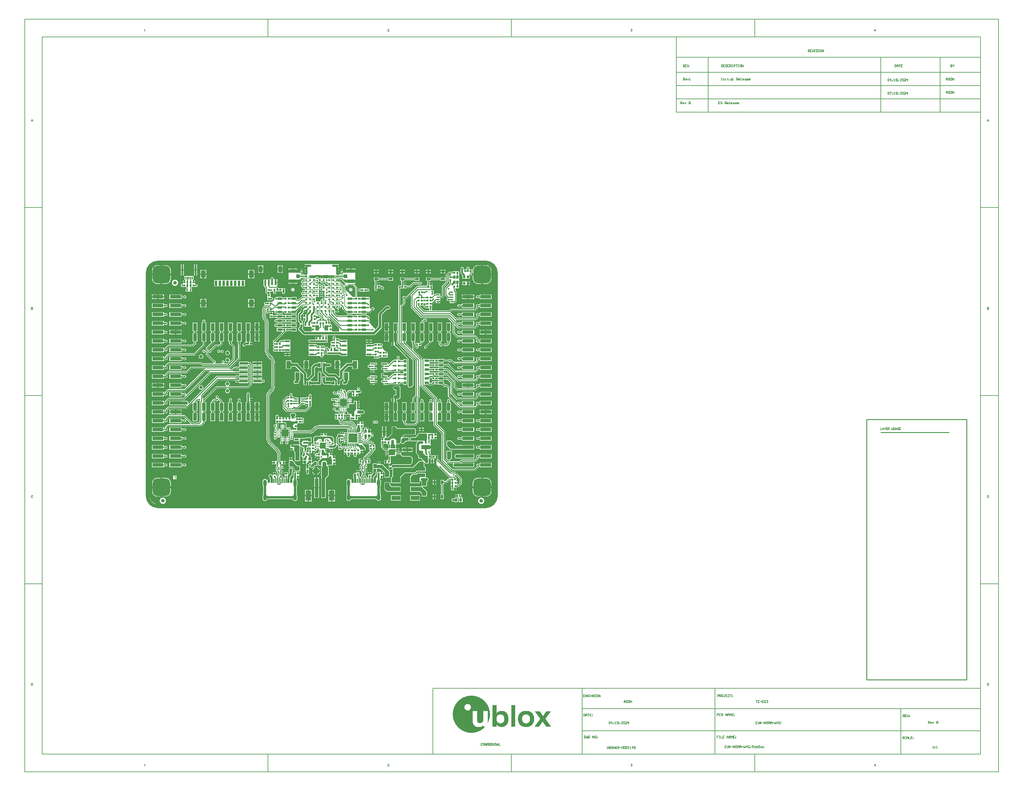
<source format=gtl>
G04*
G04 #@! TF.GenerationSoftware,Altium Limited,Altium Designer,24.5.2 (23)*
G04*
G04 Layer_Physical_Order=1*
G04 Layer_Color=255*
%FSLAX44Y44*%
%MOMM*%
G71*
G04*
G04 #@! TF.SameCoordinates,92D1E149-34EC-4A89-AFD8-A094A270A496*
G04*
G04*
G04 #@! TF.FilePolarity,Positive*
G04*
G01*
G75*
%ADD10C,0.1270*%
%ADD11C,0.2500*%
%ADD12C,0.2000*%
%ADD14C,0.2540*%
%ADD15C,0.1000*%
%ADD16C,0.1500*%
%ADD18C,0.1524*%
%ADD22C,1.0000*%
%ADD24R,1.0000X1.5500*%
%ADD25R,0.7500X0.8500*%
G04:AMPARAMS|DCode=26|XSize=0.6mm|YSize=1.15mm|CornerRadius=0.03mm|HoleSize=0mm|Usage=FLASHONLY|Rotation=0.000|XOffset=0mm|YOffset=0mm|HoleType=Round|Shape=RoundedRectangle|*
%AMROUNDEDRECTD26*
21,1,0.6000,1.0900,0,0,0.0*
21,1,0.5400,1.1500,0,0,0.0*
1,1,0.0600,0.2700,-0.5450*
1,1,0.0600,-0.2700,-0.5450*
1,1,0.0600,-0.2700,0.5450*
1,1,0.0600,0.2700,0.5450*
%
%ADD26ROUNDEDRECTD26*%
G04:AMPARAMS|DCode=27|XSize=0.3mm|YSize=1.15mm|CornerRadius=0.015mm|HoleSize=0mm|Usage=FLASHONLY|Rotation=0.000|XOffset=0mm|YOffset=0mm|HoleType=Round|Shape=RoundedRectangle|*
%AMROUNDEDRECTD27*
21,1,0.3000,1.1200,0,0,0.0*
21,1,0.2700,1.1500,0,0,0.0*
1,1,0.0300,0.1350,-0.5600*
1,1,0.0300,-0.1350,-0.5600*
1,1,0.0300,-0.1350,0.5600*
1,1,0.0300,0.1350,0.5600*
%
%ADD27ROUNDEDRECTD27*%
%ADD28R,2.2000X1.0500*%
%ADD29R,1.0500X1.0000*%
%ADD30R,2.5000X1.2000*%
%ADD31R,1.0500X0.4000*%
%ADD32R,0.3000X0.4500*%
%ADD33R,1.3000X0.5500*%
%ADD34R,0.9500X0.4500*%
%ADD35R,1.4000X0.5500*%
%ADD36R,0.5700X0.4200*%
%ADD37R,0.3600X0.3500*%
%ADD38R,1.2000X1.2500*%
%ADD39R,1.2000X1.8000*%
%ADD40R,0.6000X1.5500*%
%ADD41R,1.0200X2.1900*%
%ADD42R,1.3000X0.8000*%
%ADD43R,0.6000X1.0000*%
%ADD44R,0.5200X0.5500*%
%ADD45R,0.5000X0.6000*%
%ADD46R,0.3500X0.4500*%
%ADD47R,2.6000X2.6000*%
%ADD48R,0.8500X0.3000*%
%ADD49R,0.3000X0.8500*%
%ADD50R,1.7500X1.7500*%
%ADD51R,0.8000X0.3000*%
%ADD52R,0.3000X0.8000*%
G04:AMPARAMS|DCode=53|XSize=1.68mm|YSize=1.68mm|CornerRadius=0.084mm|HoleSize=0mm|Usage=FLASHONLY|Rotation=90.000|XOffset=0mm|YOffset=0mm|HoleType=Round|Shape=RoundedRectangle|*
%AMROUNDEDRECTD53*
21,1,1.6800,1.5120,0,0,90.0*
21,1,1.5120,1.6800,0,0,90.0*
1,1,0.1680,0.7560,0.7560*
1,1,0.1680,0.7560,-0.7560*
1,1,0.1680,-0.7560,-0.7560*
1,1,0.1680,-0.7560,0.7560*
%
%ADD53ROUNDEDRECTD53*%
G04:AMPARAMS|DCode=54|XSize=0.6mm|YSize=0.24mm|CornerRadius=0.06mm|HoleSize=0mm|Usage=FLASHONLY|Rotation=90.000|XOffset=0mm|YOffset=0mm|HoleType=Round|Shape=RoundedRectangle|*
%AMROUNDEDRECTD54*
21,1,0.6000,0.1200,0,0,90.0*
21,1,0.4800,0.2400,0,0,90.0*
1,1,0.1200,0.0600,0.2400*
1,1,0.1200,0.0600,-0.2400*
1,1,0.1200,-0.0600,-0.2400*
1,1,0.1200,-0.0600,0.2400*
%
%ADD54ROUNDEDRECTD54*%
G04:AMPARAMS|DCode=55|XSize=0.6mm|YSize=0.24mm|CornerRadius=0.06mm|HoleSize=0mm|Usage=FLASHONLY|Rotation=180.000|XOffset=0mm|YOffset=0mm|HoleType=Round|Shape=RoundedRectangle|*
%AMROUNDEDRECTD55*
21,1,0.6000,0.1200,0,0,180.0*
21,1,0.4800,0.2400,0,0,180.0*
1,1,0.1200,-0.2400,0.0600*
1,1,0.1200,0.2400,0.0600*
1,1,0.1200,0.2400,-0.0600*
1,1,0.1200,-0.2400,-0.0600*
%
%ADD55ROUNDEDRECTD55*%
G04:AMPARAMS|DCode=56|XSize=0.2425mm|YSize=0.7397mm|CornerRadius=0.1212mm|HoleSize=0mm|Usage=FLASHONLY|Rotation=90.000|XOffset=0mm|YOffset=0mm|HoleType=Round|Shape=RoundedRectangle|*
%AMROUNDEDRECTD56*
21,1,0.2425,0.4972,0,0,90.0*
21,1,0.0000,0.7397,0,0,90.0*
1,1,0.2425,0.2486,0.0000*
1,1,0.2425,0.2486,0.0000*
1,1,0.2425,-0.2486,0.0000*
1,1,0.2425,-0.2486,0.0000*
%
%ADD56ROUNDEDRECTD56*%
G04:AMPARAMS|DCode=57|XSize=0.7397mm|YSize=0.2425mm|CornerRadius=0.1212mm|HoleSize=0mm|Usage=FLASHONLY|Rotation=90.000|XOffset=0mm|YOffset=0mm|HoleType=Round|Shape=RoundedRectangle|*
%AMROUNDEDRECTD57*
21,1,0.7397,0.0000,0,0,90.0*
21,1,0.4972,0.2425,0,0,90.0*
1,1,0.2425,0.0000,0.2486*
1,1,0.2425,0.0000,-0.2486*
1,1,0.2425,0.0000,-0.2486*
1,1,0.2425,0.0000,0.2486*
%
%ADD57ROUNDEDRECTD57*%
%ADD58R,0.2425X0.7397*%
%ADD59R,1.0500X0.6500*%
%ADD60R,0.6000X0.6000*%
%ADD61R,1.4500X2.0000*%
%ADD62R,0.8000X1.5000*%
%ADD63R,3.1500X1.0000*%
%ADD64R,0.8500X0.6500*%
%ADD65R,0.6500X0.8500*%
%ADD66R,0.7500X0.9000*%
%ADD67R,0.6000X1.0000*%
%ADD68R,0.8000X0.6000*%
%ADD69R,0.3000X0.3000*%
%ADD70R,1.2700X2.2000*%
%ADD71R,2.4000X0.7600*%
%ADD72R,0.4500X0.6300*%
%ADD73R,2.6000X1.2200*%
%ADD74R,2.7000X0.9000*%
%ADD75R,1.0000X0.6000*%
%ADD76R,0.3000X0.3000*%
%ADD77R,1.6000X3.0000*%
%ADD78R,1.0000X5.5000*%
%ADD79R,0.6000X2.8000*%
%ADD80R,0.3000X0.8000*%
%ADD81R,0.7000X0.7000*%
%ADD82R,1.2700X0.7600*%
%ADD83R,0.7600X1.2700*%
%ADD84R,0.6000X0.6000*%
%ADD85R,0.5500X0.5200*%
%ADD86R,0.9000X2.7000*%
%ADD87R,0.6000X0.8000*%
%ADD88R,0.6000X0.5000*%
%ADD89R,0.6500X1.0500*%
%ADD90R,0.7397X0.2425*%
G04:AMPARAMS|DCode=91|XSize=0.7397mm|YSize=0.2425mm|CornerRadius=0.1212mm|HoleSize=0mm|Usage=FLASHONLY|Rotation=0.000|XOffset=0mm|YOffset=0mm|HoleType=Round|Shape=RoundedRectangle|*
%AMROUNDEDRECTD91*
21,1,0.7397,0.0000,0,0,0.0*
21,1,0.4972,0.2425,0,0,0.0*
1,1,0.2425,0.2486,0.0000*
1,1,0.2425,-0.2486,0.0000*
1,1,0.2425,-0.2486,0.0000*
1,1,0.2425,0.2486,0.0000*
%
%ADD91ROUNDEDRECTD91*%
G04:AMPARAMS|DCode=92|XSize=0.2425mm|YSize=0.7397mm|CornerRadius=0.1212mm|HoleSize=0mm|Usage=FLASHONLY|Rotation=0.000|XOffset=0mm|YOffset=0mm|HoleType=Round|Shape=RoundedRectangle|*
%AMROUNDEDRECTD92*
21,1,0.2425,0.4972,0,0,0.0*
21,1,0.0000,0.7397,0,0,0.0*
1,1,0.2425,0.0000,-0.2486*
1,1,0.2425,0.0000,-0.2486*
1,1,0.2425,0.0000,0.2486*
1,1,0.2425,0.0000,0.2486*
%
%ADD92ROUNDEDRECTD92*%
%ADD163R,1.8796X1.8796*%
%ADD165C,0.4000*%
%ADD166C,0.2550*%
%ADD167R,2.0500X2.0500*%
%ADD168R,2.0500X2.0500*%
%ADD169C,0.7000*%
%ADD170C,0.6000*%
%ADD171C,0.5000*%
%ADD172C,0.3000*%
%ADD173C,0.2400*%
%ADD174C,0.3500*%
%ADD175O,1.0000X1.8000*%
%ADD176C,1.0000*%
%ADD177C,1.8796*%
G04:AMPARAMS|DCode=178|XSize=5mm|YSize=5mm|CornerRadius=1.25mm|HoleSize=0mm|Usage=FLASHONLY|Rotation=0.000|XOffset=0mm|YOffset=0mm|HoleType=Round|Shape=RoundedRectangle|*
%AMROUNDEDRECTD178*
21,1,5.0000,2.5000,0,0,0.0*
21,1,2.5000,5.0000,0,0,0.0*
1,1,2.5000,1.2500,-1.2500*
1,1,2.5000,-1.2500,-1.2500*
1,1,2.5000,-1.2500,1.2500*
1,1,2.5000,1.2500,1.2500*
%
%ADD178ROUNDEDRECTD178*%
%ADD179C,0.5000*%
G36*
X978944Y694542D02*
X983243Y692762D01*
X987112Y690176D01*
X989907Y687382D01*
X991179Y685723D01*
X992988Y683017D01*
X994768Y678718D01*
X995676Y674155D01*
Y671828D01*
X995676D01*
X995676Y30478D01*
X995676Y27976D01*
X994700Y23069D01*
X992785Y18447D01*
X990006Y14286D01*
X986468Y10748D01*
X982308Y7969D01*
X977685Y6054D01*
X972778Y5078D01*
X970276Y5078D01*
X33008D01*
X31165Y5078D01*
X27512Y5559D01*
X23953Y6513D01*
X20548Y7924D01*
X17357Y9767D01*
X14434Y12011D01*
X11829Y14617D01*
X9587Y17542D01*
X7745Y20734D01*
X6337Y24139D01*
X5384Y27699D01*
X4905Y31352D01*
X4906Y33195D01*
X5246Y673528D01*
X5247Y675687D01*
X6092Y679923D01*
X7746Y683913D01*
X10147Y687503D01*
X12362Y689717D01*
X12384Y689727D01*
X15225Y691908D01*
X15415Y692034D01*
X17559Y693272D01*
X20784Y694608D01*
X25020Y695450D01*
X27180Y695450D01*
X27180Y695450D01*
Y695450D01*
X446650D01*
Y695399D01*
X450303D01*
X451376Y694924D01*
Y691900D01*
X455900D01*
Y690400D01*
X457400D01*
Y685876D01*
X458002D01*
X458900Y684978D01*
X458900Y679924D01*
X457400D01*
Y675400D01*
Y670876D01*
X458002D01*
X458900Y669978D01*
X458900Y664900D01*
X453260D01*
X453109Y664983D01*
X453014Y664956D01*
X452922Y664993D01*
X452701Y664900D01*
X451400D01*
Y664900D01*
X445496D01*
Y667189D01*
X445589Y667413D01*
X445502Y667624D01*
X445529Y667850D01*
X445496Y668944D01*
X445468Y669636D01*
X445523Y670819D01*
X445491Y670998D01*
X445561Y671167D01*
X445468Y671391D01*
Y675112D01*
X445492D01*
Y676636D01*
X442468D01*
X439444D01*
Y675112D01*
X439468D01*
Y671391D01*
X439375Y671167D01*
X439462Y670956D01*
X439435Y670730D01*
X439468Y669636D01*
X439492Y669055D01*
X439281Y668904D01*
X438226Y668706D01*
X437032Y669900D01*
X429606D01*
Y672150D01*
X429301Y672025D01*
X428852Y671750D01*
X428502Y671425D01*
X428251Y671050D01*
X428102Y670625D01*
X428051Y670150D01*
Y673650D01*
X417082D01*
Y675150D01*
D01*
Y673650D01*
X406143D01*
Y670847D01*
X406100Y671190D01*
X405970Y671496D01*
X405753Y671767D01*
X405450Y672001D01*
X405060Y672199D01*
X404583Y672362D01*
X404558Y672367D01*
Y668376D01*
X404558D01*
X404558Y668376D01*
X404558Y650900D01*
X404558D01*
Y648581D01*
X404933Y648728D01*
X405368Y648982D01*
X405707Y649282D01*
X405949Y649629D01*
X406095Y650022D01*
X406143Y650461D01*
Y647150D01*
X417082D01*
X428051D01*
Y648364D01*
X428079Y648324D01*
X428160Y648287D01*
X428296Y648255D01*
X428486Y648227D01*
X429029Y648184D01*
X429606Y648169D01*
Y650900D01*
X437286D01*
X442286Y655900D01*
X452775Y655900D01*
X452969Y655820D01*
X453053Y655856D01*
X453140Y655830D01*
X453267Y655900D01*
X462376Y655900D01*
Y655876D01*
X465400D01*
Y660400D01*
X466900D01*
Y661900D01*
X471424D01*
Y663400D01*
X473376D01*
Y661900D01*
X477900D01*
X482424D01*
Y663400D01*
X495376Y663400D01*
Y661900D01*
X499900D01*
X504424D01*
Y663400D01*
X517376Y663400D01*
Y661900D01*
X521900D01*
X526424D01*
Y663400D01*
X528376D01*
Y661900D01*
X532900D01*
X537424D01*
Y663400D01*
X539400D01*
Y655900D01*
X546533D01*
X546660Y655830D01*
X546747Y655856D01*
X546831Y655820D01*
X547026Y655900D01*
X557787D01*
X562787Y650900D01*
X570942D01*
Y648151D01*
X572496Y648152D01*
Y647150D01*
X583466D01*
X594405D01*
Y650650D01*
X594455Y650175D01*
X594606Y649750D01*
X594858Y649375D01*
X595210Y649050D01*
X595663Y648775D01*
X595990Y648642D01*
Y650900D01*
Y668376D01*
Y672386D01*
X595937Y672374D01*
X595469Y672219D01*
X595086Y672029D01*
X594788Y671805D01*
X594575Y671546D01*
X594448Y671253D01*
X594405Y670926D01*
Y673650D01*
X583466D01*
X572496D01*
Y670150D01*
X572447Y670625D01*
X572296Y671050D01*
X572047Y671425D01*
X571697Y671750D01*
X571246Y672025D01*
X570942Y672150D01*
Y669900D01*
X561824Y669900D01*
X561581Y669952D01*
X560558Y671014D01*
Y674096D01*
X560582D01*
Y675620D01*
X557558D01*
X554534D01*
Y674096D01*
X554558D01*
Y670375D01*
X554465Y670151D01*
X554544Y669960D01*
X554514Y669756D01*
X554558Y669696D01*
Y667868D01*
X554514Y667808D01*
X554544Y667604D01*
X554465Y667413D01*
X554558Y667189D01*
Y664915D01*
X547065Y664915D01*
X546878Y664993D01*
X546786Y664956D01*
X546691Y664983D01*
X546566Y664915D01*
X541798D01*
X540900Y665813D01*
X540900Y670876D01*
X542400D01*
Y675400D01*
Y679924D01*
X541798D01*
X540900Y680822D01*
X540900Y685876D01*
X542400D01*
Y690400D01*
X543900D01*
Y691900D01*
X548424D01*
Y694126D01*
X549499Y695396D01*
X552150Y695395D01*
Y695395D01*
X552205Y695450D01*
X972054D01*
X974381Y695450D01*
X978944Y694542D01*
D02*
G37*
G36*
X558986Y670126D02*
X558949Y670051D01*
X558916Y669926D01*
X558887Y669751D01*
X558863Y669526D01*
X558837Y668979D01*
X558916Y667638D01*
X558949Y667514D01*
X558986Y667439D01*
X559027Y667413D01*
X556088D01*
X556130Y667439D01*
X556167Y667514D01*
X556200Y667638D01*
X556229Y667813D01*
X556253Y668038D01*
X556279Y668585D01*
X556200Y669926D01*
X556167Y670051D01*
X556130Y670126D01*
X556088Y670151D01*
X559027D01*
X558986Y670126D01*
D02*
G37*
G36*
X443899Y671142D02*
X443863Y671067D01*
X443833Y670941D01*
X443806Y670767D01*
X443765Y670266D01*
X443740Y669351D01*
X443846Y667638D01*
X443881Y667514D01*
X443921Y667439D01*
X443965Y667413D01*
X441026D01*
X441065Y667439D01*
X441101Y667514D01*
X441131Y667638D01*
X441158Y667813D01*
X441199Y668314D01*
X441224Y669229D01*
X441118Y670941D01*
X441083Y671067D01*
X441043Y671142D01*
X440998Y671167D01*
X443937D01*
X443899Y671142D01*
D02*
G37*
G36*
X563246Y657444D02*
X563217Y657729D01*
X563126Y657984D01*
X562976Y658209D01*
X562766Y658404D01*
X562496Y658569D01*
X562166Y658704D01*
X561777Y658809D01*
X561326Y658884D01*
X560816Y658929D01*
X560247Y658944D01*
Y661944D01*
X560816Y661959D01*
X561326Y662004D01*
X561777Y662079D01*
X562166Y662184D01*
X562496Y662319D01*
X562766Y662484D01*
X562976Y662679D01*
X563126Y662904D01*
X563217Y663159D01*
X563246Y663444D01*
Y657444D01*
D02*
G37*
G36*
X546899Y663099D02*
X546990Y662856D01*
X547140Y662643D01*
X547350Y662457D01*
X547620Y662300D01*
X547950Y662172D01*
X548340Y662072D01*
X548789Y662001D01*
X549300Y661958D01*
X549869Y661944D01*
Y658944D01*
X549295Y658929D01*
X548781Y658884D01*
X548327Y658809D01*
X547934Y658704D01*
X547601Y658569D01*
X547328Y658404D01*
X547115Y658209D01*
X546963Y657984D01*
X546871Y657729D01*
X546839Y657444D01*
X546870Y663370D01*
X546899Y663099D01*
D02*
G37*
G36*
X452961Y657444D02*
X452929Y657729D01*
X452837Y657984D01*
X452685Y658209D01*
X452472Y658404D01*
X452200Y658569D01*
X451866Y658704D01*
X451473Y658809D01*
X451019Y658884D01*
X450505Y658929D01*
X449930Y658944D01*
Y661944D01*
X450500Y661958D01*
X451011Y662001D01*
X451460Y662072D01*
X451851Y662172D01*
X452180Y662300D01*
X452450Y662457D01*
X452660Y662643D01*
X452811Y662856D01*
X452901Y663099D01*
X452930Y663370D01*
X452961Y657444D01*
D02*
G37*
G36*
X437332Y663159D02*
X437421Y662904D01*
X437571Y662679D01*
X437781Y662484D01*
X438051Y662319D01*
X438382Y662184D01*
X438772Y662079D01*
X439221Y662004D01*
X439731Y661959D01*
X440302Y661944D01*
Y658944D01*
X439731Y658929D01*
X439221Y658884D01*
X438772Y658809D01*
X438382Y658704D01*
X438051Y658569D01*
X437781Y658404D01*
X437571Y658209D01*
X437421Y657984D01*
X437332Y657729D01*
X437301Y657444D01*
Y663444D01*
X437332Y663159D01*
D02*
G37*
G36*
X1157245Y-588172D02*
X1156792D01*
Y-588626D01*
Y-589080D01*
X1156338D01*
Y-589533D01*
X1155885D01*
Y-589987D01*
X1155431D01*
Y-590440D01*
Y-590894D01*
X1154978D01*
Y-591347D01*
X1154524D01*
Y-591801D01*
Y-592254D01*
X1154071D01*
Y-592708D01*
X1153617D01*
Y-593162D01*
X1153164D01*
Y-593615D01*
Y-594069D01*
X1152710D01*
Y-594522D01*
X1152256D01*
Y-594976D01*
X1151803D01*
Y-595429D01*
Y-595883D01*
X1151349D01*
Y-596337D01*
X1150896D01*
Y-596790D01*
X1150442D01*
Y-597244D01*
Y-597697D01*
X1149989D01*
Y-598151D01*
X1149535D01*
Y-598604D01*
Y-599058D01*
X1149081D01*
Y-599511D01*
X1148628D01*
Y-599965D01*
X1148174D01*
Y-600419D01*
Y-600872D01*
X1147721D01*
Y-601326D01*
X1147267D01*
Y-601779D01*
X1146814D01*
Y-602233D01*
Y-602686D01*
X1146360D01*
Y-603140D01*
X1145907D01*
Y-603593D01*
Y-604047D01*
X1145453D01*
Y-604501D01*
X1144999D01*
Y-604954D01*
X1144546D01*
Y-605408D01*
Y-605861D01*
X1144092D01*
Y-606315D01*
X1143639D01*
Y-606768D01*
X1143185D01*
Y-607222D01*
Y-607675D01*
X1142732D01*
Y-608129D01*
X1142278D01*
Y-608583D01*
X1141825D01*
Y-609036D01*
Y-609490D01*
Y-609943D01*
X1142278D01*
Y-610397D01*
Y-610850D01*
X1142732D01*
Y-611304D01*
X1143185D01*
Y-611758D01*
X1143639D01*
Y-612211D01*
Y-612665D01*
X1144092D01*
Y-613118D01*
X1144546D01*
Y-613572D01*
X1144999D01*
Y-614025D01*
Y-614479D01*
X1145453D01*
Y-614932D01*
X1145907D01*
Y-615386D01*
Y-615839D01*
X1146360D01*
Y-616293D01*
X1146814D01*
Y-616747D01*
X1147267D01*
Y-617200D01*
Y-617654D01*
X1147721D01*
Y-618107D01*
X1148174D01*
Y-618561D01*
X1148628D01*
Y-619014D01*
Y-619468D01*
X1149081D01*
Y-619921D01*
X1149535D01*
Y-620375D01*
X1149989D01*
Y-620829D01*
Y-621282D01*
X1150442D01*
Y-621736D01*
X1150896D01*
Y-622189D01*
X1151349D01*
Y-622643D01*
Y-623096D01*
X1151803D01*
Y-623550D01*
X1152256D01*
Y-624003D01*
X1152710D01*
Y-624457D01*
Y-624911D01*
X1153164D01*
Y-625364D01*
X1153617D01*
Y-625818D01*
X1154071D01*
Y-626271D01*
Y-626725D01*
X1154524D01*
Y-627178D01*
X1154978D01*
Y-627632D01*
Y-628086D01*
X1155431D01*
Y-628539D01*
X1155885D01*
Y-628993D01*
X1156338D01*
Y-629446D01*
Y-629900D01*
X1156792D01*
Y-630353D01*
X1157245D01*
Y-630807D01*
X1157699D01*
Y-631260D01*
X1158153D01*
Y-631714D01*
X1143639D01*
Y-631260D01*
Y-630807D01*
X1143185D01*
Y-630353D01*
X1142732D01*
Y-629900D01*
X1142278D01*
Y-629446D01*
Y-628993D01*
X1141825D01*
Y-628539D01*
X1141371D01*
Y-628086D01*
X1140918D01*
Y-627632D01*
Y-627178D01*
X1140464D01*
Y-626725D01*
X1140010D01*
Y-626271D01*
Y-625818D01*
X1139557D01*
Y-625364D01*
X1139103D01*
Y-624911D01*
X1138650D01*
Y-624457D01*
Y-624003D01*
X1138196D01*
Y-623550D01*
X1137743D01*
Y-623096D01*
X1137289D01*
Y-622643D01*
Y-622189D01*
X1136835D01*
Y-621736D01*
X1136382D01*
Y-621282D01*
Y-620829D01*
X1135928D01*
Y-620375D01*
X1135475D01*
Y-619921D01*
X1135021D01*
Y-619468D01*
Y-619014D01*
X1134568D01*
Y-618561D01*
X1134114D01*
Y-618107D01*
X1133661D01*
Y-617654D01*
X1133207D01*
Y-618107D01*
Y-618561D01*
X1132754D01*
Y-619014D01*
X1132300D01*
Y-619468D01*
X1131846D01*
Y-619921D01*
Y-620375D01*
X1131393D01*
Y-620829D01*
X1130939D01*
Y-621282D01*
Y-621736D01*
X1130486D01*
Y-622189D01*
X1130032D01*
Y-622643D01*
X1129579D01*
Y-623096D01*
Y-623550D01*
X1129125D01*
Y-624003D01*
X1128671D01*
Y-624457D01*
Y-624911D01*
X1128218D01*
Y-625364D01*
X1127764D01*
Y-625818D01*
X1127311D01*
Y-626271D01*
Y-626725D01*
X1126857D01*
Y-627178D01*
X1126404D01*
Y-627632D01*
Y-628086D01*
X1125950D01*
Y-628539D01*
X1125497D01*
Y-628993D01*
X1125043D01*
Y-629446D01*
Y-629900D01*
X1124589D01*
Y-630353D01*
X1124136D01*
Y-630807D01*
Y-631260D01*
X1123682D01*
Y-631714D01*
X1110529D01*
Y-631260D01*
X1110983D01*
Y-630807D01*
X1111436D01*
Y-630353D01*
Y-629900D01*
X1111890D01*
Y-629446D01*
X1112344D01*
Y-628993D01*
X1112797D01*
Y-628539D01*
Y-628086D01*
X1113251D01*
Y-627632D01*
X1113704D01*
Y-627178D01*
Y-626725D01*
X1114158D01*
Y-626271D01*
X1114611D01*
Y-625818D01*
X1115065D01*
Y-625364D01*
X1115518D01*
Y-624911D01*
Y-624457D01*
X1115972D01*
Y-624003D01*
X1116425D01*
Y-623550D01*
Y-623096D01*
X1116879D01*
Y-622643D01*
X1117333D01*
Y-622189D01*
X1117786D01*
Y-621736D01*
Y-621282D01*
X1118240D01*
Y-620829D01*
X1118693D01*
Y-620375D01*
X1119147D01*
Y-619921D01*
Y-619468D01*
X1119600D01*
Y-619014D01*
X1120054D01*
Y-618561D01*
X1120508D01*
Y-618107D01*
Y-617654D01*
X1120961D01*
Y-617200D01*
X1121415D01*
Y-616747D01*
X1121868D01*
Y-616293D01*
Y-615839D01*
X1122322D01*
Y-615386D01*
X1122775D01*
Y-614932D01*
X1123229D01*
Y-614479D01*
Y-614025D01*
X1123682D01*
Y-613572D01*
X1124136D01*
Y-613118D01*
X1124589D01*
Y-612665D01*
Y-612211D01*
X1125043D01*
Y-611758D01*
X1125497D01*
Y-611304D01*
Y-610850D01*
X1125950D01*
Y-610397D01*
X1126404D01*
Y-609943D01*
X1126857D01*
Y-609490D01*
Y-609036D01*
X1126404D01*
Y-608583D01*
X1125950D01*
Y-608129D01*
X1125497D01*
Y-607675D01*
Y-607222D01*
X1125043D01*
Y-606768D01*
X1124589D01*
Y-606315D01*
X1124136D01*
Y-605861D01*
Y-605408D01*
X1123682D01*
Y-604954D01*
X1123229D01*
Y-604501D01*
Y-604047D01*
X1122775D01*
Y-603593D01*
X1122322D01*
Y-603140D01*
X1121868D01*
Y-602686D01*
Y-602233D01*
X1121415D01*
Y-601779D01*
X1120961D01*
Y-601326D01*
X1120508D01*
Y-600872D01*
Y-600419D01*
X1120054D01*
Y-599965D01*
X1119600D01*
Y-599511D01*
Y-599058D01*
X1119147D01*
Y-598604D01*
X1118693D01*
Y-598151D01*
X1118240D01*
Y-597697D01*
Y-597244D01*
X1117786D01*
Y-596790D01*
X1117333D01*
Y-596337D01*
X1116879D01*
Y-595883D01*
Y-595429D01*
X1116425D01*
Y-594976D01*
X1115972D01*
Y-594522D01*
Y-594069D01*
X1115518D01*
Y-593615D01*
X1115065D01*
Y-593162D01*
X1114611D01*
Y-592708D01*
Y-592254D01*
X1114158D01*
Y-591801D01*
X1113704D01*
Y-591347D01*
X1113251D01*
Y-590894D01*
Y-590440D01*
X1112797D01*
Y-589987D01*
X1112344D01*
Y-589533D01*
Y-589080D01*
X1111890D01*
Y-588626D01*
X1111436D01*
Y-588172D01*
X1110983D01*
Y-587719D01*
X1125043D01*
Y-588172D01*
X1125497D01*
Y-588626D01*
X1125950D01*
Y-589080D01*
Y-589533D01*
X1126404D01*
Y-589987D01*
X1126857D01*
Y-590440D01*
X1127311D01*
Y-590894D01*
Y-591347D01*
X1127764D01*
Y-591801D01*
X1128218D01*
Y-592254D01*
Y-592708D01*
X1128671D01*
Y-593162D01*
X1129125D01*
Y-593615D01*
Y-594069D01*
X1129579D01*
Y-594522D01*
X1130032D01*
Y-594976D01*
X1130486D01*
Y-595429D01*
Y-595883D01*
X1130939D01*
Y-596337D01*
X1131393D01*
Y-596790D01*
Y-597244D01*
X1131846D01*
Y-597697D01*
X1132300D01*
Y-598151D01*
X1132754D01*
Y-598604D01*
Y-599058D01*
X1133207D01*
Y-599511D01*
X1133661D01*
Y-599965D01*
Y-600419D01*
X1134114D01*
Y-600872D01*
X1134568D01*
Y-601326D01*
X1135021D01*
Y-600872D01*
X1135475D01*
Y-600419D01*
Y-599965D01*
X1135928D01*
Y-599511D01*
X1136382D01*
Y-599058D01*
X1136835D01*
Y-598604D01*
Y-598151D01*
X1137289D01*
Y-597697D01*
X1137743D01*
Y-597244D01*
Y-596790D01*
X1138196D01*
Y-596337D01*
X1138650D01*
Y-595883D01*
X1139103D01*
Y-595429D01*
Y-594976D01*
X1139557D01*
Y-594522D01*
X1140010D01*
Y-594069D01*
Y-593615D01*
X1140464D01*
Y-593162D01*
X1140918D01*
Y-592708D01*
X1141371D01*
Y-592254D01*
Y-591801D01*
X1141825D01*
Y-591347D01*
X1142278D01*
Y-590894D01*
Y-590440D01*
X1142732D01*
Y-589987D01*
X1143185D01*
Y-589533D01*
X1143639D01*
Y-589080D01*
Y-588626D01*
X1144092D01*
Y-588172D01*
X1144546D01*
Y-587719D01*
X1157245D01*
Y-588172D01*
D02*
G37*
G36*
X931375Y-543270D02*
X935910D01*
Y-543724D01*
X938632D01*
Y-544178D01*
X940899D01*
Y-544631D01*
X942713D01*
Y-545085D01*
X944528D01*
Y-545538D01*
X945888D01*
Y-545992D01*
X947249D01*
Y-546445D01*
X948610D01*
Y-546899D01*
X949517D01*
Y-547352D01*
X950878D01*
Y-547806D01*
X951785D01*
Y-548260D01*
X952692D01*
Y-548713D01*
X953599D01*
Y-549167D01*
X954506D01*
Y-549620D01*
X955413D01*
Y-550074D01*
X955867D01*
Y-550527D01*
X956774D01*
Y-550981D01*
X957681D01*
Y-551435D01*
X958135D01*
Y-551888D01*
X959042D01*
Y-552342D01*
X959495D01*
Y-552795D01*
X960402D01*
Y-553249D01*
X960856D01*
Y-553702D01*
X961309D01*
Y-554156D01*
X962216D01*
Y-554609D01*
X962670D01*
Y-555063D01*
X963123D01*
Y-555517D01*
X963577D01*
Y-555970D01*
X964484D01*
Y-556424D01*
X964938D01*
Y-556877D01*
X965391D01*
Y-557331D01*
X965845D01*
Y-557784D01*
X966298D01*
Y-558238D01*
X966752D01*
Y-558691D01*
X967206D01*
Y-559145D01*
X967659D01*
Y-559599D01*
X968113D01*
Y-560052D01*
X968566D01*
Y-560506D01*
X969020D01*
Y-560959D01*
X969473D01*
Y-561413D01*
Y-561866D01*
X969927D01*
Y-562320D01*
X970380D01*
Y-562773D01*
X970834D01*
Y-563227D01*
X971288D01*
Y-563680D01*
Y-564134D01*
X971741D01*
Y-564588D01*
X972195D01*
Y-565041D01*
X972648D01*
Y-565495D01*
Y-565948D01*
X973102D01*
Y-566402D01*
X973555D01*
Y-566855D01*
Y-567309D01*
X974009D01*
Y-567762D01*
X974463D01*
Y-568216D01*
Y-568670D01*
X974916D01*
Y-569123D01*
X975370D01*
Y-569577D01*
Y-570030D01*
X975823D01*
Y-570484D01*
Y-570937D01*
X976277D01*
Y-571391D01*
Y-571844D01*
X976730D01*
Y-572298D01*
Y-572752D01*
X977184D01*
Y-573205D01*
Y-573659D01*
X977637D01*
Y-574112D01*
Y-574566D01*
X978091D01*
Y-575019D01*
Y-575473D01*
X978544D01*
Y-575927D01*
Y-576380D01*
Y-576834D01*
X978998D01*
Y-577287D01*
Y-577741D01*
X979452D01*
Y-578194D01*
Y-578648D01*
Y-579101D01*
X979905D01*
Y-579555D01*
Y-580009D01*
Y-580462D01*
X980359D01*
Y-580916D01*
Y-581369D01*
Y-581823D01*
Y-582276D01*
X980812D01*
Y-582730D01*
Y-583183D01*
Y-583637D01*
Y-584090D01*
X981266D01*
Y-584544D01*
Y-584998D01*
Y-585451D01*
Y-585905D01*
X981719D01*
Y-586358D01*
Y-586812D01*
Y-587265D01*
Y-587719D01*
Y-588172D01*
Y-588626D01*
Y-589080D01*
X982173D01*
Y-589533D01*
Y-589987D01*
Y-590440D01*
Y-590894D01*
Y-591347D01*
Y-591801D01*
Y-592254D01*
Y-592708D01*
Y-593162D01*
Y-593615D01*
Y-594069D01*
X982626D01*
Y-594522D01*
Y-594976D01*
Y-595429D01*
Y-595883D01*
Y-596337D01*
Y-596790D01*
Y-597244D01*
Y-597697D01*
Y-598151D01*
Y-598604D01*
X982173D01*
Y-599058D01*
Y-599511D01*
Y-599965D01*
Y-600419D01*
Y-600872D01*
Y-601326D01*
Y-601779D01*
Y-602233D01*
Y-602686D01*
Y-603140D01*
Y-603593D01*
X981719D01*
Y-604047D01*
Y-604501D01*
Y-604954D01*
Y-605408D01*
Y-605861D01*
Y-606315D01*
X981266D01*
Y-606768D01*
Y-607222D01*
Y-607675D01*
Y-608129D01*
Y-608583D01*
X980812D01*
Y-609036D01*
Y-609490D01*
Y-609943D01*
Y-610397D01*
X980359D01*
Y-610850D01*
Y-611304D01*
Y-611758D01*
Y-612211D01*
X979905D01*
Y-612665D01*
Y-613118D01*
Y-613572D01*
X979452D01*
Y-614025D01*
Y-614479D01*
X978998D01*
Y-614932D01*
Y-615386D01*
Y-615839D01*
X978544D01*
Y-616293D01*
Y-616747D01*
X978091D01*
Y-617200D01*
Y-617654D01*
Y-618107D01*
X977637D01*
Y-618561D01*
Y-619014D01*
X977184D01*
Y-619468D01*
Y-619921D01*
X976730D01*
Y-620375D01*
Y-620829D01*
X976277D01*
Y-621282D01*
Y-621736D01*
X975823D01*
Y-621282D01*
Y-620829D01*
Y-620375D01*
Y-619921D01*
Y-619468D01*
Y-619014D01*
Y-618561D01*
Y-618107D01*
Y-617654D01*
Y-617200D01*
Y-616747D01*
Y-616293D01*
Y-615839D01*
Y-615386D01*
Y-614932D01*
Y-614479D01*
Y-614025D01*
Y-613572D01*
Y-613118D01*
Y-612665D01*
Y-612211D01*
Y-611758D01*
Y-611304D01*
Y-610850D01*
Y-610397D01*
Y-609943D01*
Y-609490D01*
Y-609036D01*
Y-608583D01*
Y-608129D01*
Y-607675D01*
Y-607222D01*
Y-606768D01*
Y-606315D01*
Y-605861D01*
Y-605408D01*
Y-604954D01*
Y-604501D01*
Y-604047D01*
Y-603593D01*
Y-603140D01*
Y-602686D01*
Y-602233D01*
Y-601779D01*
Y-601326D01*
Y-600872D01*
Y-600419D01*
Y-599965D01*
Y-599511D01*
Y-599058D01*
Y-598604D01*
Y-598151D01*
Y-597697D01*
Y-597244D01*
Y-596790D01*
Y-596337D01*
Y-595883D01*
Y-595429D01*
Y-594976D01*
Y-594522D01*
Y-594069D01*
Y-593615D01*
Y-593162D01*
Y-592708D01*
Y-592254D01*
Y-591801D01*
Y-591347D01*
Y-590894D01*
Y-590440D01*
Y-589987D01*
Y-589533D01*
Y-589080D01*
Y-588626D01*
Y-588172D01*
Y-587719D01*
Y-587265D01*
X963123D01*
Y-587719D01*
Y-588172D01*
Y-588626D01*
Y-589080D01*
Y-589533D01*
Y-589987D01*
Y-590440D01*
Y-590894D01*
Y-591347D01*
Y-591801D01*
Y-592254D01*
Y-592708D01*
Y-593162D01*
Y-593615D01*
Y-594069D01*
Y-594522D01*
Y-594976D01*
Y-595429D01*
Y-595883D01*
Y-596337D01*
Y-596790D01*
Y-597244D01*
Y-597697D01*
Y-598151D01*
Y-598604D01*
Y-599058D01*
Y-599511D01*
Y-599965D01*
Y-600419D01*
Y-600872D01*
Y-601326D01*
Y-601779D01*
Y-602233D01*
Y-602686D01*
Y-603140D01*
Y-603593D01*
Y-604047D01*
Y-604501D01*
Y-604954D01*
Y-605408D01*
Y-605861D01*
Y-606315D01*
Y-606768D01*
Y-607222D01*
Y-607675D01*
Y-608129D01*
Y-608583D01*
Y-609036D01*
Y-609490D01*
Y-609943D01*
Y-610397D01*
Y-610850D01*
Y-611304D01*
Y-611758D01*
Y-612211D01*
Y-612665D01*
Y-613118D01*
Y-613572D01*
Y-614025D01*
Y-614479D01*
Y-614932D01*
X962670D01*
Y-615386D01*
Y-615839D01*
Y-616293D01*
Y-616747D01*
X962216D01*
Y-617200D01*
Y-617654D01*
X961763D01*
Y-618107D01*
Y-618561D01*
X961309D01*
Y-619014D01*
X960856D01*
Y-619468D01*
X960402D01*
Y-619921D01*
X959949D01*
Y-620375D01*
X959495D01*
Y-620829D01*
X958588D01*
Y-621282D01*
X957227D01*
Y-621736D01*
X950878D01*
Y-621282D01*
X949517D01*
Y-620829D01*
X948610D01*
Y-620375D01*
X948156D01*
Y-619921D01*
X947703D01*
Y-619468D01*
X947249D01*
Y-619014D01*
Y-618561D01*
X946796D01*
Y-618107D01*
Y-617654D01*
X946342D01*
Y-617200D01*
Y-616747D01*
Y-616293D01*
Y-615839D01*
X945888D01*
Y-615386D01*
Y-614932D01*
Y-614479D01*
Y-614025D01*
Y-613572D01*
Y-613118D01*
Y-612665D01*
Y-612211D01*
Y-611758D01*
Y-611304D01*
Y-610850D01*
Y-610397D01*
Y-609943D01*
Y-609490D01*
Y-609036D01*
Y-608583D01*
Y-608129D01*
Y-607675D01*
Y-607222D01*
Y-606768D01*
Y-606315D01*
Y-605861D01*
Y-605408D01*
Y-604954D01*
Y-604501D01*
Y-604047D01*
Y-603593D01*
Y-603140D01*
Y-602686D01*
Y-602233D01*
Y-601779D01*
Y-601326D01*
Y-600872D01*
Y-600419D01*
Y-599965D01*
Y-599511D01*
Y-599058D01*
Y-598604D01*
Y-598151D01*
Y-597697D01*
Y-597244D01*
Y-596790D01*
Y-596337D01*
Y-595883D01*
Y-595429D01*
Y-594976D01*
Y-594522D01*
Y-594069D01*
Y-593615D01*
Y-593162D01*
Y-592708D01*
Y-592254D01*
Y-591801D01*
Y-591347D01*
Y-590894D01*
Y-590440D01*
Y-589987D01*
Y-589533D01*
Y-589080D01*
Y-588626D01*
Y-588172D01*
Y-587719D01*
Y-587265D01*
X933189D01*
Y-587719D01*
Y-588172D01*
Y-588626D01*
Y-589080D01*
Y-589533D01*
Y-589987D01*
Y-590440D01*
Y-590894D01*
Y-591347D01*
Y-591801D01*
Y-592254D01*
Y-592708D01*
Y-593162D01*
Y-593615D01*
Y-594069D01*
Y-594522D01*
Y-594976D01*
Y-595429D01*
Y-595883D01*
Y-596337D01*
Y-596790D01*
Y-597244D01*
Y-597697D01*
Y-598151D01*
Y-598604D01*
Y-599058D01*
Y-599511D01*
Y-599965D01*
Y-600419D01*
Y-600872D01*
Y-601326D01*
Y-601779D01*
Y-602233D01*
Y-602686D01*
Y-603140D01*
Y-603593D01*
Y-604047D01*
Y-604501D01*
Y-604954D01*
Y-605408D01*
Y-605861D01*
Y-606315D01*
Y-606768D01*
Y-607222D01*
Y-607675D01*
Y-608129D01*
Y-608583D01*
Y-609036D01*
Y-609490D01*
Y-609943D01*
Y-610397D01*
Y-610850D01*
Y-611304D01*
Y-611758D01*
Y-612211D01*
Y-612665D01*
Y-613118D01*
Y-613572D01*
Y-614025D01*
Y-614479D01*
Y-614932D01*
Y-615386D01*
Y-615839D01*
Y-616293D01*
Y-616747D01*
Y-617200D01*
Y-617654D01*
Y-618107D01*
Y-618561D01*
Y-619014D01*
Y-619468D01*
Y-619921D01*
Y-620375D01*
X933642D01*
Y-620829D01*
Y-621282D01*
Y-621736D01*
Y-622189D01*
X934096D01*
Y-622643D01*
Y-623096D01*
Y-623550D01*
X934549D01*
Y-624003D01*
Y-624457D01*
Y-624911D01*
X935003D01*
Y-625364D01*
Y-625818D01*
X935457D01*
Y-626271D01*
X935910D01*
Y-626725D01*
Y-627178D01*
X936364D01*
Y-627632D01*
X936817D01*
Y-628086D01*
X937271D01*
Y-628539D01*
X937724D01*
Y-628993D01*
X938178D01*
Y-629446D01*
X938632D01*
Y-629900D01*
X939539D01*
Y-630353D01*
X939992D01*
Y-630807D01*
X940899D01*
Y-631260D01*
X941806D01*
Y-631714D01*
X942713D01*
Y-632168D01*
X944074D01*
Y-632621D01*
X945888D01*
Y-633075D01*
X954960D01*
Y-632621D01*
X956774D01*
Y-632168D01*
X957681D01*
Y-631714D01*
X959042D01*
Y-631260D01*
X959495D01*
Y-630807D01*
X960402D01*
Y-630353D01*
X960856D01*
Y-629900D01*
X961309D01*
Y-629446D01*
X962216D01*
Y-628993D01*
X962670D01*
Y-628539D01*
X963123D01*
Y-628086D01*
Y-627632D01*
X963577D01*
Y-628086D01*
Y-628539D01*
Y-628993D01*
Y-629446D01*
Y-629900D01*
Y-630353D01*
Y-630807D01*
Y-631260D01*
Y-631714D01*
Y-632168D01*
X968566D01*
Y-632621D01*
X968113D01*
Y-633075D01*
X967659D01*
Y-633528D01*
X967206D01*
Y-633982D01*
X966752D01*
Y-634435D01*
X966298D01*
Y-634889D01*
X965845D01*
Y-635342D01*
X965391D01*
Y-635796D01*
X964938D01*
Y-636250D01*
X964031D01*
Y-636703D01*
X963577D01*
Y-637157D01*
X963123D01*
Y-637610D01*
X962670D01*
Y-638064D01*
X961763D01*
Y-638517D01*
X961309D01*
Y-638971D01*
X960856D01*
Y-639424D01*
X959949D01*
Y-639878D01*
X959495D01*
Y-640331D01*
X958588D01*
Y-640785D01*
X958135D01*
Y-641239D01*
X957227D01*
Y-641692D01*
X956774D01*
Y-642146D01*
X955867D01*
Y-642599D01*
X954960D01*
Y-643053D01*
X954052D01*
Y-643506D01*
X953599D01*
Y-643960D01*
X952692D01*
Y-644414D01*
X951331D01*
Y-644867D01*
X950424D01*
Y-645321D01*
X949517D01*
Y-645774D01*
X948156D01*
Y-646228D01*
X947249D01*
Y-646681D01*
X945888D01*
Y-647135D01*
X944074D01*
Y-647588D01*
X942713D01*
Y-648042D01*
X940899D01*
Y-648495D01*
X938178D01*
Y-648949D01*
X935003D01*
Y-649403D01*
X923211D01*
Y-648949D01*
X920036D01*
Y-648495D01*
X917768D01*
Y-648042D01*
X915954D01*
Y-647588D01*
X914139D01*
Y-647135D01*
X912779D01*
Y-646681D01*
X911418D01*
Y-646228D01*
X910058D01*
Y-645774D01*
X909150D01*
Y-645321D01*
X907790D01*
Y-644867D01*
X906883D01*
Y-644414D01*
X905975D01*
Y-643960D01*
X905068D01*
Y-643506D01*
X904161D01*
Y-643053D01*
X903254D01*
Y-642599D01*
X902347D01*
Y-642146D01*
X901893D01*
Y-641692D01*
X900986D01*
Y-641239D01*
X900079D01*
Y-640785D01*
X899626D01*
Y-640331D01*
X898719D01*
Y-639878D01*
X898265D01*
Y-639424D01*
X897812D01*
Y-638971D01*
X896904D01*
Y-638517D01*
X896451D01*
Y-638064D01*
X895997D01*
Y-637610D01*
X895090D01*
Y-637157D01*
X894637D01*
Y-636703D01*
X894183D01*
Y-636250D01*
X893729D01*
Y-635796D01*
X893276D01*
Y-635342D01*
X892822D01*
Y-634889D01*
X892369D01*
Y-634435D01*
X891915D01*
Y-633982D01*
X891462D01*
Y-633528D01*
X891008D01*
Y-633075D01*
X890555D01*
Y-632621D01*
X890101D01*
Y-632168D01*
X889648D01*
Y-631714D01*
X889194D01*
Y-631260D01*
X888740D01*
Y-630807D01*
X888287D01*
Y-630353D01*
X887833D01*
Y-629900D01*
Y-629446D01*
X887380D01*
Y-628993D01*
X886926D01*
Y-628539D01*
X886473D01*
Y-628086D01*
X886019D01*
Y-627632D01*
Y-627178D01*
X885565D01*
Y-626725D01*
X885112D01*
Y-626271D01*
Y-625818D01*
X884658D01*
Y-625364D01*
X884205D01*
Y-624911D01*
Y-624457D01*
X883751D01*
Y-624003D01*
X883298D01*
Y-623550D01*
Y-623096D01*
X882844D01*
Y-622643D01*
Y-622189D01*
X882391D01*
Y-621736D01*
Y-621282D01*
X881937D01*
Y-620829D01*
Y-620375D01*
X881484D01*
Y-619921D01*
Y-619468D01*
X881030D01*
Y-619014D01*
Y-618561D01*
X880576D01*
Y-618107D01*
Y-617654D01*
X880123D01*
Y-617200D01*
Y-616747D01*
X879669D01*
Y-616293D01*
Y-615839D01*
Y-615386D01*
X879216D01*
Y-614932D01*
Y-614479D01*
Y-614025D01*
X878762D01*
Y-613572D01*
Y-613118D01*
X878309D01*
Y-612665D01*
Y-612211D01*
Y-611758D01*
Y-611304D01*
X877855D01*
Y-610850D01*
Y-610397D01*
Y-609943D01*
X877402D01*
Y-609490D01*
Y-609036D01*
Y-608583D01*
Y-608129D01*
X876948D01*
Y-607675D01*
Y-607222D01*
Y-606768D01*
Y-606315D01*
Y-605861D01*
X876494D01*
Y-605408D01*
Y-604954D01*
Y-604501D01*
Y-604047D01*
Y-603593D01*
Y-603140D01*
Y-602686D01*
X876041D01*
Y-602233D01*
Y-601779D01*
Y-601326D01*
Y-600872D01*
Y-600419D01*
Y-599965D01*
Y-599511D01*
Y-599058D01*
Y-598604D01*
Y-598151D01*
X875587D01*
Y-597697D01*
Y-597244D01*
Y-596790D01*
Y-596337D01*
Y-595883D01*
Y-595429D01*
Y-594976D01*
Y-594522D01*
Y-594069D01*
X876041D01*
Y-593615D01*
Y-593162D01*
Y-592708D01*
Y-592254D01*
Y-591801D01*
Y-591347D01*
Y-590894D01*
Y-590440D01*
Y-589987D01*
X876494D01*
Y-589533D01*
Y-589080D01*
Y-588626D01*
Y-588172D01*
Y-587719D01*
Y-587265D01*
Y-586812D01*
X876948D01*
Y-586358D01*
Y-585905D01*
Y-585451D01*
Y-584998D01*
Y-584544D01*
X877402D01*
Y-584090D01*
Y-583637D01*
Y-583183D01*
Y-582730D01*
X877855D01*
Y-582276D01*
Y-581823D01*
Y-581369D01*
Y-580916D01*
X878309D01*
Y-580462D01*
Y-580009D01*
Y-579555D01*
X878762D01*
Y-579101D01*
Y-578648D01*
Y-578194D01*
X879216D01*
Y-577741D01*
Y-577287D01*
X879669D01*
Y-576834D01*
Y-576380D01*
Y-575927D01*
X880123D01*
Y-575473D01*
Y-575019D01*
X880576D01*
Y-574566D01*
Y-574112D01*
Y-573659D01*
X881030D01*
Y-573205D01*
Y-572752D01*
X881484D01*
Y-572298D01*
Y-571844D01*
X881937D01*
Y-571391D01*
Y-570937D01*
X882391D01*
Y-570484D01*
X882844D01*
Y-570030D01*
Y-569577D01*
X883298D01*
Y-569123D01*
Y-568670D01*
X883751D01*
Y-568216D01*
X884205D01*
Y-567762D01*
Y-567309D01*
X884658D01*
Y-566855D01*
X885112D01*
Y-566402D01*
Y-565948D01*
X885565D01*
Y-565495D01*
X886019D01*
Y-565041D01*
Y-564588D01*
X886473D01*
Y-564134D01*
X886926D01*
Y-563680D01*
X887380D01*
Y-563227D01*
Y-562773D01*
X887833D01*
Y-562320D01*
X888287D01*
Y-561866D01*
X888740D01*
Y-561413D01*
X889194D01*
Y-560959D01*
X889648D01*
Y-560506D01*
X890101D01*
Y-560052D01*
X890555D01*
Y-559599D01*
Y-559145D01*
X891008D01*
Y-558691D01*
X891462D01*
Y-558238D01*
X891915D01*
Y-557784D01*
X892822D01*
Y-557331D01*
X893276D01*
Y-556877D01*
X893729D01*
Y-556424D01*
X894183D01*
Y-555970D01*
X894637D01*
Y-555517D01*
X895090D01*
Y-555063D01*
X895544D01*
Y-554609D01*
X896451D01*
Y-554156D01*
X896904D01*
Y-553702D01*
X897358D01*
Y-553249D01*
X898265D01*
Y-552795D01*
X898719D01*
Y-552342D01*
X899626D01*
Y-551888D01*
X900079D01*
Y-551435D01*
X900986D01*
Y-550981D01*
X901440D01*
Y-550527D01*
X902347D01*
Y-550074D01*
X903254D01*
Y-549620D01*
X903708D01*
Y-549167D01*
X905068D01*
Y-548713D01*
X905975D01*
Y-548260D01*
X906883D01*
Y-547806D01*
X907790D01*
Y-547352D01*
X908697D01*
Y-546899D01*
X910058D01*
Y-546445D01*
X910965D01*
Y-545992D01*
X912325D01*
Y-545538D01*
X913686D01*
Y-545085D01*
X915500D01*
Y-544631D01*
X917314D01*
Y-544178D01*
X919582D01*
Y-543724D01*
X922757D01*
Y-543270D01*
X927293D01*
Y-542817D01*
X931375D01*
Y-543270D01*
D02*
G37*
G36*
X1055195Y-570484D02*
Y-570937D01*
Y-571391D01*
Y-571844D01*
Y-572298D01*
Y-572752D01*
Y-573205D01*
Y-573659D01*
Y-574112D01*
Y-574566D01*
Y-575019D01*
Y-575473D01*
Y-575927D01*
Y-576380D01*
Y-576834D01*
Y-577287D01*
Y-577741D01*
Y-578194D01*
Y-578648D01*
Y-579101D01*
Y-579555D01*
Y-580009D01*
Y-580462D01*
Y-580916D01*
Y-581369D01*
Y-581823D01*
Y-582276D01*
Y-582730D01*
Y-583183D01*
Y-583637D01*
Y-584090D01*
Y-584544D01*
Y-584998D01*
Y-585451D01*
Y-585905D01*
Y-586358D01*
Y-586812D01*
Y-587265D01*
Y-587719D01*
Y-588172D01*
Y-588626D01*
Y-589080D01*
Y-589533D01*
Y-589987D01*
Y-590440D01*
Y-590894D01*
Y-591347D01*
Y-591801D01*
Y-592254D01*
Y-592708D01*
Y-593162D01*
Y-593615D01*
Y-594069D01*
Y-594522D01*
Y-594976D01*
Y-595429D01*
Y-595883D01*
Y-596337D01*
Y-596790D01*
Y-597244D01*
Y-597697D01*
Y-598151D01*
Y-598604D01*
Y-599058D01*
Y-599511D01*
Y-599965D01*
Y-600419D01*
Y-600872D01*
Y-601326D01*
Y-601779D01*
Y-602233D01*
Y-602686D01*
Y-603140D01*
Y-603593D01*
Y-604047D01*
Y-604501D01*
Y-604954D01*
Y-605408D01*
Y-605861D01*
Y-606315D01*
Y-606768D01*
Y-607222D01*
Y-607675D01*
Y-608129D01*
Y-608583D01*
Y-609036D01*
Y-609490D01*
Y-609943D01*
Y-610397D01*
Y-610850D01*
Y-611304D01*
Y-611758D01*
Y-612211D01*
Y-612665D01*
Y-613118D01*
Y-613572D01*
Y-614025D01*
Y-614479D01*
Y-614932D01*
Y-615386D01*
Y-615839D01*
Y-616293D01*
Y-616747D01*
Y-617200D01*
Y-617654D01*
Y-618107D01*
Y-618561D01*
Y-619014D01*
Y-619468D01*
Y-619921D01*
Y-620375D01*
Y-620829D01*
Y-621282D01*
Y-621736D01*
Y-622189D01*
Y-622643D01*
Y-623096D01*
Y-623550D01*
Y-624003D01*
Y-624457D01*
Y-624911D01*
Y-625364D01*
Y-625818D01*
Y-626271D01*
Y-626725D01*
Y-627178D01*
Y-627632D01*
Y-628086D01*
Y-628539D01*
Y-628993D01*
Y-629446D01*
Y-629900D01*
Y-630353D01*
Y-630807D01*
Y-631260D01*
Y-631714D01*
X1043857D01*
Y-631260D01*
Y-630807D01*
Y-630353D01*
Y-629900D01*
Y-629446D01*
Y-628993D01*
Y-628539D01*
Y-628086D01*
Y-627632D01*
Y-627178D01*
Y-626725D01*
Y-626271D01*
Y-625818D01*
Y-625364D01*
Y-624911D01*
Y-624457D01*
Y-624003D01*
Y-623550D01*
Y-623096D01*
Y-622643D01*
Y-622189D01*
Y-621736D01*
Y-621282D01*
Y-620829D01*
Y-620375D01*
Y-619921D01*
Y-619468D01*
Y-619014D01*
Y-618561D01*
Y-618107D01*
Y-617654D01*
Y-617200D01*
Y-616747D01*
Y-616293D01*
Y-615839D01*
Y-615386D01*
Y-614932D01*
Y-614479D01*
Y-614025D01*
Y-613572D01*
Y-613118D01*
Y-612665D01*
Y-612211D01*
Y-611758D01*
Y-611304D01*
Y-610850D01*
Y-610397D01*
Y-609943D01*
Y-609490D01*
Y-609036D01*
Y-608583D01*
Y-608129D01*
Y-607675D01*
Y-607222D01*
Y-606768D01*
Y-606315D01*
Y-605861D01*
Y-605408D01*
Y-604954D01*
Y-604501D01*
Y-604047D01*
Y-603593D01*
Y-603140D01*
Y-602686D01*
Y-602233D01*
Y-601779D01*
Y-601326D01*
Y-600872D01*
Y-600419D01*
Y-599965D01*
Y-599511D01*
Y-599058D01*
Y-598604D01*
Y-598151D01*
Y-597697D01*
Y-597244D01*
Y-596790D01*
Y-596337D01*
Y-595883D01*
Y-595429D01*
Y-594976D01*
Y-594522D01*
Y-594069D01*
Y-593615D01*
Y-593162D01*
Y-592708D01*
Y-592254D01*
Y-591801D01*
Y-591347D01*
Y-590894D01*
Y-590440D01*
Y-589987D01*
Y-589533D01*
Y-589080D01*
Y-588626D01*
Y-588172D01*
Y-587719D01*
Y-587265D01*
Y-586812D01*
Y-586358D01*
Y-585905D01*
Y-585451D01*
Y-584998D01*
Y-584544D01*
Y-584090D01*
Y-583637D01*
Y-583183D01*
Y-582730D01*
Y-582276D01*
Y-581823D01*
Y-581369D01*
Y-580916D01*
Y-580462D01*
Y-580009D01*
Y-579555D01*
Y-579101D01*
Y-578648D01*
Y-578194D01*
Y-577741D01*
Y-577287D01*
Y-576834D01*
Y-576380D01*
Y-575927D01*
Y-575473D01*
Y-575019D01*
Y-574566D01*
Y-574112D01*
Y-573659D01*
Y-573205D01*
Y-572752D01*
Y-572298D01*
Y-571844D01*
Y-571391D01*
Y-570937D01*
Y-570484D01*
Y-570030D01*
X1055195D01*
Y-570484D01*
D02*
G37*
G36*
X1091480Y-587265D02*
X1093748D01*
Y-587719D01*
X1095108D01*
Y-588172D01*
X1096469D01*
Y-588626D01*
X1097376D01*
Y-589080D01*
X1098283D01*
Y-589533D01*
X1099190D01*
Y-589987D01*
X1100098D01*
Y-590440D01*
X1100551D01*
Y-590894D01*
X1101458D01*
Y-591347D01*
X1101912D01*
Y-591801D01*
X1102365D01*
Y-592254D01*
X1102819D01*
Y-592708D01*
X1103272D01*
Y-593162D01*
X1103726D01*
Y-593615D01*
X1104180D01*
Y-594069D01*
X1104633D01*
Y-594522D01*
X1105087D01*
Y-594976D01*
Y-595429D01*
X1105540D01*
Y-595883D01*
X1105994D01*
Y-596337D01*
Y-596790D01*
X1106447D01*
Y-597244D01*
Y-597697D01*
X1106901D01*
Y-598151D01*
Y-598604D01*
X1107354D01*
Y-599058D01*
Y-599511D01*
X1107808D01*
Y-599965D01*
Y-600419D01*
Y-600872D01*
X1108261D01*
Y-601326D01*
Y-601779D01*
Y-602233D01*
Y-602686D01*
Y-603140D01*
X1108715D01*
Y-603593D01*
Y-604047D01*
Y-604501D01*
Y-604954D01*
Y-605408D01*
Y-605861D01*
Y-606315D01*
X1109169D01*
Y-606768D01*
Y-607222D01*
Y-607675D01*
Y-608129D01*
Y-608583D01*
Y-609036D01*
Y-609490D01*
Y-609943D01*
Y-610397D01*
Y-610850D01*
Y-611304D01*
Y-611758D01*
Y-612211D01*
Y-612665D01*
Y-613118D01*
X1108715D01*
Y-613572D01*
Y-614025D01*
Y-614479D01*
Y-614932D01*
Y-615386D01*
Y-615839D01*
Y-616293D01*
X1108261D01*
Y-616747D01*
Y-617200D01*
Y-617654D01*
Y-618107D01*
X1107808D01*
Y-618561D01*
Y-619014D01*
Y-619468D01*
X1107354D01*
Y-619921D01*
Y-620375D01*
Y-620829D01*
X1106901D01*
Y-621282D01*
Y-621736D01*
X1106447D01*
Y-622189D01*
Y-622643D01*
X1105994D01*
Y-623096D01*
Y-623550D01*
X1105540D01*
Y-624003D01*
X1105087D01*
Y-624457D01*
X1104633D01*
Y-624911D01*
Y-625364D01*
X1104180D01*
Y-625818D01*
X1103726D01*
Y-626271D01*
X1103272D01*
Y-626725D01*
X1102819D01*
Y-627178D01*
X1102365D01*
Y-627632D01*
X1101912D01*
Y-628086D01*
X1101005D01*
Y-628539D01*
X1100551D01*
Y-628993D01*
X1099644D01*
Y-629446D01*
X1099190D01*
Y-629900D01*
X1098283D01*
Y-630353D01*
X1097376D01*
Y-630807D01*
X1096015D01*
Y-631260D01*
X1094655D01*
Y-631714D01*
X1093294D01*
Y-632168D01*
X1091026D01*
Y-632621D01*
X1081502D01*
Y-632168D01*
X1078780D01*
Y-631714D01*
X1076966D01*
Y-631260D01*
X1076059D01*
Y-630807D01*
X1074698D01*
Y-630353D01*
X1073791D01*
Y-629900D01*
X1072884D01*
Y-629446D01*
X1072430D01*
Y-628993D01*
X1071523D01*
Y-628539D01*
X1071070D01*
Y-628086D01*
X1070163D01*
Y-627632D01*
X1069709D01*
Y-627178D01*
X1069256D01*
Y-626725D01*
X1068802D01*
Y-626271D01*
X1068348D01*
Y-625818D01*
X1067895D01*
Y-625364D01*
X1067441D01*
Y-624911D01*
Y-624457D01*
X1066988D01*
Y-624003D01*
X1066534D01*
Y-623550D01*
X1066081D01*
Y-623096D01*
Y-622643D01*
X1065627D01*
Y-622189D01*
Y-621736D01*
X1065174D01*
Y-621282D01*
Y-620829D01*
X1064720D01*
Y-620375D01*
Y-619921D01*
Y-619468D01*
X1064267D01*
Y-619014D01*
Y-618561D01*
Y-618107D01*
X1063813D01*
Y-617654D01*
Y-617200D01*
Y-616747D01*
Y-616293D01*
X1063359D01*
Y-615839D01*
Y-615386D01*
Y-614932D01*
Y-614479D01*
Y-614025D01*
Y-613572D01*
Y-613118D01*
Y-612665D01*
X1062906D01*
Y-612211D01*
Y-611758D01*
Y-611304D01*
Y-610850D01*
Y-610397D01*
Y-609943D01*
Y-609490D01*
Y-609036D01*
Y-608583D01*
Y-608129D01*
Y-607675D01*
Y-607222D01*
Y-606768D01*
X1063359D01*
Y-606315D01*
Y-605861D01*
Y-605408D01*
Y-604954D01*
Y-604501D01*
Y-604047D01*
Y-603593D01*
Y-603140D01*
X1063813D01*
Y-602686D01*
Y-602233D01*
Y-601779D01*
Y-601326D01*
X1064267D01*
Y-600872D01*
Y-600419D01*
Y-599965D01*
X1064720D01*
Y-599511D01*
Y-599058D01*
Y-598604D01*
X1065174D01*
Y-598151D01*
Y-597697D01*
X1065627D01*
Y-597244D01*
Y-596790D01*
X1066081D01*
Y-596337D01*
Y-595883D01*
X1066534D01*
Y-595429D01*
X1066988D01*
Y-594976D01*
Y-594522D01*
X1067441D01*
Y-594069D01*
X1067895D01*
Y-593615D01*
X1068348D01*
Y-593162D01*
X1068802D01*
Y-592708D01*
X1069256D01*
Y-592254D01*
X1069709D01*
Y-591801D01*
X1070163D01*
Y-591347D01*
X1070616D01*
Y-590894D01*
X1071523D01*
Y-590440D01*
X1071977D01*
Y-589987D01*
X1072884D01*
Y-589533D01*
X1073791D01*
Y-589080D01*
X1074698D01*
Y-588626D01*
X1075605D01*
Y-588172D01*
X1076966D01*
Y-587719D01*
X1078327D01*
Y-587265D01*
X1080595D01*
Y-586812D01*
X1091480D01*
Y-587265D01*
D02*
G37*
G36*
X1001676Y-570484D02*
Y-570937D01*
Y-571391D01*
Y-571844D01*
Y-572298D01*
Y-572752D01*
Y-573205D01*
Y-573659D01*
Y-574112D01*
Y-574566D01*
Y-575019D01*
Y-575473D01*
Y-575927D01*
Y-576380D01*
Y-576834D01*
Y-577287D01*
Y-577741D01*
Y-578194D01*
Y-578648D01*
Y-579101D01*
Y-579555D01*
Y-580009D01*
Y-580462D01*
Y-580916D01*
Y-581369D01*
Y-581823D01*
Y-582276D01*
Y-582730D01*
Y-583183D01*
Y-583637D01*
Y-584090D01*
Y-584544D01*
Y-584998D01*
Y-585451D01*
Y-585905D01*
Y-586358D01*
Y-586812D01*
Y-587265D01*
Y-587719D01*
Y-588172D01*
Y-588626D01*
Y-589080D01*
Y-589533D01*
Y-589987D01*
Y-590440D01*
Y-590894D01*
Y-591347D01*
Y-591801D01*
Y-592254D01*
Y-592708D01*
X1002583D01*
Y-592254D01*
X1003036D01*
Y-591801D01*
X1003490D01*
Y-591347D01*
X1003944D01*
Y-590894D01*
X1004397D01*
Y-590440D01*
X1004851D01*
Y-589987D01*
X1005304D01*
Y-589533D01*
X1006211D01*
Y-589080D01*
X1006665D01*
Y-588626D01*
X1007572D01*
Y-588172D01*
X1008479D01*
Y-587719D01*
X1009840D01*
Y-587265D01*
X1011654D01*
Y-586812D01*
X1020272D01*
Y-587265D01*
X1022086D01*
Y-587719D01*
X1023447D01*
Y-588172D01*
X1024807D01*
Y-588626D01*
X1025714D01*
Y-589080D01*
X1026168D01*
Y-589533D01*
X1027075D01*
Y-589987D01*
X1027529D01*
Y-590440D01*
X1028436D01*
Y-590894D01*
X1028889D01*
Y-591347D01*
X1029343D01*
Y-591801D01*
X1029796D01*
Y-592254D01*
X1030250D01*
Y-592708D01*
X1030703D01*
Y-593162D01*
Y-593615D01*
X1031157D01*
Y-594069D01*
X1031610D01*
Y-594522D01*
X1032064D01*
Y-594976D01*
Y-595429D01*
X1032518D01*
Y-595883D01*
Y-596337D01*
X1032971D01*
Y-596790D01*
Y-597244D01*
X1033425D01*
Y-597697D01*
Y-598151D01*
X1033878D01*
Y-598604D01*
Y-599058D01*
Y-599511D01*
X1034332D01*
Y-599965D01*
Y-600419D01*
Y-600872D01*
Y-601326D01*
X1034785D01*
Y-601779D01*
Y-602233D01*
Y-602686D01*
Y-603140D01*
Y-603593D01*
X1035239D01*
Y-604047D01*
Y-604501D01*
Y-604954D01*
Y-605408D01*
Y-605861D01*
Y-606315D01*
Y-606768D01*
Y-607222D01*
Y-607675D01*
X1035693D01*
Y-608129D01*
X1035239D01*
Y-608583D01*
Y-609036D01*
Y-609490D01*
Y-609943D01*
Y-610397D01*
Y-610850D01*
Y-611304D01*
Y-611758D01*
Y-612211D01*
Y-612665D01*
Y-613118D01*
Y-613572D01*
Y-614025D01*
Y-614479D01*
Y-614932D01*
Y-615386D01*
Y-615839D01*
X1034785D01*
Y-616293D01*
Y-616747D01*
Y-617200D01*
Y-617654D01*
Y-618107D01*
X1034332D01*
Y-618561D01*
Y-619014D01*
Y-619468D01*
X1033878D01*
Y-619921D01*
Y-620375D01*
Y-620829D01*
X1033425D01*
Y-621282D01*
Y-621736D01*
Y-622189D01*
X1032971D01*
Y-622643D01*
Y-623096D01*
X1032518D01*
Y-623550D01*
Y-624003D01*
X1032064D01*
Y-624457D01*
X1031610D01*
Y-624911D01*
Y-625364D01*
X1031157D01*
Y-625818D01*
X1030703D01*
Y-626271D01*
X1030250D01*
Y-626725D01*
X1029796D01*
Y-627178D01*
Y-627632D01*
X1028889D01*
Y-628086D01*
X1028436D01*
Y-628539D01*
X1027982D01*
Y-628993D01*
X1027529D01*
Y-629446D01*
X1026621D01*
Y-629900D01*
X1026168D01*
Y-630353D01*
X1025261D01*
Y-630807D01*
X1024354D01*
Y-631260D01*
X1023447D01*
Y-631714D01*
X1022086D01*
Y-632168D01*
X1019818D01*
Y-632621D01*
X1012108D01*
Y-632168D01*
X1009840D01*
Y-631714D01*
X1008933D01*
Y-631260D01*
X1007572D01*
Y-630807D01*
X1007119D01*
Y-630353D01*
X1006211D01*
Y-629900D01*
X1005758D01*
Y-629446D01*
X1004851D01*
Y-628993D01*
X1004397D01*
Y-628539D01*
X1003944D01*
Y-628086D01*
X1003490D01*
Y-627632D01*
X1003036D01*
Y-627178D01*
X1002583D01*
Y-626725D01*
X1002129D01*
Y-626271D01*
Y-625818D01*
X1001222D01*
Y-626271D01*
Y-626725D01*
Y-627178D01*
Y-627632D01*
Y-628086D01*
Y-628539D01*
Y-628993D01*
Y-629446D01*
Y-629900D01*
Y-630353D01*
Y-630807D01*
Y-631260D01*
Y-631714D01*
X989883D01*
Y-631260D01*
Y-630807D01*
Y-630353D01*
Y-629900D01*
Y-629446D01*
Y-628993D01*
Y-628539D01*
Y-628086D01*
Y-627632D01*
Y-627178D01*
Y-626725D01*
Y-626271D01*
Y-625818D01*
Y-625364D01*
Y-624911D01*
Y-624457D01*
Y-624003D01*
Y-623550D01*
Y-623096D01*
Y-622643D01*
Y-622189D01*
Y-621736D01*
Y-621282D01*
Y-620829D01*
Y-620375D01*
Y-619921D01*
Y-619468D01*
Y-619014D01*
Y-618561D01*
Y-618107D01*
Y-617654D01*
Y-617200D01*
Y-616747D01*
Y-616293D01*
Y-615839D01*
Y-615386D01*
Y-614932D01*
Y-614479D01*
Y-614025D01*
Y-613572D01*
Y-613118D01*
Y-612665D01*
Y-612211D01*
Y-611758D01*
Y-611304D01*
Y-610850D01*
Y-610397D01*
Y-609943D01*
Y-609490D01*
Y-609036D01*
Y-608583D01*
Y-608129D01*
Y-607675D01*
Y-607222D01*
Y-606768D01*
Y-606315D01*
Y-605861D01*
Y-605408D01*
Y-604954D01*
Y-604501D01*
Y-604047D01*
Y-603593D01*
Y-603140D01*
Y-602686D01*
Y-602233D01*
Y-601779D01*
Y-601326D01*
Y-600872D01*
Y-600419D01*
Y-599965D01*
Y-599511D01*
Y-599058D01*
Y-598604D01*
Y-598151D01*
Y-597697D01*
Y-597244D01*
Y-596790D01*
Y-596337D01*
Y-595883D01*
Y-595429D01*
Y-594976D01*
Y-594522D01*
Y-594069D01*
Y-593615D01*
Y-593162D01*
Y-592708D01*
Y-592254D01*
Y-591801D01*
Y-591347D01*
Y-590894D01*
Y-590440D01*
Y-589987D01*
Y-589533D01*
Y-589080D01*
Y-588626D01*
Y-588172D01*
Y-587719D01*
Y-587265D01*
Y-586812D01*
Y-586358D01*
Y-585905D01*
Y-585451D01*
Y-584998D01*
Y-584544D01*
Y-584090D01*
Y-583637D01*
Y-583183D01*
Y-582730D01*
Y-582276D01*
Y-581823D01*
Y-581369D01*
Y-580916D01*
Y-580462D01*
Y-580009D01*
Y-579555D01*
Y-579101D01*
Y-578648D01*
Y-578194D01*
Y-577741D01*
Y-577287D01*
Y-576834D01*
Y-576380D01*
Y-575927D01*
Y-575473D01*
Y-575019D01*
Y-574566D01*
Y-574112D01*
Y-573659D01*
Y-573205D01*
Y-572752D01*
Y-572298D01*
Y-571844D01*
Y-571391D01*
Y-570937D01*
Y-570484D01*
Y-570030D01*
X1001676D01*
Y-570484D01*
D02*
G37*
%LPC*%
G36*
X548424Y688900D02*
X545400D01*
Y685876D01*
X548424D01*
Y688900D01*
D02*
G37*
G36*
X454400D02*
X451376D01*
Y685876D01*
X454400D01*
Y688900D01*
D02*
G37*
G36*
X388104Y691244D02*
X382080D01*
Y682220D01*
X388104D01*
Y691244D01*
D02*
G37*
G36*
X379080D02*
X373056D01*
Y682220D01*
X379080D01*
Y691244D01*
D02*
G37*
G36*
X332104D02*
X326080D01*
Y682220D01*
X332104D01*
Y691244D01*
D02*
G37*
G36*
X323080D02*
X317056D01*
Y682220D01*
X323080D01*
Y691244D01*
D02*
G37*
G36*
X104424Y693704D02*
X101400D01*
Y679680D01*
X104424D01*
Y693704D01*
D02*
G37*
G36*
X98400D02*
X95376D01*
Y679680D01*
X98400D01*
Y693704D01*
D02*
G37*
G36*
X142424D02*
X139400D01*
Y679680D01*
X142424D01*
Y693704D01*
D02*
G37*
G36*
X136400D02*
X133376D01*
Y679680D01*
X136400D01*
Y693704D01*
D02*
G37*
G36*
X445492Y681160D02*
X443968D01*
Y679636D01*
X445492D01*
Y681160D01*
D02*
G37*
G36*
X440968D02*
X439444D01*
Y679636D01*
X440968D01*
Y681160D01*
D02*
G37*
G36*
X560582Y680144D02*
X559058D01*
Y678620D01*
X560582D01*
Y680144D01*
D02*
G37*
G36*
X556058D02*
X554534D01*
Y678620D01*
X556058D01*
Y680144D01*
D02*
G37*
G36*
X429606Y681924D02*
X418582D01*
Y676650D01*
X428051D01*
Y680150D01*
X428102Y679675D01*
X428251Y679250D01*
X428502Y678875D01*
X428852Y678550D01*
X429301Y678275D01*
X429606Y678150D01*
Y681924D01*
D02*
G37*
G36*
X595990D02*
X584966D01*
Y676650D01*
X594405D01*
Y679374D01*
X594448Y679047D01*
X594575Y678754D01*
X594788Y678495D01*
X595086Y678271D01*
X595469Y678081D01*
X595937Y677926D01*
X595990Y677914D01*
Y681924D01*
D02*
G37*
G36*
X548424Y679924D02*
X545400D01*
Y676900D01*
X548424D01*
Y679924D01*
D02*
G37*
G36*
X454400D02*
X451376D01*
Y676900D01*
X454400D01*
Y679924D01*
D02*
G37*
G36*
X415582Y681924D02*
X404558D01*
Y677933D01*
X404583Y677938D01*
X405060Y678101D01*
X405450Y678299D01*
X405753Y678533D01*
X405970Y678804D01*
X406100Y679110D01*
X406143Y679453D01*
Y676650D01*
X415582D01*
Y681924D01*
D02*
G37*
G36*
X581966D02*
X570942D01*
Y678150D01*
X571246Y678275D01*
X571697Y678550D01*
X572047Y678875D01*
X572296Y679250D01*
X572447Y679675D01*
X572496Y680150D01*
Y676650D01*
X581966D01*
Y681924D01*
D02*
G37*
G36*
X854294Y678464D02*
X849020D01*
Y675190D01*
X854294D01*
Y678464D01*
D02*
G37*
G36*
X779364D02*
X774090D01*
Y675190D01*
X779364D01*
Y678464D01*
D02*
G37*
G36*
X704434D02*
X699160D01*
Y675190D01*
X704434D01*
Y678464D01*
D02*
G37*
G36*
X737864D02*
X732590D01*
Y675190D01*
X737864D01*
Y678464D01*
D02*
G37*
G36*
X812794D02*
X807520D01*
Y675190D01*
X812794D01*
Y678464D01*
D02*
G37*
G36*
X662934D02*
X657660D01*
Y675190D01*
X662934D01*
Y678464D01*
D02*
G37*
G36*
X729590D02*
X724316D01*
Y675190D01*
X729590D01*
Y678464D01*
D02*
G37*
G36*
X804520D02*
X799246D01*
Y675190D01*
X804520D01*
Y678464D01*
D02*
G37*
G36*
X654660D02*
X649386D01*
Y675190D01*
X654660D01*
Y678464D01*
D02*
G37*
G36*
X846020D02*
X840746D01*
Y675190D01*
X846020D01*
Y678464D01*
D02*
G37*
G36*
X771090D02*
X765816D01*
Y675190D01*
X771090D01*
Y678464D01*
D02*
G37*
G36*
X696160D02*
X690886D01*
Y675190D01*
X696160D01*
Y678464D01*
D02*
G37*
G36*
X548424Y673900D02*
X545400D01*
Y670876D01*
X548424D01*
Y673900D01*
D02*
G37*
G36*
X454400D02*
X451376D01*
Y670876D01*
X454400D01*
Y673900D01*
D02*
G37*
G36*
X388104Y679220D02*
X382080D01*
Y670196D01*
X388104D01*
Y679220D01*
D02*
G37*
G36*
X379080D02*
X373056D01*
Y670196D01*
X379080D01*
Y679220D01*
D02*
G37*
G36*
X332104Y679220D02*
X326080D01*
Y670196D01*
X332104D01*
Y679220D01*
D02*
G37*
G36*
X323080D02*
X317056D01*
Y670196D01*
X323080D01*
Y679220D01*
D02*
G37*
G36*
X854294Y672190D02*
X849020D01*
Y668916D01*
X854294D01*
Y672190D01*
D02*
G37*
G36*
X846020D02*
X840746D01*
Y668916D01*
X846020D01*
Y672190D01*
D02*
G37*
G36*
X812794D02*
X807520D01*
Y668916D01*
X812794D01*
Y672190D01*
D02*
G37*
G36*
X804520D02*
X799246D01*
Y668916D01*
X804520D01*
Y672190D01*
D02*
G37*
G36*
X779364D02*
X774090D01*
Y668916D01*
X779364D01*
Y672190D01*
D02*
G37*
G36*
X771090D02*
X765816D01*
Y668916D01*
X771090D01*
Y672190D01*
D02*
G37*
G36*
X737864D02*
X732590D01*
Y668916D01*
X737864D01*
Y672190D01*
D02*
G37*
G36*
X729590D02*
X724316D01*
Y668916D01*
X729590D01*
Y672190D01*
D02*
G37*
G36*
X704434D02*
X699160D01*
Y668916D01*
X704434D01*
Y672190D01*
D02*
G37*
G36*
X696160D02*
X690886D01*
Y668916D01*
X696160D01*
Y672190D01*
D02*
G37*
G36*
X662934D02*
X657660D01*
Y668916D01*
X662934D01*
Y672190D01*
D02*
G37*
G36*
X654660D02*
X649386D01*
Y668916D01*
X654660D01*
Y672190D01*
D02*
G37*
G36*
X168874Y677604D02*
X161600D01*
Y667580D01*
X168874D01*
Y677604D01*
D02*
G37*
G36*
X306374D02*
X299100D01*
Y667580D01*
X306374D01*
Y677604D01*
D02*
G37*
G36*
X296100D02*
X288826D01*
Y667580D01*
X296100D01*
Y677604D01*
D02*
G37*
G36*
X158600D02*
X151326D01*
Y667580D01*
X158600D01*
Y677604D01*
D02*
G37*
G36*
X972500Y691645D02*
X962500D01*
Y667500D01*
X986645D01*
Y677500D01*
X986163Y681161D01*
X984750Y684573D01*
X982502Y687502D01*
X979573Y689750D01*
X976161Y691163D01*
X972500Y691645D01*
D02*
G37*
G36*
X957500D02*
X947500D01*
X943839Y691163D01*
X940427Y689750D01*
X937498Y687502D01*
X935250Y684573D01*
X933837Y681161D01*
X933355Y677500D01*
Y667500D01*
X957500D01*
Y691645D01*
D02*
G37*
G36*
X52500D02*
X42500D01*
Y667500D01*
X66645D01*
Y677500D01*
X66163Y681161D01*
X64750Y684573D01*
X62502Y687502D01*
X59573Y689750D01*
X56161Y691163D01*
X52500Y691645D01*
D02*
G37*
G36*
X37500D02*
X27500D01*
X23839Y691163D01*
X20427Y689750D01*
X17498Y687502D01*
X15250Y684573D01*
X13837Y681161D01*
X13355Y677500D01*
Y667500D01*
X37500D01*
Y691645D01*
D02*
G37*
G36*
X142424Y676680D02*
X139400D01*
Y662656D01*
X142424D01*
Y676680D01*
D02*
G37*
G36*
X136400D02*
X133376D01*
Y662656D01*
X136400D01*
Y676680D01*
D02*
G37*
G36*
X104424Y676680D02*
X101400D01*
Y662656D01*
X104424D01*
Y676680D01*
D02*
G37*
G36*
X98400D02*
X95376D01*
Y662656D01*
X98400D01*
Y676680D01*
D02*
G37*
G36*
X482424Y658900D02*
X479400D01*
Y655876D01*
X481357D01*
X482315Y655170D01*
X482316Y655135D01*
X481384Y653900D01*
X451400D01*
Y653514D01*
X451394Y653505D01*
X450895Y653173D01*
X450130Y652870D01*
X448852Y653400D01*
X447260D01*
X445790Y652791D01*
X444665Y651666D01*
X444056Y650196D01*
Y648604D01*
X443046Y647723D01*
X441980Y647281D01*
X440855Y646156D01*
X440246Y644686D01*
Y643094D01*
X440855Y641624D01*
X441980Y640499D01*
X443450Y639890D01*
X444056Y638812D01*
Y637604D01*
X443019Y636789D01*
X441980Y636359D01*
X440855Y635234D01*
X440246Y633764D01*
Y632172D01*
X440855Y630702D01*
X441980Y629577D01*
X443070Y629125D01*
X444060Y628196D01*
Y626604D01*
X444669Y625134D01*
X445794Y624009D01*
X447264Y623400D01*
X448856D01*
X450130Y623928D01*
X450903Y623621D01*
X451396Y623289D01*
X451400Y623284D01*
Y622900D01*
X471400Y622900D01*
X473400Y622900D01*
X489900D01*
X489900Y622900D01*
X498900D01*
Y631900D01*
X498900D01*
X498262Y632855D01*
X498400Y633188D01*
Y634780D01*
X497791Y636250D01*
X496666Y637375D01*
X495196Y637984D01*
X493604D01*
X492134Y637375D01*
X491276Y636516D01*
X490188Y636565D01*
X489823Y636705D01*
X489801Y636758D01*
X488765Y637794D01*
X489801Y638830D01*
X490410Y640300D01*
Y641892D01*
X489801Y643362D01*
X489273Y643890D01*
X490059Y644900D01*
X496067D01*
X496380Y644432D01*
Y642840D01*
X496989Y641370D01*
X498114Y640245D01*
X499584Y639636D01*
X501176D01*
X502646Y640245D01*
X503370Y640969D01*
X503647Y641120D01*
X503773Y641277D01*
X503857Y641368D01*
X503933Y641436D01*
X504000Y641487D01*
X504059Y641523D01*
X504111Y641548D01*
X504161Y641566D01*
X504214Y641580D01*
X504273Y641589D01*
X504421Y641596D01*
X504493Y641629D01*
X504571Y641609D01*
X504759Y641721D01*
X505399Y641848D01*
X506143Y642345D01*
X507022Y643224D01*
X507519Y643968D01*
X507645Y644602D01*
X507773Y644889D01*
X507773Y644900D01*
X509312D01*
X510097Y643870D01*
X510142Y643636D01*
X509840Y642908D01*
Y641316D01*
X510449Y639846D01*
X511574Y638721D01*
X513044Y638112D01*
X513121D01*
X513254Y638031D01*
X513495Y637993D01*
X513682Y637954D01*
X513849Y637909D01*
X513998Y637861D01*
X514128Y637810D01*
X514241Y637756D01*
X514338Y637702D01*
X514420Y637647D01*
X514492Y637591D01*
X514602Y637489D01*
X514777Y637425D01*
X515424Y636778D01*
X515424Y636778D01*
X516168Y636281D01*
X517046Y636106D01*
X517211D01*
X517389Y636027D01*
X517400Y636027D01*
Y633900D01*
X526400D01*
Y642900D01*
Y653900D01*
X517400D01*
Y653796D01*
X509900D01*
Y653900D01*
X500900D01*
Y653796D01*
X498900D01*
Y653900D01*
X493925D01*
X493805Y653973D01*
X493675Y653942D01*
X493552Y653993D01*
X493348Y653908D01*
X493280Y653955D01*
X492827Y654338D01*
X492558Y654598D01*
X492373Y654671D01*
X491651Y655393D01*
X490907Y655891D01*
X490435Y655985D01*
X490085Y656144D01*
X490010Y656146D01*
X489963Y656179D01*
X489801Y656570D01*
X488676Y657695D01*
X487206Y658304D01*
X485614D01*
X484144Y657695D01*
X483694Y657245D01*
X483187Y657455D01*
X482094D01*
X482093Y657654D01*
X482044Y658487D01*
X482031Y658527D01*
X482017Y658547D01*
X482424Y658460D01*
Y658900D01*
D02*
G37*
G36*
X537424D02*
X534400D01*
Y655876D01*
X537424D01*
Y658900D01*
D02*
G37*
G36*
X531400D02*
X528376D01*
Y655876D01*
X531400D01*
Y658900D01*
D02*
G37*
G36*
X526424D02*
X523400D01*
Y655876D01*
X526424D01*
Y658900D01*
D02*
G37*
G36*
X520400D02*
X517376D01*
Y655876D01*
X520400D01*
Y658900D01*
D02*
G37*
G36*
X504424D02*
X501400D01*
Y655876D01*
X504424D01*
Y658900D01*
D02*
G37*
G36*
X498400D02*
X495376D01*
Y655876D01*
X498400D01*
Y658900D01*
D02*
G37*
G36*
X476400D02*
X473376D01*
Y655876D01*
X476400D01*
Y658900D01*
D02*
G37*
G36*
X471424D02*
X468400D01*
Y655876D01*
X471424D01*
Y658900D01*
D02*
G37*
G36*
X704410Y656940D02*
X690910D01*
Y655147D01*
X690890Y655142D01*
X690649Y655102D01*
X690329Y655074D01*
X689898Y655063D01*
X689743Y654994D01*
X664077D01*
X663922Y655063D01*
X663491Y655074D01*
X663171Y655102D01*
X662930Y655142D01*
X662910Y655147D01*
Y656940D01*
X649410D01*
Y647440D01*
X651973D01*
X651978Y647420D01*
X652018Y647179D01*
X652046Y646859D01*
X652057Y646428D01*
X652126Y646273D01*
Y643400D01*
X652057Y643237D01*
X652052Y642795D01*
X652023Y642250D01*
X651630D01*
Y640944D01*
X651537Y640719D01*
X651617Y640527D01*
X651587Y640321D01*
X651630Y640263D01*
Y637737D01*
X651587Y637679D01*
X651617Y637473D01*
X651537Y637280D01*
X651630Y637056D01*
Y635750D01*
X651630Y635750D01*
X651787Y635251D01*
X651051Y634250D01*
X651030D01*
Y632951D01*
X650937Y632730D01*
X650977Y632632D01*
X650948Y632530D01*
X651030Y632383D01*
Y627509D01*
X651016Y627483D01*
X651030Y627434D01*
Y627368D01*
X651006Y627311D01*
X651030Y627254D01*
Y625750D01*
X651077Y625724D01*
X651675Y624566D01*
X651066Y623096D01*
Y621504D01*
X651675Y620034D01*
X652800Y618909D01*
X654270Y618300D01*
X655862D01*
X657332Y618909D01*
X658457Y620034D01*
X659066Y621504D01*
Y623096D01*
X658457Y624566D01*
X658991Y625621D01*
X659180Y625750D01*
X667230D01*
Y627043D01*
X667251Y627048D01*
X667491Y627088D01*
X667811Y627116D01*
X668242Y627127D01*
X668397Y627196D01*
X669573D01*
X669646Y627122D01*
X669703Y626969D01*
X670019Y626628D01*
X670103Y626523D01*
X670174Y626424D01*
X670223Y626347D01*
X670249Y626298D01*
X670249Y626292D01*
X670258Y626275D01*
X670267Y626228D01*
X670280Y626208D01*
X670283Y626197D01*
X670301Y626175D01*
X670320Y626146D01*
X670370Y626044D01*
Y625568D01*
X670979Y624098D01*
X672104Y622973D01*
X673574Y622364D01*
X675166D01*
X676636Y622973D01*
X677761Y624098D01*
X678370Y625568D01*
Y627160D01*
X677761Y628630D01*
X676636Y629755D01*
X675166Y630364D01*
X674690D01*
X674588Y630414D01*
X674559Y630433D01*
X674537Y630451D01*
X674526Y630454D01*
X674506Y630467D01*
X674459Y630476D01*
X674442Y630485D01*
X674436Y630485D01*
X674388Y630511D01*
X674310Y630560D01*
X674227Y630619D01*
X673945Y630858D01*
X673789Y631009D01*
X673627Y631072D01*
X672717Y631983D01*
X671807Y632590D01*
X670734Y632804D01*
X668397D01*
X668242Y632873D01*
X667811Y632884D01*
X667491Y632912D01*
X667250Y632952D01*
X667230Y632957D01*
Y634250D01*
X658816D01*
X658074Y635253D01*
X658230Y635750D01*
X658230D01*
Y637056D01*
X658323Y637280D01*
X658243Y637473D01*
X658273Y637679D01*
X658230Y637737D01*
Y640263D01*
X658273Y640321D01*
X658243Y640527D01*
X658323Y640719D01*
X658230Y640944D01*
Y642250D01*
X657847D01*
X657808Y642809D01*
X657803Y643237D01*
X657734Y643400D01*
Y646273D01*
X657803Y646428D01*
X657814Y646859D01*
X657842Y647179D01*
X657882Y647420D01*
X657887Y647440D01*
X662910D01*
Y649233D01*
X662931Y649238D01*
X663171Y649278D01*
X663491Y649306D01*
X663922Y649317D01*
X664077Y649386D01*
X689743D01*
X689898Y649317D01*
X690329Y649306D01*
X690649Y649278D01*
X690890Y649238D01*
X690910Y649233D01*
Y647440D01*
X704410D01*
Y656940D01*
D02*
G37*
G36*
X306374Y664580D02*
X299100D01*
Y654556D01*
X306374D01*
Y664580D01*
D02*
G37*
G36*
X296100D02*
X288826D01*
Y654556D01*
X296100D01*
Y664580D01*
D02*
G37*
G36*
X168874D02*
X161600D01*
Y654556D01*
X168874D01*
Y664580D01*
D02*
G37*
G36*
X158600D02*
X151326D01*
Y654556D01*
X158600D01*
Y664580D01*
D02*
G37*
G36*
X902716Y687084D02*
X902322Y687006D01*
X901920D01*
X901549Y686852D01*
X901155Y686774D01*
X900821Y686551D01*
X900450Y686397D01*
X900166Y686113D01*
X899832Y685890D01*
X899609Y685556D01*
X899325Y685272D01*
X899171Y684901D01*
X898948Y684567D01*
X898870Y684173D01*
X898716Y683802D01*
Y683400D01*
X898638Y683006D01*
X898656Y682912D01*
X898639Y679533D01*
X898614Y678635D01*
X898606Y678544D01*
X898631Y678466D01*
X898587Y678360D01*
X898680Y678135D01*
Y673145D01*
X898587Y672921D01*
X898594Y672904D01*
X898587Y672888D01*
X898657Y669447D01*
X898751Y669232D01*
X899012Y667919D01*
X899896Y666596D01*
X903480Y663012D01*
Y653380D01*
X913480D01*
Y653380D01*
X914480D01*
Y653380D01*
X924480D01*
Y657987D01*
X924522Y658055D01*
X924490Y658188D01*
X924543Y658314D01*
X924480Y658465D01*
Y659062D01*
X924519Y659129D01*
X924721Y659417D01*
X925423Y660243D01*
X925885Y660721D01*
X925949Y660884D01*
X929463Y664397D01*
X930070Y665307D01*
X930284Y666380D01*
Y670223D01*
X930353Y670378D01*
X930364Y670809D01*
X930392Y671129D01*
X930432Y671370D01*
X930437Y671390D01*
X931580D01*
Y672894D01*
X931604Y672951D01*
X931580Y673008D01*
Y673074D01*
X931594Y673123D01*
X931580Y673149D01*
Y679890D01*
X923789D01*
X923586Y680078D01*
X923045Y681160D01*
X923480Y682210D01*
Y683802D01*
X922871Y685272D01*
X921746Y686397D01*
X920276Y687006D01*
X918684D01*
X917214Y686397D01*
X916089Y685272D01*
X915480Y683802D01*
Y682210D01*
X915915Y681160D01*
X915380Y679890D01*
X914880D01*
Y679890D01*
X906950D01*
X906903Y682967D01*
X906811Y683181D01*
X906716Y683658D01*
Y683802D01*
X906661Y683935D01*
X906548Y684503D01*
X906226Y684984D01*
X906107Y685272D01*
X905887Y685492D01*
X905664Y685826D01*
X905664Y685826D01*
X905600Y685890D01*
X905266Y686113D01*
X904982Y686397D01*
X904611Y686551D01*
X904277Y686774D01*
X903883Y686852D01*
X903512Y687006D01*
X903110D01*
X902716Y687084D01*
D02*
G37*
G36*
X357632Y657366D02*
X357238Y657288D01*
X356836D01*
X356465Y657134D01*
X356071Y657056D01*
X355737Y656833D01*
X355366Y656679D01*
X355082Y656395D01*
X354748Y656172D01*
X354696Y656120D01*
X354473Y655786D01*
X354241Y655554D01*
X354115Y655251D01*
X353812Y654797D01*
X353706Y654261D01*
X353632Y654084D01*
Y653891D01*
X353546Y653459D01*
X353456Y653247D01*
X353452Y652604D01*
X353391Y651220D01*
X353080Y651220D01*
X352080D01*
X351810Y651220D01*
X343350D01*
X343080Y651220D01*
X342080D01*
X341810Y651220D01*
X333080D01*
Y632720D01*
X334623D01*
X334628Y632700D01*
X334668Y632459D01*
X334696Y632139D01*
X334707Y631708D01*
X334823Y631447D01*
X334990Y630611D01*
X335597Y629701D01*
X338636Y626663D01*
Y614108D01*
X338850Y613035D01*
X339457Y612125D01*
X340853Y610729D01*
X341763Y610122D01*
X342801Y609915D01*
X342972Y609839D01*
X343387Y609828D01*
X343734Y608702D01*
X343734Y608702D01*
X343734D01*
X343734Y608702D01*
Y600972D01*
X343734Y600702D01*
Y599702D01*
X343734Y599432D01*
Y591702D01*
X350979D01*
X351203Y591609D01*
X351428Y591702D01*
X352734D01*
Y591962D01*
X354366Y592066D01*
X354804Y591884D01*
X356396D01*
X357866Y592493D01*
X358991Y593618D01*
X359600Y595088D01*
Y596680D01*
X358991Y598150D01*
X357866Y599275D01*
X356396Y599884D01*
X354804D01*
X354004Y599552D01*
X352734Y599702D01*
Y600702D01*
X352734Y600972D01*
Y608702D01*
X352484D01*
Y616394D01*
X352525Y616470D01*
X352910Y616763D01*
X353754Y617062D01*
X355058Y616522D01*
X356650D01*
X358120Y617131D01*
X358930Y617941D01*
X360200Y617496D01*
Y616780D01*
X360272D01*
X360279Y616777D01*
X360354Y616742D01*
X360577Y616580D01*
X360705Y616358D01*
X361030Y615510D01*
X360490Y614206D01*
Y612614D01*
X361099Y611144D01*
X362224Y610019D01*
X363694Y609410D01*
X365286D01*
X366756Y610019D01*
X367881Y611144D01*
X368490Y612614D01*
Y614206D01*
X367950Y615510D01*
X368221Y616219D01*
X368573Y616780D01*
X376400D01*
Y616780D01*
X377580Y616563D01*
Y616530D01*
X385232D01*
X385580Y616530D01*
X386502Y615689D01*
Y615434D01*
X386376Y615246D01*
X386289Y614811D01*
X386144Y614460D01*
Y614080D01*
X386066Y613686D01*
X386066Y613685D01*
Y613664D01*
X386144Y613270D01*
Y612868D01*
X386298Y612497D01*
X386376Y612103D01*
X386599Y611769D01*
X386753Y611398D01*
X387037Y611114D01*
X387260Y610780D01*
X387594Y610557D01*
X387878Y610273D01*
X388249Y610119D01*
X388583Y609896D01*
X388977Y609818D01*
X389348Y609664D01*
X389750D01*
X390144Y609586D01*
X390538Y609664D01*
X390940D01*
X391311Y609818D01*
X391705Y609896D01*
X392039Y610119D01*
X392410Y610273D01*
X392694Y610557D01*
X393028Y610780D01*
X393072Y610845D01*
X393464Y611238D01*
X394348Y612561D01*
X394658Y614122D01*
X394658Y614122D01*
Y621030D01*
X394580Y621424D01*
Y625530D01*
X386850D01*
X386580Y625530D01*
X385580D01*
X385310Y625530D01*
X377580D01*
Y625530D01*
X376396Y625289D01*
X376316Y625291D01*
X375198Y625444D01*
X375181Y625604D01*
X375173Y625956D01*
X375034Y626273D01*
X374890Y626993D01*
X374283Y627903D01*
X371045Y631141D01*
X370617Y631426D01*
X371003Y632696D01*
X372104D01*
Y640470D01*
X367580D01*
Y641970D01*
X366080D01*
Y651244D01*
X363340D01*
X363056Y651244D01*
X361808Y651220D01*
X361708Y652626D01*
X361703Y653247D01*
X361703Y653249D01*
X361710Y653288D01*
X361632Y653682D01*
Y654084D01*
X361478Y654455D01*
X361400Y654849D01*
X361177Y655183D01*
X361023Y655554D01*
X360739Y655838D01*
X360516Y656172D01*
X360182Y656395D01*
X359898Y656679D01*
X359527Y656833D01*
X359193Y657056D01*
X358799Y657134D01*
X358428Y657288D01*
X358026D01*
X357632Y657366D01*
D02*
G37*
G36*
X268300Y649080D02*
X267030Y649080D01*
X258570D01*
X257300Y649080D01*
X256030Y649080D01*
X236570D01*
X235300Y649080D01*
X234030Y649080D01*
X225570D01*
X224300Y649080D01*
X223030Y649080D01*
X214570D01*
X213300Y649080D01*
X212030Y649080D01*
X203570D01*
X202300Y649080D01*
X201030Y649080D01*
X191300D01*
Y631080D01*
X201030D01*
X202300Y631080D01*
X203570Y631080D01*
X212030D01*
X213300Y631080D01*
X214570Y631080D01*
X223030D01*
X224300Y631080D01*
X225570Y631080D01*
X234030D01*
X235300Y631080D01*
X236570Y631080D01*
X256030D01*
X257300Y631080D01*
X258570Y631080D01*
X267030D01*
X268300Y631080D01*
X269570Y631080D01*
X279300D01*
Y649080D01*
X268300Y649080D01*
D02*
G37*
G36*
X135914Y647092D02*
X133290D01*
Y644318D01*
X135914D01*
Y647092D01*
D02*
G37*
G36*
X104510D02*
X101886D01*
Y644318D01*
X104510D01*
Y647092D01*
D02*
G37*
G36*
X369080Y651244D02*
Y643470D01*
X372104D01*
Y651244D01*
X369080D01*
D02*
G37*
G36*
X920980Y645104D02*
Y641580D01*
X924504D01*
Y645104D01*
X920980D01*
D02*
G37*
G36*
X415582Y644150D02*
X406143D01*
Y640839D01*
X406095Y641279D01*
X405949Y641671D01*
X405707Y642018D01*
X405368Y642318D01*
X404933Y642572D01*
X404558Y642719D01*
Y638876D01*
X415582D01*
Y644150D01*
D02*
G37*
G36*
X817784Y642274D02*
X815960D01*
Y640500D01*
X817784D01*
Y642274D01*
D02*
G37*
G36*
X812960D02*
X811136D01*
Y640500D01*
X812960D01*
Y642274D01*
D02*
G37*
G36*
X742854D02*
X741030D01*
Y640500D01*
X742854D01*
Y642274D01*
D02*
G37*
G36*
X738030D02*
X736206D01*
Y640500D01*
X738030D01*
Y642274D01*
D02*
G37*
G36*
X666654D02*
X664830D01*
Y640500D01*
X666654D01*
Y642274D01*
D02*
G37*
G36*
X661830D02*
X660006D01*
Y640500D01*
X661830D01*
Y642274D01*
D02*
G37*
G36*
X428051Y644150D02*
X418582D01*
Y638876D01*
X429606D01*
Y643106D01*
X428160Y643013D01*
X428079Y642976D01*
X428051Y642935D01*
Y644150D01*
D02*
G37*
G36*
X986645Y662500D02*
X962500D01*
Y638355D01*
X972500D01*
X976161Y638837D01*
X979573Y640250D01*
X982502Y642498D01*
X984750Y645427D01*
X986163Y648839D01*
X986645Y652500D01*
Y662500D01*
D02*
G37*
G36*
X957500D02*
X933355D01*
Y652500D01*
X933837Y648839D01*
X935250Y645427D01*
X937498Y642498D01*
X940427Y640250D01*
X943839Y638837D01*
X947500Y638355D01*
X957500D01*
Y662500D01*
D02*
G37*
G36*
X66645D02*
X42500D01*
Y638355D01*
X52500D01*
X56161Y638837D01*
X59573Y640250D01*
X62502Y642498D01*
X64750Y645427D01*
X66163Y648839D01*
X66645Y652500D01*
Y662500D01*
D02*
G37*
G36*
X37500D02*
X13355D01*
Y652500D01*
X13837Y648839D01*
X15250Y645427D01*
X17498Y642498D01*
X20427Y640250D01*
X23839Y638837D01*
X27500Y638355D01*
X37500D01*
Y662500D01*
D02*
G37*
G36*
X131900Y660680D02*
X105900D01*
Y649680D01*
X108000D01*
Y647092D01*
X107510D01*
Y642818D01*
X106010D01*
Y641318D01*
X101886D01*
Y638544D01*
X101886D01*
X101910Y637924D01*
X100640Y637312D01*
X99630Y637730D01*
X98038D01*
X96568Y637121D01*
X95443Y635996D01*
X94834Y634526D01*
Y632934D01*
X95443Y631464D01*
X96568Y630339D01*
X98038Y629730D01*
X99630D01*
X100640Y630149D01*
X100880Y630024D01*
X101910Y629424D01*
X101910Y629424D01*
X101910Y629424D01*
X110608D01*
X110657Y628846D01*
X110665Y628426D01*
X110734Y628266D01*
Y623637D01*
X110666Y623487D01*
X110648Y623023D01*
X110633Y622890D01*
X110614Y622769D01*
X110594Y622680D01*
X110577Y622627D01*
X110574Y622623D01*
X110568Y622605D01*
X110540Y622565D01*
X110535Y622542D01*
X110530Y622532D01*
X110528Y622504D01*
X110520Y622469D01*
X110484Y622362D01*
X110147Y622026D01*
X109538Y620556D01*
Y618964D01*
X110147Y617494D01*
X111272Y616369D01*
X112742Y615760D01*
X113500D01*
Y615750D01*
X124250D01*
Y615760D01*
X124748D01*
X126218Y616369D01*
X127343Y617494D01*
X127952Y618964D01*
Y620556D01*
X127343Y622026D01*
X127007Y622362D01*
X126970Y622469D01*
X126962Y622504D01*
X126960Y622532D01*
X126954Y622542D01*
X126950Y622565D01*
X126922Y622605D01*
X126916Y622623D01*
X126913Y622627D01*
X126896Y622680D01*
X126876Y622769D01*
X126860Y622870D01*
X126829Y623238D01*
X126825Y623455D01*
X126756Y623614D01*
Y628260D01*
X126825Y628417D01*
X126835Y628848D01*
X126860Y629174D01*
X126897Y629424D01*
X133978D01*
X134093Y629362D01*
X134181Y629387D01*
X134265Y629352D01*
X134438Y629424D01*
X135826D01*
Y629604D01*
X136230Y630063D01*
X137396Y630377D01*
X137688Y630085D01*
X139158Y629476D01*
X140750D01*
X142220Y630085D01*
X143345Y631210D01*
X143954Y632680D01*
Y634272D01*
X143345Y635742D01*
X142220Y636867D01*
X140750Y637476D01*
X139158D01*
X137688Y636867D01*
X137507Y636686D01*
X136529Y636919D01*
X136180Y637169D01*
X135826Y637924D01*
X135914Y638544D01*
X135914D01*
X135914Y639157D01*
Y641318D01*
X131790D01*
Y642818D01*
X130290D01*
Y647092D01*
X129750D01*
Y649680D01*
X131900D01*
Y660680D01*
D02*
G37*
G36*
X817784Y637500D02*
X815960D01*
Y635726D01*
X817784D01*
Y637500D01*
D02*
G37*
G36*
X812960D02*
X811136D01*
Y635726D01*
X812960D01*
Y637500D01*
D02*
G37*
G36*
X742854D02*
X741030D01*
Y635726D01*
X742854D01*
Y637500D01*
D02*
G37*
G36*
X738030D02*
X736206D01*
Y635726D01*
X738030D01*
Y637500D01*
D02*
G37*
G36*
X666654D02*
X664830D01*
Y635726D01*
X666654D01*
Y637500D01*
D02*
G37*
G36*
X661830D02*
X660006D01*
Y635726D01*
X661830D01*
Y637500D01*
D02*
G37*
G36*
X924504Y638580D02*
X920980D01*
Y636610D01*
X922950D01*
X922670Y636571D01*
X922421Y636451D01*
X922200Y636250D01*
X922009Y635970D01*
X921847Y635611D01*
X921715Y635171D01*
X921693Y635056D01*
X924504D01*
Y638580D01*
D02*
G37*
G36*
X914456Y645104D02*
X913196Y645080D01*
X903480D01*
Y635080D01*
X913196D01*
X914456Y635056D01*
X914740Y635056D01*
X917268D01*
X917245Y635171D01*
X917113Y635611D01*
X916951Y635970D01*
X916760Y636250D01*
X916540Y636451D01*
X916290Y636571D01*
X916011Y636610D01*
X917980D01*
Y640080D01*
Y645104D01*
X914740D01*
X914456Y645104D01*
D02*
G37*
G36*
X79616Y650240D02*
X77864D01*
X76147Y649898D01*
X74529Y649228D01*
X73073Y648255D01*
X71835Y647017D01*
X70862Y645561D01*
X70192Y643943D01*
X69850Y642226D01*
Y640474D01*
X70192Y638757D01*
X70862Y637139D01*
X71835Y635683D01*
X73073Y634445D01*
X74529Y633472D01*
X76147Y632802D01*
X77864Y632460D01*
X79616D01*
X81333Y632802D01*
X82951Y633472D01*
X84407Y634445D01*
X85645Y635683D01*
X86618Y637139D01*
X87288Y638757D01*
X87630Y640474D01*
Y642226D01*
X87288Y643943D01*
X86618Y645561D01*
X85645Y647017D01*
X84407Y648255D01*
X82951Y649228D01*
X81333Y649898D01*
X79616Y650240D01*
D02*
G37*
G36*
X885210Y674806D02*
X884210D01*
X884210Y674806D01*
X876210D01*
Y673263D01*
X876190Y673258D01*
X875949Y673218D01*
X875629Y673190D01*
X875198Y673179D01*
X875043Y673110D01*
X865632D01*
X864559Y672896D01*
X863649Y672289D01*
X856791Y665431D01*
X856184Y664521D01*
X855970Y663448D01*
Y643166D01*
X845361Y632557D01*
X844754Y631647D01*
X844540Y630574D01*
Y604411D01*
X843083Y602954D01*
X841101D01*
X840943Y603023D01*
X840507Y603032D01*
X840169Y603055D01*
X839940Y603085D01*
Y610400D01*
X829323D01*
X829189Y610478D01*
X829077Y610449D01*
X828970Y610493D01*
X828746Y610400D01*
X827440D01*
Y609589D01*
X826850Y609532D01*
X826437Y609523D01*
X826279Y609454D01*
X823820D01*
X822747Y609240D01*
X821837Y608633D01*
X821789Y608584D01*
X820610Y609201D01*
Y610396D01*
X820327Y611080D01*
X821090Y612350D01*
X821090D01*
Y619550D01*
X815303D01*
X814777Y620820D01*
X816307Y622349D01*
X816914Y623259D01*
X817128Y624332D01*
Y624588D01*
X817197Y624746D01*
X817206Y625181D01*
X817230Y625515D01*
X817262Y625750D01*
X818110D01*
Y627049D01*
X818203Y627270D01*
X818159Y627378D01*
X818189Y627491D01*
X818110Y627629D01*
Y634250D01*
X809924D01*
X809189Y635266D01*
X809360Y635750D01*
X809360D01*
Y637056D01*
X809453Y637280D01*
X809380Y637457D01*
X809411Y637646D01*
X809360Y637718D01*
Y640263D01*
X809404Y640321D01*
X809373Y640527D01*
X809453Y640719D01*
X809360Y640944D01*
Y642250D01*
X808977D01*
X808938Y642809D01*
X808933Y643237D01*
X808864Y643400D01*
Y646273D01*
X808933Y646428D01*
X808944Y646859D01*
X808972Y647179D01*
X809012Y647420D01*
X809017Y647440D01*
X812770D01*
Y649233D01*
X812791Y649238D01*
X813031Y649278D01*
X813351Y649306D01*
X813782Y649317D01*
X813937Y649386D01*
X839603D01*
X839758Y649317D01*
X840189Y649306D01*
X840509Y649278D01*
X840750Y649238D01*
X840770Y649233D01*
Y647440D01*
X854270D01*
Y656940D01*
X840770D01*
Y655147D01*
X840750Y655142D01*
X840509Y655102D01*
X840189Y655074D01*
X839758Y655063D01*
X839603Y654994D01*
X813937D01*
X813782Y655063D01*
X813351Y655074D01*
X813031Y655102D01*
X812790Y655142D01*
X812770Y655147D01*
Y656940D01*
X799270D01*
Y647440D01*
X803103D01*
X803108Y647420D01*
X803148Y647179D01*
X803176Y646859D01*
X803187Y646428D01*
X803256Y646273D01*
Y643400D01*
X803186Y643237D01*
X803182Y642795D01*
X803153Y642250D01*
X802760D01*
Y640944D01*
X802667Y640719D01*
X802747Y640527D01*
X802717Y640321D01*
X802760Y640263D01*
Y637760D01*
X802727Y637718D01*
X802754Y637491D01*
X802667Y637280D01*
X802760Y637056D01*
Y635750D01*
X802760Y635750D01*
X802899Y635241D01*
X802157Y634250D01*
X801910D01*
Y632962D01*
X801870Y632951D01*
X801636Y632912D01*
X801323Y632884D01*
X800898Y632873D01*
X800742Y632804D01*
X774780D01*
X773707Y632590D01*
X772797Y631983D01*
X742805Y601990D01*
X739715D01*
X739565Y602058D01*
X739101Y602076D01*
X738968Y602091D01*
X738847Y602110D01*
X738758Y602131D01*
X738705Y602147D01*
X738701Y602150D01*
X738683Y602156D01*
X738643Y602184D01*
X738620Y602188D01*
X738609Y602194D01*
X738582Y602196D01*
X738547Y602204D01*
X738440Y602240D01*
X738104Y602577D01*
X736634Y603186D01*
X735042D01*
X733572Y602577D01*
X732447Y601452D01*
X731838Y599982D01*
Y598390D01*
X732447Y596920D01*
X733046Y596321D01*
X733089Y596227D01*
X733100Y596162D01*
X733118Y596133D01*
X733124Y596110D01*
X733140Y596090D01*
X733148Y596069D01*
X733167Y595999D01*
X733182Y595918D01*
X733214Y595568D01*
X733219Y595359D01*
X733252Y595283D01*
X733230Y595202D01*
X733288Y595098D01*
Y583075D01*
X726704Y576491D01*
X725434Y577017D01*
Y625250D01*
X726605Y625972D01*
X726980Y625750D01*
Y625750D01*
X743180D01*
Y627043D01*
X743201Y627048D01*
X743441Y627088D01*
X743761Y627116D01*
X744192Y627127D01*
X744347Y627196D01*
X752936D01*
X754009Y627410D01*
X754919Y628017D01*
X764431Y637530D01*
X778444D01*
X778593Y637462D01*
X779057Y637444D01*
X779190Y637429D01*
X779311Y637410D01*
X779400Y637389D01*
X779453Y637373D01*
X779457Y637370D01*
X779475Y637364D01*
X779515Y637336D01*
X779538Y637332D01*
X779548Y637326D01*
X779576Y637324D01*
X779611Y637316D01*
X779718Y637280D01*
X780054Y636943D01*
X781524Y636334D01*
X783116D01*
X784586Y636943D01*
X785711Y638068D01*
X786320Y639538D01*
Y641130D01*
X785711Y642600D01*
X784586Y643725D01*
X783116Y644334D01*
X781524D01*
X780054Y643725D01*
X779718Y643389D01*
X779611Y643352D01*
X779576Y643344D01*
X779548Y643342D01*
X779538Y643336D01*
X779515Y643332D01*
X779475Y643304D01*
X779457Y643298D01*
X779453Y643295D01*
X779400Y643279D01*
X779311Y643258D01*
X779210Y643242D01*
X778842Y643211D01*
X778625Y643207D01*
X778466Y643138D01*
X763270D01*
X762197Y642924D01*
X761287Y642317D01*
X751775Y632804D01*
X744347D01*
X744192Y632873D01*
X743761Y632884D01*
X743441Y632912D01*
X743200Y632952D01*
X743180Y632957D01*
Y634250D01*
X734994D01*
X734259Y635266D01*
X734430Y635750D01*
X734430D01*
Y637056D01*
X734523Y637280D01*
X734450Y637457D01*
X734482Y637646D01*
X734430Y637718D01*
Y640263D01*
X734473Y640321D01*
X734443Y640527D01*
X734523Y640719D01*
X734430Y640944D01*
Y642250D01*
X734047D01*
X734008Y642809D01*
X734004Y643237D01*
X733934Y643400D01*
Y646273D01*
X734003Y646428D01*
X734014Y646859D01*
X734042Y647179D01*
X734082Y647420D01*
X734087Y647440D01*
X737840D01*
Y649233D01*
X737860Y649238D01*
X738101Y649278D01*
X738421Y649306D01*
X738852Y649317D01*
X739007Y649386D01*
X764673D01*
X764828Y649317D01*
X765259Y649306D01*
X765579Y649278D01*
X765820Y649238D01*
X765840Y649233D01*
Y647440D01*
X779340D01*
Y656940D01*
X765840D01*
Y655147D01*
X765819Y655142D01*
X765579Y655102D01*
X765259Y655074D01*
X764828Y655063D01*
X764673Y654994D01*
X739007D01*
X738852Y655063D01*
X738421Y655074D01*
X738101Y655102D01*
X737860Y655142D01*
X737840Y655147D01*
Y656940D01*
X724340D01*
Y647440D01*
X728173D01*
X728178Y647420D01*
X728218Y647179D01*
X728246Y646859D01*
X728257Y646428D01*
X728326Y646273D01*
Y643400D01*
X728257Y643237D01*
X728252Y642795D01*
X728223Y642250D01*
X727830D01*
Y640944D01*
X727737Y640719D01*
X727817Y640527D01*
X727787Y640321D01*
X727830Y640263D01*
Y637760D01*
X727797Y637718D01*
X727824Y637491D01*
X727737Y637280D01*
X727830Y637056D01*
Y635750D01*
X727830Y635750D01*
X727969Y635241D01*
X727227Y634250D01*
X726980D01*
Y633727D01*
X726026Y632922D01*
X725760Y632825D01*
X725639Y632844D01*
X725550Y632864D01*
X725497Y632881D01*
X725493Y632884D01*
X725475Y632890D01*
X725435Y632918D01*
X725412Y632923D01*
X725402Y632928D01*
X725374Y632930D01*
X725339Y632938D01*
X725232Y632975D01*
X724896Y633311D01*
X723426Y633920D01*
X721834D01*
X720364Y633311D01*
X719239Y632186D01*
X718630Y630716D01*
Y629124D01*
X719239Y627654D01*
X719576Y627318D01*
X719612Y627211D01*
X719620Y627176D01*
X719622Y627149D01*
X719628Y627138D01*
X719632Y627115D01*
X719660Y627075D01*
X719666Y627057D01*
X719669Y627053D01*
X719686Y627000D01*
X719706Y626911D01*
X719722Y626810D01*
X719753Y626442D01*
X719757Y626225D01*
X719826Y626066D01*
Y468620D01*
X720040Y467547D01*
X720647Y466637D01*
X768594Y418691D01*
Y318661D01*
X760779Y310847D01*
X760172Y309937D01*
X759958Y308864D01*
Y299667D01*
X759889Y299512D01*
X759878Y299087D01*
X759850Y298775D01*
X759811Y298540D01*
X759800Y298500D01*
X755700D01*
Y273600D01*
X759343D01*
X759348Y273580D01*
X759388Y273339D01*
X759416Y273019D01*
X759427Y272588D01*
X759496Y272433D01*
Y270368D01*
X759427Y270212D01*
X759416Y269787D01*
X759388Y269475D01*
X759349Y269240D01*
X759338Y269200D01*
X755700D01*
Y244300D01*
X768900D01*
Y269200D01*
X765262D01*
X765251Y269240D01*
X765212Y269475D01*
X765184Y269787D01*
X765173Y270212D01*
X765104Y270368D01*
Y272433D01*
X765173Y272588D01*
X765184Y273019D01*
X765212Y273339D01*
X765252Y273580D01*
X765257Y273600D01*
X768900D01*
Y298500D01*
X765724D01*
X765713Y298540D01*
X765674Y298775D01*
X765646Y299087D01*
X765635Y299512D01*
X765566Y299667D01*
Y307703D01*
X773381Y315517D01*
X773420Y315576D01*
X774690Y315191D01*
Y313581D01*
X773225Y312117D01*
X772618Y311207D01*
X772404Y310134D01*
Y243223D01*
X766173Y236992D01*
X744365D01*
X739704Y241653D01*
Y243133D01*
X739773Y243288D01*
X739784Y243719D01*
X739812Y244039D01*
X739852Y244280D01*
X739857Y244300D01*
X743500D01*
Y269200D01*
X739862D01*
X739851Y269240D01*
X739812Y269475D01*
X739784Y269787D01*
X739773Y270212D01*
X739704Y270368D01*
Y272433D01*
X739773Y272588D01*
X739784Y273019D01*
X739812Y273339D01*
X739852Y273580D01*
X739857Y273600D01*
X743500D01*
Y298500D01*
X730300D01*
Y273600D01*
X733943D01*
X733948Y273580D01*
X733988Y273339D01*
X734016Y273019D01*
X734027Y272588D01*
X734096Y272433D01*
Y270368D01*
X734027Y270212D01*
X734016Y269787D01*
X733988Y269475D01*
X733949Y269240D01*
X733938Y269200D01*
X730300D01*
Y244300D01*
X733943D01*
X733948Y244280D01*
X733988Y244039D01*
X734016Y243719D01*
X734027Y243288D01*
X734096Y243133D01*
Y240492D01*
X734310Y239419D01*
X734917Y238509D01*
X741221Y232205D01*
X742131Y231598D01*
X743204Y231384D01*
X767334D01*
X768407Y231598D01*
X769317Y232205D01*
X777191Y240079D01*
X777798Y240989D01*
X778012Y242062D01*
Y308973D01*
X779477Y310437D01*
X780084Y311347D01*
X780298Y312420D01*
Y345289D01*
X781568Y345675D01*
X781861Y345235D01*
X820410Y306687D01*
Y299476D01*
X819700Y298500D01*
X819140Y298500D01*
X816062D01*
X816051Y298540D01*
X816012Y298775D01*
X815984Y299087D01*
X815973Y299512D01*
X815904Y299667D01*
Y300116D01*
X815972Y300264D01*
X815990Y300729D01*
X816005Y300862D01*
X816024Y300983D01*
X816044Y301072D01*
X816061Y301125D01*
X816064Y301129D01*
X816070Y301147D01*
X816098Y301187D01*
X816103Y301210D01*
X816108Y301220D01*
X816110Y301248D01*
X816118Y301283D01*
X816154Y301390D01*
X816491Y301726D01*
X817100Y303196D01*
Y304788D01*
X816491Y306258D01*
X815366Y307383D01*
X813896Y307992D01*
X812304D01*
X810834Y307383D01*
X809709Y306258D01*
X809100Y304788D01*
Y303196D01*
X809709Y301726D01*
X810045Y301390D01*
X810082Y301283D01*
X810090Y301248D01*
X810092Y301220D01*
X810098Y301210D01*
X810102Y301187D01*
X810130Y301147D01*
X810136Y301129D01*
X810139Y301125D01*
X810155Y301072D01*
X810176Y300983D01*
X810192Y300882D01*
X810223Y300514D01*
X810227Y300297D01*
X810296Y300138D01*
Y299667D01*
X810227Y299512D01*
X810216Y299087D01*
X810188Y298775D01*
X810149Y298540D01*
X810138Y298500D01*
X806500D01*
Y273600D01*
X810143D01*
X810148Y273580D01*
X810188Y273339D01*
X810216Y273019D01*
X810227Y272588D01*
X810296Y272433D01*
Y270368D01*
X810227Y270212D01*
X810216Y269787D01*
X810188Y269475D01*
X810149Y269240D01*
X810138Y269200D01*
X806500D01*
Y244300D01*
X819140D01*
X819700Y244300D01*
X820410Y243324D01*
Y233426D01*
X820624Y232353D01*
X821231Y231443D01*
X843270Y209405D01*
Y131318D01*
X843484Y130245D01*
X844091Y129335D01*
X870761Y102665D01*
X871671Y102058D01*
X872744Y101844D01*
X939800D01*
X940873Y102058D01*
X941783Y102665D01*
X949911Y110793D01*
X950518Y111703D01*
X950732Y112776D01*
Y114741D01*
X950800Y114890D01*
X950806Y115047D01*
X951491Y115645D01*
X951753Y115758D01*
X951888Y115798D01*
X953000Y115165D01*
Y112200D01*
X987500D01*
Y125200D01*
X953000D01*
Y121657D01*
X952980Y121652D01*
X952739Y121612D01*
X952419Y121584D01*
X951988Y121573D01*
X951833Y121504D01*
X951732D01*
X951572Y121573D01*
X951352Y121577D01*
X950977Y121607D01*
X950870Y121623D01*
X950775Y121644D01*
X950713Y121662D01*
X950703Y121665D01*
X950694Y121673D01*
X950676Y121679D01*
X950639Y121703D01*
X950615Y121707D01*
X950610Y121710D01*
X950595Y121711D01*
X950545Y121720D01*
X950455Y121747D01*
X950194Y122009D01*
X948724Y122618D01*
X947132D01*
X945662Y122009D01*
X944537Y120884D01*
X943928Y119414D01*
Y117822D01*
X944537Y116352D01*
X944874Y116016D01*
X944910Y115909D01*
X944918Y115874D01*
X944920Y115847D01*
X944926Y115836D01*
X944930Y115813D01*
X944958Y115773D01*
X944964Y115755D01*
X944967Y115751D01*
X944984Y115698D01*
X945004Y115609D01*
X945020Y115508D01*
X945051Y115140D01*
X945055Y114923D01*
X945124Y114764D01*
Y113937D01*
X938639Y107452D01*
X873905D01*
X859013Y122344D01*
X859639Y123515D01*
X860044Y123434D01*
X876653D01*
X877139Y122261D01*
X876676Y121798D01*
X876200Y120650D01*
Y116260D01*
X876213Y116230D01*
X876201Y116200D01*
X876449Y115660D01*
X876676Y115112D01*
X876706Y115099D01*
X876719Y115070D01*
X879474Y112511D01*
X880031Y112304D01*
X880579Y112077D01*
X935500Y112076D01*
X935798Y112200D01*
X937000D01*
Y113401D01*
X937124Y113700D01*
Y123700D01*
X937000Y123998D01*
Y125200D01*
X935798D01*
X935500Y125324D01*
X900822D01*
X900336Y126497D01*
X902607Y128768D01*
X940308D01*
X941381Y128982D01*
X942291Y129589D01*
X948798Y136097D01*
X949406Y137006D01*
X949619Y138079D01*
Y140306D01*
X949688Y140455D01*
X949706Y140920D01*
X949720Y141053D01*
X949740Y141173D01*
X949756Y141177D01*
X949864Y141193D01*
X950239Y141223D01*
X950459Y141227D01*
X950619Y141296D01*
X951833D01*
X951988Y141227D01*
X952419Y141216D01*
X952739Y141188D01*
X952980Y141148D01*
X953000Y141143D01*
Y137600D01*
X987500D01*
Y150600D01*
X953000D01*
Y147057D01*
X952980Y147052D01*
X952739Y147012D01*
X952419Y146984D01*
X951988Y146973D01*
X951833Y146904D01*
X950739D01*
X950591Y146972D01*
X950130Y146991D01*
X950002Y147005D01*
X949887Y147025D01*
X949804Y147045D01*
X949756Y147060D01*
X949750Y147063D01*
X949713Y147090D01*
X949689Y147096D01*
X949673Y147105D01*
X949632Y147109D01*
X949612Y147114D01*
X949497Y147158D01*
X949081Y147574D01*
X947611Y148183D01*
X946020D01*
X944549Y147574D01*
X943424Y146448D01*
X942815Y144978D01*
Y143387D01*
X943424Y141917D01*
X943761Y141580D01*
X943798Y141474D01*
X943805Y141439D01*
X943808Y141411D01*
X943813Y141401D01*
X943818Y141377D01*
X943845Y141337D01*
X943851Y141320D01*
X943854Y141316D01*
X943871Y141263D01*
X943891Y141174D01*
X943907Y141073D01*
X943938Y140704D01*
X943942Y140488D01*
X944012Y140328D01*
Y139241D01*
X939147Y134376D01*
X901446D01*
X900373Y134162D01*
X899463Y133555D01*
X894951Y129042D01*
X861205D01*
X853704Y136543D01*
Y213614D01*
X853490Y214687D01*
X852883Y215597D01*
X831098Y237381D01*
Y243362D01*
X831900Y244300D01*
X832368Y244300D01*
X845100D01*
Y269200D01*
X841462D01*
X841451Y269240D01*
X841412Y269475D01*
X841384Y269787D01*
X841373Y270212D01*
X841304Y270368D01*
Y272433D01*
X841373Y272588D01*
X841384Y273019D01*
X841412Y273339D01*
X841452Y273580D01*
X841457Y273600D01*
X845100D01*
Y298500D01*
X841462D01*
X841451Y298540D01*
X841412Y298775D01*
X841384Y299087D01*
X841373Y299512D01*
X841304Y299667D01*
Y300116D01*
X841372Y300265D01*
X841390Y300729D01*
X841405Y300862D01*
X841424Y300983D01*
X841444Y301072D01*
X841461Y301125D01*
X841464Y301129D01*
X841470Y301147D01*
X841498Y301187D01*
X841503Y301210D01*
X841508Y301220D01*
X841510Y301248D01*
X841518Y301283D01*
X841554Y301390D01*
X841891Y301726D01*
X842500Y303196D01*
Y304788D01*
X841891Y306258D01*
X840766Y307383D01*
X839296Y307992D01*
X837704D01*
X836234Y307383D01*
X835109Y306258D01*
X834500Y304788D01*
Y303196D01*
X835109Y301726D01*
X835445Y301390D01*
X835482Y301283D01*
X835490Y301248D01*
X835492Y301220D01*
X835498Y301210D01*
X835502Y301187D01*
X835530Y301147D01*
X835536Y301129D01*
X835539Y301125D01*
X835555Y301072D01*
X835576Y300983D01*
X835592Y300882D01*
X835623Y300514D01*
X835627Y300297D01*
X835696Y300138D01*
Y299705D01*
X835682Y299636D01*
X835627Y299512D01*
X835623Y299346D01*
X835449Y298500D01*
X831900Y298500D01*
X831098Y299438D01*
Y309118D01*
X830884Y310191D01*
X830277Y311101D01*
X793617Y347760D01*
X794143Y349030D01*
X805245D01*
X805737Y348537D01*
X806647Y347930D01*
X807720Y347716D01*
X808923D01*
X809072Y347648D01*
X809537Y347630D01*
X809670Y347615D01*
X809791Y347596D01*
X809880Y347575D01*
X809933Y347559D01*
X809937Y347556D01*
X809955Y347550D01*
X809995Y347522D01*
X810018Y347518D01*
X810029Y347512D01*
X810056Y347510D01*
X810091Y347502D01*
X810198Y347466D01*
X810534Y347129D01*
X812004Y346520D01*
X813596D01*
X815066Y347129D01*
X815549Y347612D01*
X816482Y347648D01*
X816792Y347790D01*
X817493Y347930D01*
X818403Y348537D01*
X818425Y348560D01*
X818557Y348602D01*
X818584Y348653D01*
X818638Y348675D01*
X819399Y349409D01*
X819974Y349911D01*
X820160Y350054D01*
X820198Y350080D01*
X820373D01*
X820418Y350074D01*
X820425Y350080D01*
X832330D01*
Y350648D01*
X833329Y351218D01*
X834340Y350641D01*
Y349030D01*
X844366D01*
X844452Y348971D01*
X844580Y348995D01*
X844697Y348939D01*
X844954Y349030D01*
X845498D01*
X845637Y348951D01*
X845919Y348755D01*
X846727Y348073D01*
X847192Y347624D01*
X847354Y347561D01*
X847364Y347551D01*
X847421Y347397D01*
X847736Y347056D01*
X847821Y346952D01*
X847892Y346853D01*
X847941Y346775D01*
X847966Y346726D01*
X847967Y346721D01*
X847975Y346704D01*
X847984Y346657D01*
X847997Y346637D01*
X848001Y346626D01*
X848019Y346604D01*
X848038Y346575D01*
X848087Y346473D01*
Y345997D01*
X848696Y344527D01*
X849821Y343402D01*
X851292Y342793D01*
X852883D01*
X854353Y343402D01*
X854690Y343738D01*
X854796Y343775D01*
X854831Y343782D01*
X854859Y343785D01*
X854869Y343790D01*
X854893Y343795D01*
X854933Y343822D01*
X854950Y343829D01*
X854954Y343832D01*
X855007Y343848D01*
X855096Y343868D01*
X855197Y343885D01*
X855566Y343915D01*
X855782Y343919D01*
X855942Y343989D01*
X857530D01*
X862066Y339453D01*
Y316230D01*
X862280Y315157D01*
X862887Y314247D01*
X894637Y282497D01*
X895547Y281890D01*
X896620Y281676D01*
X941070D01*
X942143Y281890D01*
X943053Y282497D01*
X948643Y288087D01*
X949250Y288997D01*
X949464Y290070D01*
Y292706D01*
X949532Y292855D01*
X949550Y293320D01*
X949565Y293453D01*
X949584Y293573D01*
X949601Y293577D01*
X949709Y293593D01*
X950084Y293623D01*
X950304Y293627D01*
X950464Y293696D01*
X951833D01*
X951988Y293627D01*
X952419Y293616D01*
X952739Y293588D01*
X952980Y293548D01*
X953000Y293543D01*
Y290000D01*
X987500D01*
Y303000D01*
X953000D01*
Y299457D01*
X952980Y299452D01*
X952739Y299412D01*
X952419Y299384D01*
X951988Y299373D01*
X951833Y299304D01*
X950584D01*
X950436Y299372D01*
X949975Y299391D01*
X949847Y299405D01*
X949732Y299425D01*
X949649Y299445D01*
X949601Y299461D01*
X949595Y299463D01*
X949557Y299490D01*
X949534Y299496D01*
X949518Y299505D01*
X949477Y299509D01*
X949456Y299514D01*
X949342Y299558D01*
X948926Y299974D01*
X947456Y300583D01*
X945864D01*
X944394Y299974D01*
X943269Y298848D01*
X942660Y297378D01*
Y295787D01*
X943269Y294317D01*
X943606Y293980D01*
X943642Y293874D01*
X943650Y293839D01*
X943652Y293811D01*
X943658Y293801D01*
X943662Y293777D01*
X943690Y293737D01*
X943696Y293719D01*
X943699Y293716D01*
X943716Y293662D01*
X943736Y293574D01*
X943752Y293473D01*
X943783Y293104D01*
X943787Y292887D01*
X943856Y292728D01*
Y291231D01*
X939909Y287284D01*
X897781D01*
X893656Y291409D01*
X894114Y292748D01*
X895186Y293192D01*
X895522Y293528D01*
X895629Y293565D01*
X895664Y293572D01*
X895692Y293575D01*
X895702Y293580D01*
X895725Y293585D01*
X895766Y293612D01*
X895783Y293619D01*
X895787Y293622D01*
X895840Y293638D01*
X895929Y293658D01*
X896030Y293675D01*
X896398Y293705D01*
X896615Y293709D01*
X896775Y293779D01*
X901333D01*
X901488Y293710D01*
X901919Y293698D01*
X902239Y293671D01*
X902480Y293631D01*
X902500Y293626D01*
Y290000D01*
X937000D01*
Y303000D01*
X902500D01*
Y299540D01*
X902480Y299534D01*
X902239Y299495D01*
X901919Y299467D01*
X901488Y299456D01*
X901333Y299387D01*
X896796D01*
X896647Y299455D01*
X896183Y299473D01*
X896050Y299487D01*
X895929Y299507D01*
X895840Y299527D01*
X895787Y299543D01*
X895783Y299547D01*
X895766Y299553D01*
X895725Y299580D01*
X895702Y299585D01*
X895692Y299590D01*
X895664Y299593D01*
X895629Y299600D01*
X895522Y299637D01*
X895186Y299974D01*
X893716Y300583D01*
X892124D01*
X890654Y299974D01*
X889529Y298848D01*
X889085Y297776D01*
X887747Y297319D01*
X867674Y317391D01*
Y340614D01*
X867460Y341687D01*
X866853Y342597D01*
X860674Y348775D01*
X859764Y349383D01*
X858691Y349597D01*
X855964D01*
X855815Y349665D01*
X855350Y349683D01*
X855217Y349697D01*
X855096Y349717D01*
X855007Y349737D01*
X854954Y349754D01*
X854951Y349757D01*
X854933Y349763D01*
X854893Y349790D01*
X854869Y349795D01*
X854859Y349800D01*
X854831Y349803D01*
X854796Y349810D01*
X854690Y349847D01*
X854353Y350184D01*
X852883Y350793D01*
X852407D01*
X852305Y350842D01*
X852276Y350861D01*
X852254Y350879D01*
X852243Y350883D01*
X852223Y350896D01*
X852176Y350905D01*
X852159Y350913D01*
X852154Y350914D01*
X852105Y350939D01*
X852027Y350988D01*
X851944Y351048D01*
X851663Y351287D01*
X851506Y351437D01*
X851477Y351449D01*
X851466Y351476D01*
X850572Y352438D01*
X850285Y352796D01*
X850072Y353101D01*
X850040Y353157D01*
Y353629D01*
X850131Y353819D01*
X850085Y353948D01*
X850124Y354079D01*
X850040Y354233D01*
Y359630D01*
X834340D01*
Y358019D01*
X833329Y357442D01*
X832330Y358012D01*
Y358580D01*
X816130D01*
Y354643D01*
X815358Y354062D01*
X815066Y353911D01*
X813596Y354520D01*
X812004D01*
X810534Y353911D01*
X810519Y353896D01*
X809252Y354199D01*
X809067Y354524D01*
X809040Y354645D01*
Y367237D01*
X809046Y367245D01*
X809040Y367294D01*
Y367451D01*
X809100Y367575D01*
X809040Y367747D01*
Y367865D01*
X809047Y367878D01*
X809163Y368051D01*
X809274Y368183D01*
X810534Y368719D01*
X812004Y368110D01*
X813596D01*
X814754Y368590D01*
X815589Y367692D01*
X815876Y367335D01*
X816091Y367029D01*
X816130Y366962D01*
Y366365D01*
X816067Y366214D01*
X816120Y366088D01*
X816088Y365955D01*
X816130Y365887D01*
Y362780D01*
X832330D01*
Y363348D01*
X833329Y363918D01*
X834340Y363341D01*
Y361730D01*
X850040D01*
Y364073D01*
X850061Y364078D01*
X850301Y364118D01*
X850621Y364146D01*
X851052Y364157D01*
X851207Y364226D01*
X853627D01*
X853776Y364158D01*
X854241Y364140D01*
X854374Y364125D01*
X854495Y364106D01*
X854584Y364086D01*
X854637Y364069D01*
X854641Y364066D01*
X854659Y364060D01*
X854699Y364032D01*
X854722Y364027D01*
X854733Y364022D01*
X854760Y364020D01*
X854795Y364012D01*
X854902Y363975D01*
X855238Y363639D01*
X856708Y363030D01*
X858300D01*
X859770Y363639D01*
X860128Y363997D01*
X869686Y354439D01*
Y325120D01*
X869900Y324047D01*
X870507Y323137D01*
X887017Y306627D01*
X887927Y306020D01*
X889000Y305806D01*
X940054D01*
X941127Y306020D01*
X942037Y306627D01*
X948642Y313233D01*
X949250Y314142D01*
X949463Y315215D01*
Y318106D01*
X949532Y318255D01*
X949549Y318719D01*
X949564Y318852D01*
X949584Y318973D01*
X949601Y318977D01*
X949708Y318993D01*
X950083Y319023D01*
X950303Y319027D01*
X950463Y319096D01*
X951833D01*
X951988Y319027D01*
X952419Y319016D01*
X952739Y318988D01*
X952980Y318948D01*
X953000Y318943D01*
Y315400D01*
X987500D01*
Y328400D01*
X953000D01*
Y324857D01*
X952980Y324852D01*
X952739Y324812D01*
X952419Y324784D01*
X951988Y324773D01*
X951833Y324704D01*
X950583D01*
X950435Y324772D01*
X949974Y324791D01*
X949846Y324805D01*
X949730Y324825D01*
X949648Y324845D01*
X949599Y324860D01*
X949594Y324863D01*
X949556Y324890D01*
X949532Y324896D01*
X949517Y324904D01*
X949476Y324909D01*
X949455Y324914D01*
X949340Y324958D01*
X948925Y325373D01*
X947455Y325982D01*
X945864D01*
X944393Y325373D01*
X943268Y324248D01*
X942659Y322778D01*
Y321186D01*
X943268Y319716D01*
X943605Y319380D01*
X943642Y319273D01*
X943649Y319238D01*
X943652Y319210D01*
X943657Y319200D01*
X943662Y319177D01*
X943689Y319137D01*
X943695Y319119D01*
X943698Y319115D01*
X943715Y319062D01*
X943735Y318973D01*
X943752Y318872D01*
X943782Y318504D01*
X943786Y318287D01*
X943855Y318128D01*
Y316377D01*
X938893Y311414D01*
X890161D01*
X875294Y326281D01*
Y355600D01*
X875080Y356673D01*
X874473Y357583D01*
X863043Y369013D01*
X862133Y369620D01*
X861060Y369834D01*
X860357D01*
X859770Y370421D01*
X858300Y371030D01*
X856708D01*
X855238Y370421D01*
X854902Y370084D01*
X854795Y370048D01*
X854760Y370040D01*
X854733Y370038D01*
X854722Y370033D01*
X854699Y370028D01*
X854659Y370000D01*
X854641Y369994D01*
X854637Y369991D01*
X854584Y369975D01*
X854495Y369954D01*
X854394Y369938D01*
X854026Y369907D01*
X853809Y369903D01*
X853650Y369834D01*
X851207D01*
X851052Y369903D01*
X850621Y369914D01*
X850301Y369942D01*
X850060Y369982D01*
X850040Y369987D01*
Y372330D01*
X834340D01*
Y370719D01*
X833329Y370142D01*
X832330Y370712D01*
Y371280D01*
X821523D01*
X821455Y371322D01*
X821322Y371290D01*
X821196Y371343D01*
X821045Y371280D01*
X820449D01*
X820381Y371319D01*
X820093Y371521D01*
X819267Y372223D01*
X818789Y372685D01*
X818626Y372749D01*
X818270Y373105D01*
X818159Y373275D01*
X817975Y373400D01*
X817283Y374093D01*
X817107Y374210D01*
X817492Y375480D01*
X832330D01*
Y376048D01*
X833329Y376618D01*
X834340Y376041D01*
Y374430D01*
X850040D01*
Y376124D01*
X851280Y376846D01*
X851447Y376840D01*
X851580Y376825D01*
X851701Y376806D01*
X851790Y376786D01*
X851843Y376769D01*
X851847Y376766D01*
X851865Y376760D01*
X851905Y376732D01*
X851928Y376727D01*
X851938Y376722D01*
X851966Y376720D01*
X852001Y376712D01*
X852108Y376675D01*
X852444Y376339D01*
X853914Y375730D01*
X855506D01*
X856976Y376339D01*
X857312Y376675D01*
X857419Y376712D01*
X857454Y376720D01*
X857482Y376722D01*
X857492Y376727D01*
X857515Y376732D01*
X857555Y376760D01*
X857573Y376766D01*
X857577Y376769D01*
X857630Y376786D01*
X857719Y376806D01*
X857820Y376822D01*
X858188Y376853D01*
X858405Y376857D01*
X858564Y376926D01*
X859645D01*
X878576Y357995D01*
Y342646D01*
X878790Y341573D01*
X879397Y340663D01*
X886763Y333297D01*
X887673Y332690D01*
X888746Y332476D01*
X940816D01*
X941889Y332690D01*
X942799Y333297D01*
X948642Y339141D01*
X949250Y340050D01*
X949463Y341123D01*
Y343506D01*
X949532Y343655D01*
X949549Y344119D01*
X949564Y344252D01*
X949584Y344373D01*
X949601Y344377D01*
X949708Y344393D01*
X950083Y344423D01*
X950303Y344427D01*
X950463Y344496D01*
X951833D01*
X951988Y344427D01*
X952419Y344416D01*
X952739Y344388D01*
X952980Y344348D01*
X953000Y344343D01*
Y340800D01*
X987500D01*
Y353800D01*
X953000D01*
Y350257D01*
X952980Y350252D01*
X952739Y350212D01*
X952419Y350184D01*
X951988Y350173D01*
X951833Y350104D01*
X950583D01*
X950435Y350172D01*
X949974Y350191D01*
X949846Y350205D01*
X949730Y350225D01*
X949648Y350245D01*
X949599Y350261D01*
X949594Y350263D01*
X949556Y350290D01*
X949532Y350296D01*
X949517Y350304D01*
X949476Y350309D01*
X949455Y350314D01*
X949340Y350358D01*
X948925Y350773D01*
X947455Y351382D01*
X945864D01*
X944393Y350773D01*
X943268Y349648D01*
X942659Y348178D01*
Y346586D01*
X943268Y345116D01*
X943605Y344780D01*
X943642Y344673D01*
X943649Y344638D01*
X943652Y344610D01*
X943657Y344600D01*
X943662Y344577D01*
X943689Y344537D01*
X943695Y344519D01*
X943698Y344515D01*
X943715Y344462D01*
X943735Y344373D01*
X943752Y344272D01*
X943782Y343904D01*
X943786Y343687D01*
X943855Y343528D01*
Y342285D01*
X939655Y338084D01*
X889907D01*
X884184Y343807D01*
Y359156D01*
X883970Y360229D01*
X883363Y361139D01*
X862789Y381713D01*
X861879Y382320D01*
X860806Y382534D01*
X858587D01*
X858437Y382602D01*
X857973Y382620D01*
X857840Y382635D01*
X857719Y382654D01*
X857630Y382674D01*
X857577Y382691D01*
X857573Y382694D01*
X857555Y382700D01*
X857515Y382728D01*
X857492Y382733D01*
X857482Y382738D01*
X857454Y382740D01*
X857419Y382748D01*
X857312Y382785D01*
X856976Y383121D01*
X855506Y383730D01*
X853914D01*
X852444Y383121D01*
X852108Y382785D01*
X852001Y382748D01*
X851966Y382740D01*
X851938Y382738D01*
X851928Y382733D01*
X851905Y382728D01*
X851865Y382700D01*
X851847Y382694D01*
X851843Y382691D01*
X851790Y382674D01*
X851701Y382654D01*
X851600Y382638D01*
X851279Y382611D01*
X851214Y382618D01*
X850040Y383292D01*
Y385030D01*
X834340D01*
Y383419D01*
X833329Y382842D01*
X832330Y383412D01*
Y383980D01*
X816130D01*
Y383936D01*
X815652Y383607D01*
X814860Y383289D01*
X813596Y383813D01*
X812004D01*
X810534Y383204D01*
X810310Y382980D01*
X809534Y383145D01*
X809507Y383162D01*
X809188Y383445D01*
X809147Y383505D01*
X809040Y383704D01*
Y388481D01*
X809263Y388808D01*
X810534Y389122D01*
X812004Y388513D01*
X813596D01*
X814860Y389036D01*
X815652Y388718D01*
X816088Y388418D01*
X816116Y388369D01*
X816130Y388328D01*
Y388180D01*
X832330D01*
Y388748D01*
X833329Y389318D01*
X834340Y388741D01*
Y387130D01*
X850040D01*
Y388824D01*
X851280Y389546D01*
X851447Y389540D01*
X851580Y389525D01*
X851701Y389506D01*
X851790Y389486D01*
X851843Y389469D01*
X851847Y389466D01*
X851865Y389460D01*
X851905Y389432D01*
X851928Y389427D01*
X851938Y389422D01*
X851966Y389420D01*
X852001Y389412D01*
X852108Y389375D01*
X852444Y389039D01*
X853914Y388430D01*
X855506D01*
X856976Y389039D01*
X857312Y389375D01*
X857419Y389412D01*
X857454Y389420D01*
X857482Y389422D01*
X857492Y389427D01*
X857515Y389432D01*
X857555Y389460D01*
X857573Y389466D01*
X857577Y389469D01*
X857630Y389486D01*
X857719Y389506D01*
X857820Y389522D01*
X858188Y389553D01*
X858405Y389557D01*
X858564Y389626D01*
X858883D01*
X889811Y358697D01*
X890721Y358090D01*
X891794Y357876D01*
X941324D01*
X942397Y358090D01*
X943307Y358697D01*
X948642Y364033D01*
X949250Y364942D01*
X949463Y366015D01*
Y368905D01*
X949532Y369054D01*
X949549Y369519D01*
X949564Y369652D01*
X949584Y369773D01*
X949601Y369777D01*
X949708Y369793D01*
X950083Y369823D01*
X950303Y369827D01*
X950463Y369896D01*
X951833D01*
X951988Y369827D01*
X952419Y369816D01*
X952739Y369788D01*
X952980Y369748D01*
X953000Y369743D01*
Y366200D01*
X987500D01*
Y379200D01*
X953000D01*
Y375657D01*
X952980Y375652D01*
X952739Y375612D01*
X952419Y375584D01*
X951988Y375573D01*
X951833Y375504D01*
X950583D01*
X950435Y375572D01*
X949974Y375591D01*
X949846Y375605D01*
X949730Y375625D01*
X949648Y375645D01*
X949599Y375661D01*
X949594Y375663D01*
X949556Y375690D01*
X949532Y375696D01*
X949517Y375704D01*
X949476Y375709D01*
X949455Y375714D01*
X949340Y375758D01*
X948925Y376173D01*
X947455Y376782D01*
X945864D01*
X944393Y376173D01*
X943268Y375048D01*
X942659Y373578D01*
Y371986D01*
X943268Y370516D01*
X943605Y370180D01*
X943642Y370073D01*
X943649Y370038D01*
X943652Y370010D01*
X943657Y370000D01*
X943662Y369977D01*
X943689Y369937D01*
X943695Y369919D01*
X943698Y369915D01*
X943715Y369862D01*
X943735Y369773D01*
X943752Y369672D01*
X943782Y369304D01*
X943786Y369087D01*
X943855Y368928D01*
Y367177D01*
X940163Y363484D01*
X892955D01*
X862027Y394413D01*
X861117Y395020D01*
X860044Y395234D01*
X858587D01*
X858437Y395302D01*
X857973Y395320D01*
X857840Y395335D01*
X857719Y395354D01*
X857630Y395374D01*
X857577Y395391D01*
X857573Y395394D01*
X857555Y395400D01*
X857515Y395428D01*
X857492Y395433D01*
X857482Y395438D01*
X857454Y395440D01*
X857419Y395448D01*
X857312Y395485D01*
X856976Y395821D01*
X855506Y396430D01*
X853914D01*
X852444Y395821D01*
X852108Y395485D01*
X852001Y395448D01*
X851966Y395440D01*
X851938Y395438D01*
X851928Y395433D01*
X851905Y395428D01*
X851865Y395400D01*
X851847Y395394D01*
X851843Y395391D01*
X851790Y395374D01*
X851701Y395354D01*
X851600Y395338D01*
X851279Y395311D01*
X851214Y395318D01*
X850040Y395992D01*
Y397730D01*
X834340D01*
Y396119D01*
X833329Y395542D01*
X832330Y396112D01*
Y396680D01*
X816130D01*
Y396636D01*
X815652Y396307D01*
X814860Y395989D01*
X813596Y396513D01*
X812004D01*
X810534Y395904D01*
X810310Y395680D01*
X809534Y395845D01*
X809506Y395862D01*
X809188Y396144D01*
X809147Y396205D01*
X809040Y396404D01*
Y401181D01*
X809263Y401508D01*
X810534Y401822D01*
X812004Y401213D01*
X813596D01*
X814860Y401736D01*
X815652Y401418D01*
X816088Y401118D01*
X816116Y401069D01*
X816130Y401028D01*
Y400880D01*
X832330D01*
Y401448D01*
X833329Y402018D01*
X834340Y401441D01*
Y399830D01*
X850040D01*
Y402173D01*
X850061Y402178D01*
X850301Y402218D01*
X850621Y402246D01*
X851052Y402257D01*
X851207Y402326D01*
X859215D01*
X859364Y402258D01*
X859829Y402240D01*
X859962Y402225D01*
X860083Y402206D01*
X860172Y402186D01*
X860225Y402169D01*
X860229Y402166D01*
X860247Y402160D01*
X860287Y402132D01*
X860310Y402127D01*
X860321Y402122D01*
X860348Y402120D01*
X860383Y402112D01*
X860490Y402076D01*
X860826Y401739D01*
X862296Y401130D01*
X862772D01*
X862874Y401080D01*
X862903Y401061D01*
X862925Y401043D01*
X862936Y401040D01*
X862956Y401027D01*
X863003Y401018D01*
X863020Y401009D01*
X863026Y401009D01*
X863074Y400983D01*
X863152Y400934D01*
X863235Y400875D01*
X863517Y400636D01*
X863673Y400485D01*
X863835Y400422D01*
X880159Y384097D01*
X881069Y383490D01*
X882142Y383276D01*
X941578D01*
X942651Y383490D01*
X943561Y384097D01*
X948642Y389179D01*
X949250Y390088D01*
X949463Y391161D01*
Y394305D01*
X949532Y394454D01*
X949549Y394919D01*
X949564Y395052D01*
X949584Y395173D01*
X949601Y395177D01*
X949708Y395193D01*
X950083Y395223D01*
X950303Y395227D01*
X950463Y395296D01*
X951833D01*
X951988Y395227D01*
X952419Y395216D01*
X952739Y395188D01*
X952980Y395148D01*
X953000Y395143D01*
Y391600D01*
X987500D01*
Y404600D01*
X953000D01*
Y401057D01*
X952980Y401052D01*
X952739Y401012D01*
X952419Y400984D01*
X951988Y400973D01*
X951833Y400904D01*
X950583D01*
X950435Y400972D01*
X949974Y400991D01*
X949846Y401005D01*
X949730Y401025D01*
X949648Y401045D01*
X949599Y401060D01*
X949594Y401063D01*
X949556Y401090D01*
X949532Y401096D01*
X949517Y401104D01*
X949476Y401109D01*
X949455Y401114D01*
X949340Y401158D01*
X948925Y401573D01*
X947455Y402182D01*
X945864D01*
X944393Y401573D01*
X943268Y400448D01*
X942659Y398978D01*
Y397386D01*
X943268Y395916D01*
X943605Y395580D01*
X943642Y395473D01*
X943649Y395438D01*
X943652Y395410D01*
X943657Y395400D01*
X943662Y395377D01*
X943689Y395337D01*
X943695Y395319D01*
X943698Y395315D01*
X943715Y395262D01*
X943735Y395173D01*
X943752Y395072D01*
X943782Y394704D01*
X943786Y394487D01*
X943855Y394328D01*
Y392323D01*
X940417Y388884D01*
X883303D01*
X867816Y404371D01*
X867759Y404525D01*
X867443Y404866D01*
X867359Y404971D01*
X867288Y405070D01*
X867239Y405148D01*
X867213Y405196D01*
X867213Y405202D01*
X867204Y405219D01*
X867195Y405266D01*
X867182Y405286D01*
X867179Y405297D01*
X867161Y405319D01*
X867142Y405348D01*
X867092Y405450D01*
Y405926D01*
X866483Y407396D01*
X865358Y408521D01*
X863888Y409130D01*
X862296D01*
X860826Y408521D01*
X860490Y408185D01*
X860383Y408148D01*
X860348Y408140D01*
X860321Y408138D01*
X860310Y408133D01*
X860287Y408128D01*
X860247Y408100D01*
X860229Y408094D01*
X860225Y408091D01*
X860172Y408074D01*
X860083Y408054D01*
X859982Y408038D01*
X859614Y408007D01*
X859397Y408003D01*
X859238Y407934D01*
X851207D01*
X851052Y408003D01*
X850621Y408014D01*
X850301Y408042D01*
X850060Y408082D01*
X850040Y408087D01*
Y410430D01*
X834340D01*
Y408819D01*
X833329Y408242D01*
X832330Y408812D01*
Y409380D01*
X816130D01*
Y409336D01*
X815652Y409007D01*
X814860Y408689D01*
X813596Y409213D01*
X812004D01*
X810534Y408604D01*
X810310Y408380D01*
X809534Y408545D01*
X809506Y408562D01*
X809188Y408844D01*
X809147Y408905D01*
X809040Y409104D01*
Y413903D01*
X809304Y414244D01*
X810612Y414522D01*
X812082Y413913D01*
X813673D01*
X814860Y414404D01*
X815773Y414005D01*
X816109Y413729D01*
X816130Y413688D01*
Y413580D01*
X832330D01*
Y414148D01*
X833329Y414718D01*
X834340Y414141D01*
Y412530D01*
X850040D01*
Y414873D01*
X850061Y414878D01*
X850301Y414918D01*
X850621Y414946D01*
X851052Y414957D01*
X851207Y415026D01*
X862517D01*
X862667Y414958D01*
X863131Y414940D01*
X863264Y414925D01*
X863385Y414906D01*
X863474Y414885D01*
X863527Y414869D01*
X863531Y414866D01*
X863549Y414860D01*
X863589Y414832D01*
X863612Y414827D01*
X863623Y414822D01*
X863650Y414820D01*
X863685Y414812D01*
X863792Y414776D01*
X864128Y414439D01*
X865598Y413830D01*
X867190D01*
X868660Y414439D01*
X868996Y414776D01*
X869103Y414812D01*
X869138Y414820D01*
X869165Y414822D01*
X869176Y414827D01*
X869199Y414832D01*
X869239Y414860D01*
X869257Y414866D01*
X869261Y414869D01*
X869314Y414885D01*
X869403Y414906D01*
X869504Y414922D01*
X869872Y414953D01*
X870089Y414957D01*
X870248Y415026D01*
X871075D01*
X876603Y409497D01*
X877513Y408890D01*
X878586Y408676D01*
X941324D01*
X942397Y408890D01*
X943307Y409497D01*
X948642Y414833D01*
X949250Y415742D01*
X949463Y416815D01*
Y419706D01*
X949532Y419855D01*
X949549Y420319D01*
X949564Y420452D01*
X949584Y420573D01*
X949601Y420577D01*
X949708Y420593D01*
X950083Y420623D01*
X950303Y420627D01*
X950463Y420696D01*
X951833D01*
X951988Y420627D01*
X952419Y420616D01*
X952739Y420588D01*
X952980Y420548D01*
X953000Y420543D01*
Y417000D01*
X987500D01*
Y430000D01*
X953000D01*
Y426457D01*
X952980Y426452D01*
X952739Y426412D01*
X952419Y426384D01*
X951988Y426373D01*
X951833Y426304D01*
X950583D01*
X950435Y426372D01*
X949974Y426391D01*
X949846Y426405D01*
X949730Y426425D01*
X949648Y426445D01*
X949599Y426460D01*
X949594Y426463D01*
X949556Y426490D01*
X949532Y426496D01*
X949517Y426504D01*
X949476Y426509D01*
X949455Y426514D01*
X949340Y426558D01*
X948925Y426973D01*
X947455Y427582D01*
X945864D01*
X944393Y426973D01*
X943268Y425848D01*
X942659Y424378D01*
Y422786D01*
X943268Y421316D01*
X943605Y420980D01*
X943642Y420873D01*
X943649Y420838D01*
X943652Y420811D01*
X943657Y420800D01*
X943662Y420777D01*
X943689Y420737D01*
X943695Y420719D01*
X943698Y420715D01*
X943715Y420662D01*
X943735Y420573D01*
X943752Y420472D01*
X943782Y420104D01*
X943786Y419887D01*
X943855Y419728D01*
Y417977D01*
X940163Y414284D01*
X879747D01*
X874219Y419813D01*
X873309Y420420D01*
X872236Y420634D01*
X870270D01*
X870121Y420702D01*
X869657Y420720D01*
X869524Y420735D01*
X869403Y420754D01*
X869314Y420774D01*
X869261Y420791D01*
X869257Y420794D01*
X869239Y420800D01*
X869199Y420828D01*
X869176Y420832D01*
X869165Y420838D01*
X869138Y420840D01*
X869103Y420848D01*
X868996Y420885D01*
X868660Y421221D01*
X867190Y421830D01*
X865598D01*
X864128Y421221D01*
X863792Y420885D01*
X863685Y420848D01*
X863650Y420840D01*
X863623Y420838D01*
X863612Y420832D01*
X863589Y420828D01*
X863549Y420800D01*
X863531Y420794D01*
X863527Y420791D01*
X863474Y420774D01*
X863385Y420754D01*
X863284Y420738D01*
X862916Y420707D01*
X862699Y420703D01*
X862540Y420634D01*
X851207D01*
X851052Y420703D01*
X850621Y420714D01*
X850301Y420742D01*
X850060Y420782D01*
X850040Y420787D01*
Y423130D01*
X834340D01*
Y421519D01*
X833329Y420942D01*
X832330Y421512D01*
Y422080D01*
X816130D01*
Y422080D01*
X815091Y421522D01*
X814860Y421421D01*
X813673Y421913D01*
X812082D01*
X810612Y421304D01*
X810310Y421002D01*
X809857Y421060D01*
X809627Y421176D01*
X809211Y421500D01*
X809050Y421757D01*
X809040Y421777D01*
Y423130D01*
X793340D01*
X793340Y423130D01*
X792151Y423325D01*
X791669Y424047D01*
X765566Y450149D01*
Y465008D01*
X765634Y465157D01*
X765652Y465621D01*
X765667Y465754D01*
X765686Y465875D01*
X765706Y465964D01*
X765723Y466017D01*
X765726Y466021D01*
X765732Y466039D01*
X765760Y466079D01*
X765764Y466102D01*
X765770Y466113D01*
X765772Y466140D01*
X765780Y466175D01*
X765816Y466282D01*
X766153Y466618D01*
X766762Y468088D01*
Y469680D01*
X766153Y471150D01*
X766285Y472562D01*
X766650Y472900D01*
X768900D01*
Y497800D01*
X765262D01*
X765251Y497840D01*
X765212Y498074D01*
X765184Y498387D01*
X765173Y498812D01*
X765104Y498968D01*
Y501033D01*
X765173Y501188D01*
X765184Y501619D01*
X765212Y501939D01*
X765252Y502180D01*
X765257Y502200D01*
X768900D01*
Y527100D01*
X755700D01*
Y502200D01*
X759343D01*
X759348Y502180D01*
X759388Y501939D01*
X759416Y501619D01*
X759427Y501188D01*
X759496Y501033D01*
Y498968D01*
X759427Y498812D01*
X759416Y498387D01*
X759388Y498074D01*
X759349Y497840D01*
X759338Y497800D01*
X755700D01*
Y472900D01*
X758858D01*
X759231Y472623D01*
X759277Y472578D01*
X759609Y471387D01*
X759371Y471150D01*
X758762Y469680D01*
Y468088D01*
X759371Y466618D01*
X759707Y466282D01*
X759744Y466175D01*
X759752Y466140D01*
X759754Y466113D01*
X759760Y466102D01*
X759764Y466079D01*
X759792Y466039D01*
X759798Y466021D01*
X759801Y466017D01*
X759818Y465964D01*
X759838Y465875D01*
X759854Y465774D01*
X759885Y465406D01*
X759889Y465189D01*
X759958Y465030D01*
Y451404D01*
X758785Y450918D01*
X741578Y468125D01*
X741521Y468279D01*
X741205Y468620D01*
X741121Y468725D01*
X741049Y468824D01*
X741001Y468901D01*
X740975Y468950D01*
X740975Y468956D01*
X740966Y468973D01*
X740957Y469020D01*
X740944Y469040D01*
X740941Y469051D01*
X740923Y469073D01*
X740904Y469102D01*
X740854Y469204D01*
Y469680D01*
X740245Y471150D01*
X740395Y472530D01*
X740775Y472900D01*
X743500D01*
Y497800D01*
X739862D01*
X739851Y497840D01*
X739812Y498074D01*
X739784Y498387D01*
X739773Y498812D01*
X739704Y498968D01*
Y501033D01*
X739773Y501188D01*
X739784Y501619D01*
X739812Y501939D01*
X739852Y502180D01*
X739857Y502200D01*
X743500D01*
Y527100D01*
X730804D01*
Y572661D01*
X738075Y579931D01*
X738682Y580841D01*
X738896Y581914D01*
Y595503D01*
X738965Y595664D01*
X738969Y595891D01*
X738996Y596281D01*
X738996Y596282D01*
X739316Y596309D01*
X739533Y596313D01*
X739692Y596382D01*
X743966D01*
X745039Y596596D01*
X745949Y597203D01*
X754925Y606180D01*
X754989Y606172D01*
X756148Y605607D01*
Y570738D01*
X756362Y569665D01*
X756969Y568755D01*
X783957Y541767D01*
X784867Y541160D01*
X785940Y540946D01*
X861233D01*
X875446Y526733D01*
Y497922D01*
X875660Y496849D01*
X876267Y495939D01*
X887271Y484935D01*
X888181Y484328D01*
X889254Y484114D01*
X939909D01*
X943856Y480167D01*
Y478259D01*
X943788Y478110D01*
X943770Y477646D01*
X943755Y477512D01*
X943736Y477392D01*
X943716Y477303D01*
X943699Y477250D01*
X943696Y477246D01*
X943690Y477228D01*
X943662Y477188D01*
X943658Y477164D01*
X943652Y477154D01*
X943650Y477127D01*
X943642Y477091D01*
X943606Y476985D01*
X943269Y476648D01*
X942660Y475178D01*
Y473587D01*
X943269Y472117D01*
X944394Y470992D01*
X945864Y470383D01*
X947456D01*
X948322Y470742D01*
X948707Y470818D01*
X949515Y471358D01*
X949601Y471377D01*
X949709Y471393D01*
X950084Y471423D01*
X950304Y471427D01*
X950464Y471496D01*
X951833D01*
X951988Y471427D01*
X952419Y471416D01*
X952739Y471388D01*
X952980Y471348D01*
X953000Y471343D01*
Y467800D01*
X987500D01*
Y480800D01*
X953000D01*
Y477257D01*
X952980Y477252D01*
X952739Y477212D01*
X952419Y477184D01*
X951988Y477173D01*
X951833Y477104D01*
X950584D01*
X950436Y477172D01*
X949975Y477191D01*
X949847Y477205D01*
X949732Y477225D01*
X949649Y477245D01*
X949619Y477254D01*
X949604Y477303D01*
X949584Y477392D01*
X949568Y477492D01*
X949537Y477861D01*
X949533Y478078D01*
X949464Y478237D01*
Y481328D01*
X949250Y482401D01*
X948643Y483311D01*
X943053Y488901D01*
X942143Y489508D01*
X941070Y489722D01*
X890415D01*
X881054Y499083D01*
Y518957D01*
X882227Y519444D01*
X890827Y510843D01*
X891737Y510236D01*
X892810Y510022D01*
X940562D01*
X941635Y510236D01*
X942545Y510843D01*
X948643Y516941D01*
X949250Y517851D01*
X949464Y518924D01*
Y521306D01*
X949532Y521455D01*
X949550Y521920D01*
X949565Y522053D01*
X949584Y522174D01*
X949600Y522243D01*
X949669Y522258D01*
X949770Y522275D01*
X950138Y522305D01*
X950355Y522309D01*
X950515Y522379D01*
X951833D01*
X951988Y522310D01*
X952419Y522298D01*
X952739Y522271D01*
X952980Y522231D01*
X953000Y522225D01*
Y518600D01*
X987500D01*
Y531600D01*
X953000D01*
Y528140D01*
X952980Y528134D01*
X952739Y528095D01*
X952419Y528067D01*
X951988Y528056D01*
X951833Y527986D01*
X950536D01*
X950387Y528055D01*
X949923Y528073D01*
X949790Y528087D01*
X949669Y528107D01*
X949580Y528127D01*
X949527Y528144D01*
X949523Y528147D01*
X949505Y528153D01*
X949465Y528180D01*
X949442Y528185D01*
X949432Y528190D01*
X949404Y528193D01*
X949369Y528200D01*
X949262Y528237D01*
X948926Y528574D01*
X947456Y529183D01*
X945864D01*
X944394Y528574D01*
X943269Y527449D01*
X942660Y525978D01*
Y524387D01*
X943269Y522917D01*
X943606Y522580D01*
X943642Y522474D01*
X943650Y522439D01*
X943652Y522411D01*
X943658Y522401D01*
X943662Y522377D01*
X943690Y522337D01*
X943696Y522319D01*
X943699Y522316D01*
X943716Y522262D01*
X943736Y522174D01*
X943752Y522073D01*
X943783Y521704D01*
X943787Y521487D01*
X943856Y521328D01*
Y520085D01*
X939401Y515630D01*
X893971D01*
X885304Y524297D01*
Y531250D01*
X885090Y532323D01*
X884483Y533233D01*
X883817Y533898D01*
X884343Y535168D01*
X942594D01*
X943667Y535382D01*
X944577Y535989D01*
X948643Y540055D01*
X949250Y540965D01*
X949464Y542038D01*
Y546706D01*
X949532Y546855D01*
X949550Y547320D01*
X949565Y547453D01*
X949584Y547574D01*
X949600Y547643D01*
X949669Y547658D01*
X949770Y547675D01*
X950138Y547705D01*
X950355Y547709D01*
X950515Y547779D01*
X951833D01*
X951988Y547710D01*
X952419Y547698D01*
X952739Y547671D01*
X952980Y547631D01*
X953000Y547626D01*
Y544000D01*
X987500D01*
Y557000D01*
X953000D01*
Y553540D01*
X952980Y553534D01*
X952739Y553495D01*
X952419Y553467D01*
X951988Y553456D01*
X951833Y553386D01*
X950536D01*
X950387Y553455D01*
X949923Y553473D01*
X949790Y553487D01*
X949669Y553507D01*
X949580Y553527D01*
X949527Y553544D01*
X949523Y553547D01*
X949505Y553553D01*
X949465Y553580D01*
X949442Y553585D01*
X949432Y553591D01*
X949404Y553593D01*
X949369Y553600D01*
X949262Y553637D01*
X948926Y553974D01*
X947456Y554583D01*
X945864D01*
X944394Y553974D01*
X943269Y552849D01*
X942660Y551378D01*
Y549787D01*
X943269Y548317D01*
X943606Y547980D01*
X943642Y547874D01*
X943650Y547839D01*
X943652Y547811D01*
X943658Y547801D01*
X943662Y547777D01*
X943690Y547737D01*
X943696Y547719D01*
X943699Y547716D01*
X943716Y547663D01*
X943736Y547574D01*
X943752Y547473D01*
X943783Y547104D01*
X943787Y546887D01*
X943856Y546728D01*
Y543199D01*
X941433Y540776D01*
X884939D01*
X870035Y555680D01*
X869126Y556288D01*
X869062Y556301D01*
X868644Y557678D01*
X871787Y560822D01*
X940562D01*
X941635Y561036D01*
X942545Y561643D01*
X948643Y567741D01*
X949250Y568651D01*
X949464Y569724D01*
Y572106D01*
X949532Y572255D01*
X949550Y572720D01*
X949565Y572853D01*
X949584Y572974D01*
X949600Y573043D01*
X949669Y573058D01*
X949770Y573075D01*
X950138Y573105D01*
X950355Y573109D01*
X950515Y573179D01*
X951833D01*
X951988Y573110D01*
X952419Y573098D01*
X952739Y573071D01*
X952980Y573031D01*
X953000Y573026D01*
Y569400D01*
X987500D01*
Y582400D01*
X953000D01*
Y578940D01*
X952980Y578934D01*
X952739Y578895D01*
X952419Y578867D01*
X951988Y578856D01*
X951833Y578787D01*
X950536D01*
X950387Y578855D01*
X949923Y578873D01*
X949790Y578887D01*
X949669Y578907D01*
X949580Y578927D01*
X949527Y578943D01*
X949523Y578947D01*
X949505Y578953D01*
X949465Y578980D01*
X949442Y578985D01*
X949432Y578991D01*
X949404Y578993D01*
X949369Y579000D01*
X949262Y579037D01*
X948926Y579374D01*
X947456Y579983D01*
X945864D01*
X944394Y579374D01*
X943269Y578248D01*
X942660Y576778D01*
Y575187D01*
X943269Y573717D01*
X943606Y573380D01*
X943642Y573274D01*
X943650Y573239D01*
X943652Y573211D01*
X943658Y573201D01*
X943662Y573177D01*
X943690Y573137D01*
X943696Y573119D01*
X943699Y573116D01*
X943716Y573063D01*
X943736Y572974D01*
X943752Y572873D01*
X943783Y572504D01*
X943787Y572287D01*
X943856Y572128D01*
Y570885D01*
X939401Y566430D01*
X870626D01*
X869553Y566216D01*
X868643Y565609D01*
X864893Y561858D01*
X815437D01*
X814911Y563128D01*
X815175Y563392D01*
X815784Y564862D01*
Y566454D01*
X815454Y567250D01*
X815820Y568520D01*
X815820Y568520D01*
Y570024D01*
X815844Y570081D01*
X815820Y570138D01*
Y570204D01*
X815834Y570253D01*
X815820Y570280D01*
Y577020D01*
X815820D01*
Y577410D01*
X815820D01*
Y578952D01*
X816413Y579070D01*
X817323Y579677D01*
X826243Y588597D01*
X827416Y588111D01*
Y583376D01*
X832190D01*
Y587150D01*
X833690D01*
Y588650D01*
X839964D01*
Y590924D01*
X839940D01*
Y597211D01*
X840530Y597268D01*
X840943Y597277D01*
X841101Y597346D01*
X844244D01*
X845317Y597560D01*
X846227Y598167D01*
X849327Y601267D01*
X849934Y602177D01*
X850148Y603250D01*
Y629413D01*
X860757Y640022D01*
X861364Y640931D01*
X861578Y642004D01*
Y662287D01*
X866793Y667502D01*
X869950D01*
Y661788D01*
X864208D01*
Y653788D01*
X864208D01*
Y652788D01*
X864208D01*
Y644788D01*
X865751D01*
X865756Y644768D01*
X865796Y644527D01*
X865824Y644207D01*
X865835Y643776D01*
X865904Y643621D01*
Y639491D01*
X853997Y627585D01*
X853390Y626675D01*
X853176Y625602D01*
Y607060D01*
X853390Y605987D01*
X853997Y605077D01*
X860670Y598404D01*
X860635Y597210D01*
X860614Y597135D01*
X860497Y596914D01*
X859447Y595864D01*
X858838Y594394D01*
Y592802D01*
X859447Y591332D01*
X860572Y590207D01*
X862042Y589598D01*
X863634D01*
X865104Y590207D01*
X865138Y590241D01*
X866543Y590140D01*
X866940Y589736D01*
Y583400D01*
X877557D01*
X877691Y583322D01*
X877803Y583351D01*
X877909Y583307D01*
X878134Y583400D01*
X879440D01*
Y584211D01*
X880030Y584268D01*
X880443Y584277D01*
X880668Y584376D01*
X881593Y584560D01*
X882503Y585167D01*
X885903Y588567D01*
X886510Y589477D01*
X886724Y590550D01*
Y614680D01*
X886510Y615753D01*
X885903Y616663D01*
X882760Y619805D01*
Y624507D01*
X882829Y624663D01*
X882840Y625089D01*
X882855Y625265D01*
X883956Y625674D01*
X884956D01*
Y625674D01*
X892956D01*
Y632813D01*
X893039Y632964D01*
X893011Y633061D01*
X893049Y633153D01*
X892956Y633374D01*
Y634674D01*
X893826Y635544D01*
Y673278D01*
X893826D01*
X893210Y673885D01*
Y674806D01*
X885443D01*
X885210Y674806D01*
D02*
G37*
G36*
X621204Y625022D02*
X620204D01*
X619934Y625022D01*
X612204D01*
Y624652D01*
X612170Y624587D01*
X611652Y624260D01*
X610934Y623983D01*
X609634Y624522D01*
X608042D01*
X606572Y623913D01*
X605447Y622788D01*
X604838Y621318D01*
Y619726D01*
X605447Y618256D01*
X606572Y617131D01*
X608042Y616522D01*
X609634D01*
X610934Y617061D01*
X611652Y616784D01*
X612170Y616457D01*
X612204Y616392D01*
Y616022D01*
X619934D01*
X620204Y616022D01*
X621204D01*
X621474Y616022D01*
X629204D01*
Y616547D01*
X629279Y616689D01*
X629396Y616824D01*
X630630Y617131D01*
X632100Y616522D01*
X633692D01*
X635162Y617131D01*
X636287Y618256D01*
X636896Y619726D01*
Y621318D01*
X636287Y622788D01*
X635162Y623913D01*
X633692Y624522D01*
X632100D01*
X630630Y623913D01*
X629396Y624220D01*
X629300Y624330D01*
X629204Y624508D01*
Y625022D01*
X621474D01*
X621204Y625022D01*
D02*
G37*
G36*
X498924Y620924D02*
X495900D01*
Y617900D01*
X498924D01*
Y620924D01*
D02*
G37*
G36*
X416900Y626998D02*
X414949Y626610D01*
X413295Y625505D01*
X412190Y623851D01*
X411802Y621900D01*
X412190Y619949D01*
X413295Y618295D01*
X414949Y617190D01*
X416900Y616802D01*
X418851Y617190D01*
X420505Y618295D01*
X421610Y619949D01*
X421998Y621900D01*
X421610Y623851D01*
X420505Y625505D01*
X418851Y626610D01*
X416900Y626998D01*
D02*
G37*
G36*
X503900Y614900D02*
X500876D01*
Y611876D01*
X503900D01*
Y614900D01*
D02*
G37*
G36*
X498924D02*
X495900D01*
Y611876D01*
X498924D01*
Y614900D01*
D02*
G37*
G36*
X486952Y621220D02*
X485360D01*
X484605Y620907D01*
X482400Y620900D01*
Y620900D01*
X473400D01*
Y611900D01*
X489852D01*
X489876Y611876D01*
X492900D01*
Y616400D01*
Y620924D01*
X489876D01*
X487683Y620917D01*
X486952Y621220D01*
D02*
G37*
G36*
X498924Y609924D02*
X495900D01*
Y606900D01*
X498924D01*
Y609924D01*
D02*
G37*
G36*
X503900D02*
X500876D01*
Y606900D01*
X503900D01*
Y609924D01*
D02*
G37*
G36*
X987500Y607800D02*
X953000D01*
Y604258D01*
X952980Y604252D01*
X952739Y604213D01*
X952419Y604185D01*
X951988Y604174D01*
X951833Y604104D01*
X950584D01*
X950436Y604173D01*
X949975Y604192D01*
X949847Y604206D01*
X949731Y604226D01*
X949649Y604245D01*
X949600Y604261D01*
X949594Y604264D01*
X949556Y604291D01*
X949533Y604296D01*
X949517Y604305D01*
X949477Y604310D01*
X949456Y604315D01*
X949341Y604358D01*
X948926Y604774D01*
X947456Y605383D01*
X945864D01*
X944394Y604774D01*
X943269Y603648D01*
X942660Y602178D01*
Y600587D01*
X943269Y599117D01*
X944394Y597992D01*
X945864Y597383D01*
X947456D01*
X948926Y597992D01*
X949187Y598253D01*
X949277Y598281D01*
X949327Y598290D01*
X949342Y598291D01*
X949347Y598294D01*
X949370Y598298D01*
X949408Y598322D01*
X949426Y598328D01*
X949435Y598335D01*
X949445Y598339D01*
X949507Y598357D01*
X949602Y598377D01*
X949709Y598394D01*
X950084Y598423D01*
X950304Y598427D01*
X950464Y598497D01*
X951833D01*
X951988Y598428D01*
X952419Y598416D01*
X952739Y598389D01*
X952980Y598349D01*
X953000Y598344D01*
Y594800D01*
X987500D01*
Y607800D01*
D02*
G37*
G36*
X937024Y607824D02*
X921250D01*
Y602800D01*
X937024D01*
Y607824D01*
D02*
G37*
G36*
X918250D02*
X902476D01*
Y602800D01*
X903549D01*
X903656Y602865D01*
X903833Y603027D01*
X903960Y603215D01*
X904036Y603427D01*
X904061Y603665D01*
Y602800D01*
X918250D01*
Y607824D01*
D02*
G37*
G36*
X47024D02*
X31250D01*
Y602800D01*
X45439D01*
Y603799D01*
X45464Y603562D01*
X45540Y603349D01*
X45667Y603162D01*
X45844Y602999D01*
X46072Y602862D01*
X46225Y602800D01*
X47024D01*
Y607824D01*
D02*
G37*
G36*
X28250D02*
X12476D01*
Y602800D01*
X28250D01*
Y607824D01*
D02*
G37*
G36*
X506196Y637980D02*
X504604D01*
X503134Y637371D01*
X502009Y636246D01*
X501400Y634776D01*
Y633184D01*
X501537Y632853D01*
X500900Y631900D01*
X500900D01*
Y623824D01*
X500888D01*
Y620924D01*
X500876D01*
Y617900D01*
X505400D01*
Y616400D01*
X506900D01*
Y611876D01*
X506984D01*
Y609924D01*
X506900D01*
Y605400D01*
Y600876D01*
X509924D01*
Y600900D01*
X526400D01*
Y611900D01*
Y620900D01*
Y631900D01*
X510243D01*
X509378Y633131D01*
X509400Y633184D01*
Y634776D01*
X508791Y636246D01*
X507666Y637371D01*
X506196Y637980D01*
D02*
G37*
G36*
X503900Y603900D02*
X500876D01*
Y600876D01*
X503900D01*
Y603900D01*
D02*
G37*
G36*
X498924D02*
X495900D01*
Y600876D01*
X498924D01*
Y603900D01*
D02*
G37*
G36*
X546870Y653993D02*
X546645Y653900D01*
X528400D01*
Y644900D01*
Y633900D01*
Y622900D01*
Y611900D01*
Y598900D01*
X517400D01*
Y598424D01*
X506714D01*
X506256Y598614D01*
X504664D01*
X503194Y598005D01*
X502069Y596880D01*
X501460Y595410D01*
Y595098D01*
X500696Y594040D01*
X500287Y594040D01*
X499104D01*
X497634Y593431D01*
X496509Y592306D01*
X495900Y590836D01*
Y589244D01*
X496020Y588956D01*
X495314Y587900D01*
X482964D01*
X482400Y588464D01*
Y600900D01*
X484697D01*
X485614Y600520D01*
X487206D01*
X488123Y600900D01*
X489852D01*
X489876Y600876D01*
X492900D01*
Y605400D01*
Y609924D01*
X489876D01*
X482400Y609900D01*
X472670D01*
X471424Y609900D01*
X471400Y611136D01*
Y620900D01*
X451400D01*
Y620516D01*
X451396Y620510D01*
X450903Y620179D01*
X450130Y619872D01*
X448856Y620400D01*
X447264D01*
X445794Y619791D01*
X444669Y618666D01*
X444060Y617196D01*
Y615604D01*
X443569Y614870D01*
X443454D01*
X441984Y614261D01*
X440859Y613136D01*
X440250Y611666D01*
Y610074D01*
X440859Y608604D01*
X441984Y607479D01*
X443033Y607044D01*
X444056Y606196D01*
Y604604D01*
X444665Y603134D01*
X444897Y602902D01*
X444589Y601670D01*
X442594Y601065D01*
X439367Y599340D01*
X436539Y597019D01*
X436564Y596993D01*
X433775Y594205D01*
X433561Y594116D01*
X428477D01*
X428262Y594205D01*
X427870Y594597D01*
Y601232D01*
X412170D01*
Y598841D01*
X412150Y598836D01*
X411909Y598796D01*
X411589Y598768D01*
X411158Y598757D01*
X411003Y598688D01*
X409854D01*
X409698Y598757D01*
X409273Y598768D01*
X408960Y598796D01*
X408726Y598835D01*
X408686Y598846D01*
Y600134D01*
X392486D01*
Y598889D01*
X392466Y598884D01*
X392225Y598844D01*
X391905Y598816D01*
X391474Y598805D01*
X391319Y598736D01*
X388037D01*
X387882Y598805D01*
X387451Y598816D01*
X387131Y598844D01*
X386890Y598884D01*
X386870Y598889D01*
Y601232D01*
X371170D01*
Y600087D01*
X371168Y600082D01*
X370741Y599768D01*
X369900Y599420D01*
X368664Y599932D01*
X367072D01*
X365602Y599323D01*
X364477Y598198D01*
X363868Y596728D01*
Y595136D01*
X364477Y593666D01*
X364711Y593433D01*
X357442Y586164D01*
X341242D01*
Y586164D01*
X339972Y585668D01*
X339378Y585914D01*
X337786D01*
X336316Y585305D01*
X335191Y584180D01*
X334582Y582710D01*
Y581118D01*
X335191Y579648D01*
X336316Y578523D01*
X336699Y578364D01*
X336816Y577552D01*
X336755Y576967D01*
X334367Y575134D01*
X333523Y574268D01*
X333517Y574252D01*
X333526Y574244D01*
X333542Y574101D01*
X332833Y573219D01*
X332149Y572386D01*
X330656Y569594D01*
X329737Y566564D01*
X329543Y564592D01*
X329427Y563414D01*
X329432Y563361D01*
X329451Y562097D01*
X329451Y546393D01*
X329431Y545130D01*
X329427Y545092D01*
X329544Y543908D01*
X329738Y541931D01*
X330660Y538891D01*
X332158Y536090D01*
X333428Y534542D01*
X334172Y533635D01*
X334222Y533595D01*
X335129Y532713D01*
X336325Y531516D01*
X336325Y531516D01*
X336328Y531485D01*
X336321Y531478D01*
X336338Y531466D01*
X336861Y530684D01*
X337044Y529760D01*
X337043Y529756D01*
X337066Y529756D01*
X337071Y529751D01*
X337071Y452508D01*
X336980Y451264D01*
X336969Y451238D01*
X337023Y449968D01*
X336957Y449120D01*
X337330Y444373D01*
X338442Y439743D01*
X340264Y435345D01*
X342751Y431285D01*
X344642Y429072D01*
X344726Y428910D01*
X344856Y428794D01*
X344935Y428677D01*
X344965Y428657D01*
X345042Y428558D01*
X345070Y428537D01*
X345723Y427884D01*
X349989Y423618D01*
X350884Y422721D01*
X351147Y422406D01*
X351674Y421774D01*
X352898Y420284D01*
X354362Y417544D01*
X355264Y414572D01*
X355568Y411480D01*
X355568Y411477D01*
X355565Y411460D01*
Y345336D01*
X355589Y345215D01*
X355156Y341925D01*
X353839Y338746D01*
X352471Y336964D01*
X351691Y336018D01*
X351684Y336013D01*
X350793Y335121D01*
X348625Y332954D01*
X347705Y332106D01*
X347674Y332080D01*
X346920Y331162D01*
X344863Y328654D01*
X342774Y324746D01*
X341487Y320505D01*
X341173Y317318D01*
X341053Y316095D01*
X341054Y316076D01*
X341107Y314827D01*
X341107Y197644D01*
X341073D01*
X341425Y193172D01*
X342473Y188810D01*
X344189Y184665D01*
X346533Y180840D01*
X347877Y179267D01*
X348307Y178743D01*
X348571Y178268D01*
X348578Y178254D01*
X348580Y178249D01*
X348582Y178249D01*
X349551Y177422D01*
X367936Y159037D01*
X368035Y158971D01*
X370202Y156147D01*
X371647Y152658D01*
X371984Y150099D01*
X371992Y150000D01*
X372086Y148861D01*
X372089Y148839D01*
X372089D01*
X372089Y147605D01*
Y129722D01*
X368600D01*
X367340Y129746D01*
X366556Y129746D01*
X364316D01*
Y125222D01*
Y120698D01*
X366556D01*
X367339Y120698D01*
X368600Y120722D01*
X370388D01*
X370401Y120673D01*
X370436Y120463D01*
X370473Y120013D01*
X370482Y119660D01*
X370482Y119660D01*
X370537Y119235D01*
X370537Y119235D01*
X370348Y117803D01*
X370028Y116834D01*
X369551Y115895D01*
X369430Y115497D01*
X368365Y111987D01*
X368087Y109159D01*
X367965Y107921D01*
X367965Y107921D01*
X367976Y107206D01*
X367976Y107206D01*
X368136Y105988D01*
X368331Y104508D01*
X369373Y101993D01*
X371029Y99834D01*
X371029Y99834D01*
X371952Y98961D01*
X372003Y98909D01*
X372066Y98749D01*
X372517Y98282D01*
X372876Y97876D01*
X373161Y97518D01*
X373372Y97213D01*
X373508Y96976D01*
Y96411D01*
X373415Y96187D01*
X373474Y96044D01*
X373442Y95894D01*
X373499Y95804D01*
X373508Y95664D01*
Y94656D01*
X373571D01*
X373608Y94067D01*
X373609Y93630D01*
X373679Y93465D01*
Y91611D01*
X373638D01*
X373511Y90973D01*
X373150Y90433D01*
X373179Y90404D01*
X371892Y89118D01*
X371885Y89125D01*
X370678Y87552D01*
X370264Y86553D01*
X368994Y86806D01*
Y89284D01*
X369018D01*
Y91908D01*
X360470D01*
Y89284D01*
X359539Y88465D01*
X359224Y88334D01*
X355732Y91826D01*
X354584Y92302D01*
X350774D01*
X349626Y91826D01*
X347594Y89794D01*
X347118Y88646D01*
Y86360D01*
X347594Y85212D01*
X350676Y82130D01*
X350150Y80860D01*
X350143D01*
X351422Y79383D01*
X351445Y79157D01*
X351273Y79098D01*
X350906Y79206D01*
X349500Y77895D01*
Y73550D01*
X346500D01*
Y75097D01*
X345039Y73734D01*
X345396Y74177D01*
X345596Y74693D01*
X345639Y75282D01*
X345525Y75944D01*
X345254Y76678D01*
X344826Y77486D01*
X344240Y78366D01*
X343503Y79313D01*
X343440Y79000D01*
Y75910D01*
X342170Y75479D01*
X341436Y76436D01*
X340078Y77478D01*
X338497Y78133D01*
X336800Y78356D01*
X335103Y78133D01*
X333522Y77478D01*
X332164Y76436D01*
X331122Y75078D01*
X330467Y73497D01*
X330244Y71800D01*
Y63800D01*
X330467Y62103D01*
X331012Y60788D01*
X331051Y60485D01*
X331140Y60330D01*
X331206Y60149D01*
X331298Y59774D01*
X331382Y59289D01*
X331668Y54505D01*
X331676Y53211D01*
X331702Y53151D01*
Y40659D01*
X331677Y40600D01*
X331643Y38073D01*
X331546Y36062D01*
X331388Y34547D01*
X331298Y34026D01*
X331206Y33651D01*
X331140Y33470D01*
X331051Y33315D01*
X331012Y33012D01*
X330467Y31697D01*
X330244Y30000D01*
Y22000D01*
X330467Y20303D01*
X331122Y18722D01*
X332164Y17364D01*
X333522Y16322D01*
X335103Y15667D01*
X336800Y15444D01*
X338497Y15667D01*
X340078Y16322D01*
X341436Y17364D01*
X341720Y17735D01*
X341738Y17740D01*
X341778Y17810D01*
X341796Y17833D01*
X341886Y17871D01*
X341958Y18045D01*
X342478Y18722D01*
X342968Y19906D01*
X343409Y20138D01*
X344100Y20382D01*
X344994Y20589D01*
X346083Y20746D01*
X347358Y20843D01*
X348849Y20877D01*
X348907Y20902D01*
X411094D01*
X411151Y20877D01*
X412642Y20843D01*
X413917Y20746D01*
X415006Y20589D01*
X415900Y20382D01*
X416592Y20138D01*
X417032Y19906D01*
X417522Y18722D01*
X418042Y18045D01*
X418114Y17871D01*
X418204Y17833D01*
X418222Y17810D01*
X418262Y17740D01*
X418280Y17735D01*
X418564Y17364D01*
X419922Y16322D01*
X421503Y15667D01*
X423200Y15444D01*
X424897Y15667D01*
X426478Y16322D01*
X427836Y17364D01*
X428878Y18722D01*
X429533Y20303D01*
X429756Y22000D01*
Y30000D01*
X429533Y31697D01*
X428988Y33012D01*
X428949Y33315D01*
X428860Y33470D01*
X428794Y33651D01*
X428702Y34026D01*
X428618Y34511D01*
X428332Y39295D01*
X428324Y40588D01*
X428298Y40649D01*
Y53141D01*
X428324Y53200D01*
X428357Y55727D01*
X428454Y57738D01*
X428612Y59253D01*
X428702Y59774D01*
X428794Y60149D01*
X428860Y60330D01*
X428949Y60485D01*
X428988Y60788D01*
X429533Y62103D01*
X429756Y63800D01*
Y71800D01*
X429533Y73497D01*
X428940Y74928D01*
X428872Y75236D01*
X428568Y75671D01*
X428329Y76087D01*
X428111Y76548D01*
X427919Y77055D01*
X427751Y77611D01*
X427611Y78215D01*
X427503Y78849D01*
X427417Y79800D01*
X428285Y81070D01*
X429756D01*
Y85344D01*
X431256D01*
Y86844D01*
X435380D01*
Y88690D01*
X435380Y89618D01*
X435380D01*
Y89960D01*
X435380D01*
Y92734D01*
X431256D01*
Y94234D01*
X429756D01*
Y98508D01*
X427132D01*
Y98484D01*
X419156D01*
Y93127D01*
X419132Y93071D01*
X419126Y91667D01*
X419063Y91515D01*
X419068Y91503D01*
X419063Y91492D01*
X419101Y88781D01*
X419090Y88348D01*
X419081Y88241D01*
X419105Y88166D01*
X419063Y88063D01*
X419112Y87944D01*
X419133Y86492D01*
X419156Y86438D01*
Y85348D01*
X419150Y85316D01*
Y82854D01*
X416558Y80262D01*
X416015Y80315D01*
X415412Y80718D01*
X414700Y80860D01*
X413500D01*
Y73550D01*
X410500D01*
Y80860D01*
X409300D01*
X408624Y81415D01*
Y83227D01*
X411104Y85708D01*
X411106Y85712D01*
X411110Y85713D01*
X415159Y89801D01*
X415168Y89810D01*
X415644Y90958D01*
Y98896D01*
X416148Y99400D01*
X416624Y100548D01*
Y108000D01*
X416500Y108298D01*
Y109500D01*
X415298D01*
X415000Y109624D01*
X407000D01*
X406702Y109500D01*
X405500D01*
Y108298D01*
X405376Y108000D01*
Y94663D01*
X402955Y92295D01*
X401784Y92788D01*
Y97786D01*
X399010D01*
Y93662D01*
X397510D01*
Y92162D01*
X393236D01*
Y89538D01*
X393260D01*
Y81562D01*
X392292Y80832D01*
X391150D01*
X390173Y81893D01*
X389955Y82994D01*
X388738Y84814D01*
X388738Y84814D01*
X388631Y84905D01*
D01*
X387025Y85978D01*
X385979Y86186D01*
X385915Y86340D01*
X385581Y86674D01*
X385560Y86735D01*
X385554Y86765D01*
X385550Y86820D01*
X385539Y86841D01*
X385535Y86862D01*
X385511Y86897D01*
X385508Y86906D01*
X385492Y86962D01*
X385472Y87052D01*
X385456Y87157D01*
X385426Y87532D01*
X385422Y87753D01*
X385415Y87769D01*
X385392Y89030D01*
X385392D01*
X385023Y90888D01*
X384924Y91036D01*
X384363Y92115D01*
X384337Y92141D01*
Y93448D01*
X384406Y93605D01*
X384426Y94632D01*
X385008D01*
Y98406D01*
Y102731D01*
X384857Y102886D01*
X384661Y103175D01*
X384591Y103343D01*
Y108156D01*
X389508D01*
Y115656D01*
X384591D01*
Y119506D01*
X384660Y119660D01*
X384672Y120094D01*
X384700Y120416D01*
X384740Y120658D01*
X384757Y120722D01*
X385074D01*
X386334Y120698D01*
X387118Y120698D01*
X389358D01*
Y125222D01*
Y129746D01*
X387118D01*
X386335Y129746D01*
X385074Y129722D01*
X381797D01*
Y147620D01*
X381855Y148868D01*
X381860Y148915D01*
X381744Y150091D01*
X381395Y153633D01*
X380019Y158169D01*
X377784Y162350D01*
X375509Y165122D01*
X374776Y166015D01*
X374700Y166077D01*
X373779Y166924D01*
X356452Y184251D01*
X355622Y185212D01*
X355614Y185233D01*
X355611Y185234D01*
X355558Y185237D01*
X353977Y187164D01*
X352234Y190425D01*
X351160Y193964D01*
X350803Y197589D01*
X350816Y197654D01*
X350816Y316095D01*
X350793Y316208D01*
X351217Y319429D01*
X352504Y322535D01*
X353792Y324213D01*
X354607Y325144D01*
X354632Y325160D01*
X354641Y325174D01*
X354641Y325240D01*
X355473Y326072D01*
X357655Y328253D01*
X358574Y329102D01*
X358621Y329140D01*
X359363Y330045D01*
X361469Y332611D01*
X363586Y336571D01*
X364889Y340868D01*
X365329Y345336D01*
X365273D01*
Y411480D01*
X365342D01*
X364850Y416478D01*
X363392Y421285D01*
X361024Y425714D01*
X358621Y428643D01*
X357838Y429597D01*
X357823Y429610D01*
X356877Y430460D01*
X352868Y434470D01*
X352834Y434509D01*
X352031Y435448D01*
Y435448D01*
X351207Y436380D01*
X350153Y437663D01*
X348247Y441228D01*
X347074Y445097D01*
X346678Y449120D01*
X346839Y450759D01*
X346839D01*
X346779Y451973D01*
Y528488D01*
X346827Y529739D01*
X346829Y529760D01*
X346673Y530945D01*
X346414Y532917D01*
X345195Y535859D01*
X343972Y537454D01*
X343257Y538385D01*
X343208Y538423D01*
X342290Y539281D01*
X341072Y540499D01*
X341072Y540499D01*
Y540499D01*
X341066Y540504D01*
X340351Y541477D01*
X339603Y542596D01*
X339342Y543909D01*
X339158Y545103D01*
X339159Y545108D01*
X339159Y545108D01*
X339159Y546372D01*
X339159Y563459D01*
X339138Y563566D01*
X339463Y565198D01*
X339908Y565506D01*
X341178Y564841D01*
Y562757D01*
X341094Y562603D01*
X341121Y562510D01*
X341085Y562421D01*
X341178Y562200D01*
Y560900D01*
X341178Y560900D01*
X341375Y560548D01*
X341726Y559630D01*
X341186Y558326D01*
Y556734D01*
X341795Y555264D01*
X342920Y554139D01*
X344390Y553530D01*
X345982D01*
X347452Y554139D01*
X348577Y555264D01*
X349186Y556734D01*
Y558326D01*
X348646Y559630D01*
X348917Y560339D01*
X349246Y560864D01*
X349314Y560900D01*
X355644D01*
X355652Y560896D01*
X355667Y560900D01*
X355778D01*
X355808Y560887D01*
X355839Y560900D01*
X357378D01*
X357564Y561086D01*
X363806D01*
X364360Y559816D01*
X363868Y558628D01*
Y557036D01*
X364477Y555566D01*
X365602Y554441D01*
X367072Y553832D01*
X368664D01*
X369900Y554344D01*
X370741Y553996D01*
X371168Y553682D01*
X371170Y553677D01*
Y552532D01*
X386870D01*
Y554875D01*
X386890Y554880D01*
X387131Y554920D01*
X387451Y554948D01*
X387882Y554959D01*
X388037Y555028D01*
X391319D01*
X391474Y554959D01*
X391905Y554948D01*
X392225Y554920D01*
X392466Y554880D01*
X392486Y554875D01*
Y553534D01*
X408686D01*
Y554789D01*
X408750Y554806D01*
X408993Y554846D01*
X409314Y554874D01*
X409748Y554886D01*
X409902Y554955D01*
X410954D01*
X411108Y554886D01*
X411549Y554874D01*
X411877Y554846D01*
X412125Y554805D01*
X412170Y554793D01*
Y552532D01*
X427870D01*
Y557622D01*
X427943Y557742D01*
X427912Y557872D01*
X427963Y557995D01*
X427870Y558220D01*
Y558754D01*
X427930Y558858D01*
X428134Y559151D01*
X428843Y559989D01*
X429311Y560474D01*
X429374Y560635D01*
X441348Y572609D01*
X441351Y572609D01*
X441352Y572608D01*
X441355Y572612D01*
X443056Y573918D01*
X445037Y574738D01*
X446165Y574887D01*
X446758Y573684D01*
X441108Y568034D01*
X440224Y566711D01*
X439914Y565150D01*
X439914Y565150D01*
Y559981D01*
X432980Y553048D01*
X432096Y551725D01*
X431786Y550164D01*
X431786Y550164D01*
Y533186D01*
X431786Y533186D01*
X432096Y531625D01*
X432980Y530302D01*
X433981Y529301D01*
X434021Y529198D01*
X435258Y527899D01*
X436180Y526798D01*
X436509Y526347D01*
X436769Y525943D01*
X436950Y525609D01*
X437056Y525359D01*
X437096Y525213D01*
X437118Y525011D01*
X437202Y524855D01*
Y517403D01*
X437109Y517178D01*
X437122Y517146D01*
X437110Y517113D01*
X437155Y517016D01*
X437197Y516288D01*
X433812Y512903D01*
X432707Y511250D01*
X432319Y509299D01*
X432707Y507348D01*
X433812Y505694D01*
X446032Y493473D01*
X447686Y492368D01*
X449637Y491980D01*
X499396D01*
X499933Y490710D01*
X499428Y489492D01*
Y487900D01*
X499741Y487144D01*
X499210Y485874D01*
X498586Y485898D01*
Y485898D01*
X495812D01*
Y481774D01*
X492812D01*
Y485898D01*
X490038D01*
Y485898D01*
X489696D01*
Y485898D01*
X486922D01*
Y481774D01*
X485422D01*
Y480274D01*
X481148D01*
Y477998D01*
X464000D01*
X463909Y477960D01*
X462500D01*
Y476673D01*
X462376Y476374D01*
Y470960D01*
X462500Y470662D01*
Y469460D01*
X463702D01*
X464000Y469336D01*
X514628D01*
X515443Y469674D01*
X516340D01*
Y470871D01*
X516466Y471174D01*
Y476374D01*
X516340Y476677D01*
Y485874D01*
X516340D01*
X515777Y487144D01*
X516092Y487904D01*
Y489496D01*
X515589Y490710D01*
X516128Y491980D01*
X649732D01*
X651683Y492368D01*
X653337Y493473D01*
X671117Y511253D01*
X672222Y512907D01*
X672610Y514858D01*
Y549785D01*
X687703Y564878D01*
X691642D01*
X693593Y565266D01*
X695247Y566371D01*
X696352Y568025D01*
X696740Y569976D01*
X696352Y571927D01*
X695247Y573581D01*
X693593Y574686D01*
X691642Y575074D01*
X685591D01*
X683640Y574686D01*
X681986Y573581D01*
X663907Y555502D01*
X662802Y553848D01*
X662414Y551897D01*
Y516970D01*
X653747Y508303D01*
X652478Y508349D01*
X635782Y527635D01*
X635744Y528919D01*
X635960Y529211D01*
X636867Y530118D01*
X637476Y531588D01*
Y533180D01*
X636867Y534650D01*
X636279Y535237D01*
X635882Y536067D01*
X636279Y536897D01*
X636867Y537484D01*
X637476Y538954D01*
Y540546D01*
X636867Y542016D01*
X636280Y542603D01*
Y542798D01*
X636066Y543871D01*
X635459Y544781D01*
X633127Y547113D01*
X632217Y547720D01*
X631144Y547934D01*
X630001D01*
X629846Y548003D01*
X629415Y548014D01*
X629095Y548042D01*
X628854Y548082D01*
X628834Y548087D01*
Y550430D01*
X613134D01*
Y548411D01*
X612002Y547981D01*
X610870Y548411D01*
Y549330D01*
X594670D01*
Y548042D01*
X594630Y548031D01*
X594395Y547992D01*
X594083Y547964D01*
X593658Y547953D01*
X593502Y547884D01*
X589001D01*
X588846Y547953D01*
X588415Y547964D01*
X588095Y547992D01*
X587854Y548032D01*
X587834Y548037D01*
Y550430D01*
X572134D01*
Y547787D01*
X572114Y547782D01*
X571873Y547742D01*
X571553Y547714D01*
X571122Y547703D01*
X570967Y547634D01*
X544975D01*
X536979Y555630D01*
X537400Y556900D01*
X537400D01*
Y565900D01*
X537215D01*
X536593Y566687D01*
X537117Y567876D01*
X537424D01*
Y568864D01*
X535869Y567309D01*
X535252Y567906D01*
X534145Y568846D01*
X533656Y569188D01*
X533210Y569446D01*
X532808Y569618D01*
X532448Y569706D01*
X532131Y569709D01*
X531857Y569628D01*
X531627Y569461D01*
X533066Y570900D01*
X532900D01*
Y573900D01*
X537424D01*
Y575356D01*
X539400D01*
Y567900D01*
X548400D01*
Y567900D01*
X549670Y568497D01*
X549904Y568400D01*
X551496D01*
X552966Y569009D01*
X554091Y570134D01*
X554700Y571604D01*
Y572633D01*
X555970Y573159D01*
X559044Y570085D01*
Y567366D01*
X559258Y566293D01*
X559865Y565383D01*
X569401Y555847D01*
X570311Y555240D01*
X571030Y555097D01*
X571346Y554957D01*
X571740Y554948D01*
X572033Y554925D01*
X572134Y554910D01*
Y552530D01*
X628834D01*
Y554827D01*
X628854Y554832D01*
X629095Y554872D01*
X629415Y554900D01*
X629846Y554911D01*
X630001Y554980D01*
X637540D01*
X638613Y555194D01*
X639523Y555801D01*
X645926Y562204D01*
X646079Y562261D01*
X646420Y562577D01*
X646525Y562661D01*
X646624Y562733D01*
X646702Y562781D01*
X646750Y562807D01*
X646756Y562807D01*
X646773Y562816D01*
X646820Y562825D01*
X646840Y562838D01*
X646851Y562841D01*
X646873Y562859D01*
X646902Y562878D01*
X647004Y562928D01*
X647480D01*
X648950Y563537D01*
X650075Y564662D01*
X650684Y566132D01*
Y567724D01*
X650075Y569194D01*
X648950Y570319D01*
X647480Y570928D01*
X645888D01*
X644418Y570319D01*
X643293Y569194D01*
X642684Y567724D01*
Y567248D01*
X642634Y567146D01*
X642615Y567117D01*
X642597Y567095D01*
X642594Y567084D01*
X642581Y567064D01*
X642572Y567017D01*
X642563Y567000D01*
X642563Y566994D01*
X642537Y566945D01*
X642488Y566868D01*
X642429Y566785D01*
X642241Y566563D01*
X642159Y566496D01*
X641120Y566242D01*
X640802Y566206D01*
X637373Y569635D01*
X637500Y569942D01*
Y570444D01*
X637540Y570484D01*
Y596138D01*
X637544Y596688D01*
Y598166D01*
X634492Y601218D01*
X628846D01*
X628834Y601230D01*
X600810D01*
Y628558D01*
X600635Y629436D01*
X600138Y630180D01*
X592712Y637606D01*
X593238Y638876D01*
X595990D01*
Y642658D01*
X595663Y642525D01*
X595210Y642250D01*
X594858Y641925D01*
X594606Y641550D01*
X594455Y641125D01*
X594405Y640650D01*
Y644150D01*
X583466D01*
X572496D01*
Y643148D01*
X570942Y643149D01*
Y640588D01*
X568267D01*
X568003Y640852D01*
X567780Y641186D01*
X556682Y652284D01*
X555359Y653168D01*
X553798Y653478D01*
X553798Y653478D01*
X551992D01*
X551886Y653523D01*
X550118Y653542D01*
X548400Y653629D01*
Y653900D01*
X547310Y653932D01*
X547082Y653905D01*
X546870Y653993D01*
D02*
G37*
G36*
X47024Y599800D02*
X46228D01*
X46072Y599737D01*
X45844Y599599D01*
X45667Y599437D01*
X45540Y599249D01*
X45464Y599037D01*
X45439Y598799D01*
Y599800D01*
X31250D01*
Y594776D01*
X47024D01*
Y599800D01*
D02*
G37*
G36*
X918250D02*
X904061D01*
Y598665D01*
X904036Y598902D01*
X903960Y599115D01*
X903833Y599302D01*
X903656Y599465D01*
X903428Y599602D01*
X903150Y599715D01*
X902830Y599800D01*
X902476D01*
Y594776D01*
X918250D01*
Y599800D01*
D02*
G37*
G36*
X97500Y607800D02*
X63000D01*
Y594800D01*
X97500D01*
Y597752D01*
X97520Y597758D01*
X97761Y597797D01*
X98081Y597825D01*
X98512Y597836D01*
X98667Y597906D01*
X102842D01*
X102990Y597837D01*
X103455Y597819D01*
X103588Y597805D01*
X103709Y597785D01*
X103798Y597765D01*
X103851Y597748D01*
X103855Y597745D01*
X103872Y597739D01*
X103913Y597712D01*
X103936Y597707D01*
X103947Y597701D01*
X103974Y597699D01*
X104009Y597692D01*
X104116Y597655D01*
X104452Y597318D01*
X105922Y596709D01*
X107514D01*
X108984Y597318D01*
X110109Y598443D01*
X110718Y599914D01*
Y601505D01*
X110109Y602975D01*
X108984Y604100D01*
X107514Y604709D01*
X105922D01*
X104452Y604100D01*
X104116Y603764D01*
X104009Y603727D01*
X103974Y603720D01*
X103947Y603717D01*
X103936Y603712D01*
X103913Y603707D01*
X103872Y603680D01*
X103855Y603673D01*
X103851Y603670D01*
X103798Y603654D01*
X103709Y603633D01*
X103608Y603617D01*
X103240Y603587D01*
X103023Y603583D01*
X102864Y603513D01*
X98667D01*
X98512Y603582D01*
X98081Y603594D01*
X97761Y603621D01*
X97520Y603661D01*
X97500Y603666D01*
Y607800D01*
D02*
G37*
G36*
X937024Y599800D02*
X921250D01*
Y594776D01*
X937024D01*
Y599800D01*
D02*
G37*
G36*
X28250D02*
X12476D01*
Y594776D01*
X28250D01*
Y599800D01*
D02*
G37*
G36*
X168874Y594604D02*
X161600D01*
Y584580D01*
X168874D01*
Y594604D01*
D02*
G37*
G36*
X306374D02*
X299100D01*
Y584580D01*
X306374D01*
Y594604D01*
D02*
G37*
G36*
X296100D02*
X288826D01*
Y584580D01*
X296100D01*
Y594604D01*
D02*
G37*
G36*
X158600D02*
X151326D01*
Y584580D01*
X158600D01*
Y594604D01*
D02*
G37*
G36*
X839964Y585650D02*
X835190D01*
Y583376D01*
X839964D01*
Y585650D01*
D02*
G37*
G36*
X937000Y582400D02*
X902500D01*
Y578775D01*
X902480Y578770D01*
X902239Y578730D01*
X901919Y578702D01*
X901488Y578691D01*
X901333Y578622D01*
X896941D01*
X896791Y578690D01*
X896327Y578708D01*
X896194Y578723D01*
X896073Y578742D01*
X895984Y578763D01*
X895931Y578779D01*
X895927Y578782D01*
X895909Y578788D01*
X895869Y578816D01*
X895846Y578820D01*
X895835Y578826D01*
X895808Y578828D01*
X895773Y578836D01*
X895666Y578872D01*
X895330Y579209D01*
X893860Y579818D01*
X892268D01*
X890798Y579209D01*
X889673Y578084D01*
X889064Y576614D01*
Y575022D01*
X889673Y573552D01*
X890798Y572427D01*
X892268Y571818D01*
X893860D01*
X895330Y572427D01*
X895666Y572763D01*
X895773Y572800D01*
X895808Y572808D01*
X895835Y572810D01*
X895846Y572816D01*
X895869Y572820D01*
X895909Y572848D01*
X895927Y572854D01*
X895931Y572857D01*
X895984Y572873D01*
X896073Y572894D01*
X896174Y572910D01*
X896542Y572941D01*
X896759Y572945D01*
X896918Y573014D01*
X901333D01*
X901488Y572945D01*
X901919Y572934D01*
X902239Y572906D01*
X902480Y572866D01*
X902500Y572861D01*
Y569400D01*
X937000D01*
Y582400D01*
D02*
G37*
G36*
X97500D02*
X63000D01*
Y569400D01*
X97500D01*
Y572860D01*
X97520Y572866D01*
X97761Y572905D01*
X98081Y572933D01*
X98512Y572944D01*
X98667Y573013D01*
X103124D01*
X103272Y572945D01*
X103737Y572927D01*
X103870Y572913D01*
X103991Y572893D01*
X104080Y572873D01*
X104133Y572856D01*
X104137Y572853D01*
X104155Y572847D01*
X104195Y572820D01*
X104218Y572815D01*
X104228Y572809D01*
X104256Y572807D01*
X104291Y572800D01*
X104398Y572763D01*
X104734Y572426D01*
X106204Y571817D01*
X107796D01*
X109266Y572426D01*
X110391Y573551D01*
X111000Y575022D01*
Y576613D01*
X110391Y578083D01*
X109266Y579208D01*
X107796Y579817D01*
X106204D01*
X104734Y579208D01*
X104398Y578872D01*
X104291Y578835D01*
X104256Y578828D01*
X104228Y578825D01*
X104218Y578820D01*
X104195Y578815D01*
X104155Y578788D01*
X104137Y578781D01*
X104133Y578778D01*
X104080Y578762D01*
X103991Y578741D01*
X103890Y578725D01*
X103522Y578695D01*
X103305Y578691D01*
X103146Y578621D01*
X98667D01*
X98512Y578690D01*
X98081Y578702D01*
X97761Y578729D01*
X97520Y578769D01*
X97500Y578774D01*
Y582400D01*
D02*
G37*
G36*
X47000D02*
X12500D01*
Y569400D01*
X47000D01*
Y572942D01*
X47020Y572948D01*
X47261Y572987D01*
X47581Y573015D01*
X48012Y573026D01*
X48167Y573096D01*
X49076D01*
X49224Y573027D01*
X49685Y573008D01*
X49813Y572994D01*
X49929Y572974D01*
X50011Y572955D01*
X50060Y572939D01*
X50066Y572936D01*
X50104Y572909D01*
X50127Y572904D01*
X50143Y572895D01*
X50183Y572890D01*
X50204Y572885D01*
X50319Y572842D01*
X50734Y572426D01*
X52204Y571817D01*
X53796D01*
X55266Y572426D01*
X56391Y573551D01*
X57000Y575022D01*
Y576613D01*
X56391Y578083D01*
X55266Y579208D01*
X53796Y579817D01*
X52204D01*
X50734Y579208D01*
X50473Y578947D01*
X50383Y578919D01*
X50333Y578910D01*
X50318Y578909D01*
X50313Y578906D01*
X50290Y578902D01*
X50251Y578878D01*
X50234Y578872D01*
X50225Y578865D01*
X50215Y578861D01*
X50153Y578843D01*
X50058Y578823D01*
X49951Y578806D01*
X49576Y578777D01*
X49356Y578773D01*
X49196Y578703D01*
X48167D01*
X48012Y578772D01*
X47581Y578784D01*
X47261Y578811D01*
X47020Y578851D01*
X47000Y578856D01*
Y582400D01*
D02*
G37*
G36*
X306374Y581580D02*
X299100D01*
Y571556D01*
X306374D01*
Y581580D01*
D02*
G37*
G36*
X296100D02*
X288826D01*
Y571556D01*
X296100D01*
Y581580D01*
D02*
G37*
G36*
X168874D02*
X161600D01*
Y571556D01*
X168874D01*
Y581580D01*
D02*
G37*
G36*
X158600D02*
X151326D01*
Y571556D01*
X158600D01*
Y581580D01*
D02*
G37*
G36*
X537424Y570900D02*
X536659D01*
X536882Y570623D01*
X537424Y570040D01*
Y570900D01*
D02*
G37*
G36*
X542400Y565924D02*
X541518D01*
X541546Y565897D01*
X542400Y565174D01*
Y565924D01*
D02*
G37*
G36*
X540364D02*
X539376D01*
Y564936D01*
X540364Y565924D01*
D02*
G37*
G36*
X548424D02*
X545400D01*
Y562900D01*
X548424D01*
Y565924D01*
D02*
G37*
G36*
X539376Y563759D02*
Y562900D01*
X540137D01*
X539912Y563182D01*
X539376Y563759D01*
D02*
G37*
G36*
X548424Y559900D02*
X545400D01*
Y556876D01*
X548424D01*
Y559900D01*
D02*
G37*
G36*
X542400D02*
X539376D01*
Y556876D01*
X542400D01*
Y559900D01*
D02*
G37*
G36*
X359394Y557272D02*
X356620D01*
Y554648D01*
X359394D01*
Y557272D01*
D02*
G37*
G36*
X353620D02*
X350846D01*
Y554648D01*
X353620D01*
Y557272D01*
D02*
G37*
G36*
X937000Y557000D02*
X902500D01*
Y553375D01*
X902480Y553370D01*
X902239Y553330D01*
X901919Y553302D01*
X901488Y553291D01*
X901333Y553222D01*
X896941D01*
X896791Y553290D01*
X896327Y553308D01*
X896194Y553323D01*
X896073Y553342D01*
X895984Y553363D01*
X895931Y553379D01*
X895927Y553382D01*
X895909Y553388D01*
X895869Y553416D01*
X895846Y553420D01*
X895835Y553426D01*
X895808Y553428D01*
X895773Y553436D01*
X895666Y553473D01*
X895330Y553809D01*
X893860Y554418D01*
X892268D01*
X890798Y553809D01*
X889673Y552684D01*
X889064Y551214D01*
Y549622D01*
X889673Y548152D01*
X890798Y547027D01*
X892268Y546418D01*
X893860D01*
X895330Y547027D01*
X895666Y547364D01*
X895773Y547400D01*
X895808Y547408D01*
X895835Y547410D01*
X895846Y547416D01*
X895869Y547420D01*
X895909Y547448D01*
X895927Y547454D01*
X895931Y547457D01*
X895984Y547473D01*
X896073Y547494D01*
X896174Y547510D01*
X896542Y547541D01*
X896759Y547545D01*
X896918Y547614D01*
X901333D01*
X901488Y547545D01*
X901919Y547534D01*
X902239Y547506D01*
X902480Y547466D01*
X902500Y547461D01*
Y544000D01*
X937000D01*
Y557000D01*
D02*
G37*
G36*
X97500D02*
X63000D01*
Y544000D01*
X97500D01*
Y547460D01*
X97520Y547466D01*
X97761Y547505D01*
X98081Y547533D01*
X98512Y547544D01*
X98667Y547613D01*
X103124D01*
X103272Y547545D01*
X103737Y547527D01*
X103870Y547513D01*
X103991Y547493D01*
X104080Y547473D01*
X104133Y547457D01*
X104137Y547453D01*
X104155Y547447D01*
X104195Y547420D01*
X104218Y547415D01*
X104228Y547410D01*
X104256Y547407D01*
X104291Y547400D01*
X104398Y547363D01*
X104734Y547026D01*
X106204Y546417D01*
X107796D01*
X109266Y547026D01*
X110391Y548152D01*
X111000Y549622D01*
Y551213D01*
X110391Y552683D01*
X109266Y553808D01*
X107796Y554417D01*
X106204D01*
X104734Y553808D01*
X104398Y553472D01*
X104291Y553435D01*
X104256Y553428D01*
X104228Y553425D01*
X104218Y553420D01*
X104195Y553415D01*
X104155Y553388D01*
X104137Y553381D01*
X104133Y553378D01*
X104080Y553362D01*
X103991Y553341D01*
X103890Y553325D01*
X103522Y553295D01*
X103305Y553291D01*
X103146Y553221D01*
X98667D01*
X98512Y553290D01*
X98081Y553302D01*
X97761Y553329D01*
X97520Y553369D01*
X97500Y553374D01*
Y557000D01*
D02*
G37*
G36*
X47000D02*
X12500D01*
Y544000D01*
X47000D01*
Y547542D01*
X47020Y547548D01*
X47261Y547587D01*
X47581Y547615D01*
X48012Y547626D01*
X48167Y547696D01*
X49076D01*
X49224Y547627D01*
X49685Y547608D01*
X49813Y547594D01*
X49929Y547574D01*
X50011Y547555D01*
X50060Y547539D01*
X50066Y547536D01*
X50104Y547509D01*
X50127Y547504D01*
X50143Y547495D01*
X50183Y547490D01*
X50204Y547485D01*
X50319Y547442D01*
X50734Y547026D01*
X52204Y546417D01*
X53796D01*
X55266Y547026D01*
X56391Y548152D01*
X57000Y549622D01*
Y551213D01*
X56391Y552683D01*
X55266Y553808D01*
X53796Y554417D01*
X52204D01*
X50734Y553808D01*
X50473Y553547D01*
X50383Y553519D01*
X50333Y553510D01*
X50318Y553509D01*
X50313Y553506D01*
X50290Y553502D01*
X50251Y553478D01*
X50234Y553472D01*
X50225Y553465D01*
X50215Y553461D01*
X50153Y553443D01*
X50058Y553423D01*
X49951Y553406D01*
X49576Y553377D01*
X49356Y553373D01*
X49196Y553303D01*
X48167D01*
X48012Y553372D01*
X47581Y553384D01*
X47261Y553411D01*
X47020Y553451D01*
X47000Y553456D01*
Y557000D01*
D02*
G37*
G36*
X359394Y551648D02*
X350846D01*
Y549024D01*
X350870D01*
Y541048D01*
X357491D01*
X357628Y540969D01*
X357741Y540999D01*
X357850Y540955D01*
X358071Y541048D01*
X359370D01*
Y541889D01*
X359963Y541948D01*
X360374Y541957D01*
X360532Y542026D01*
X363689D01*
X363839Y541958D01*
X364303Y541940D01*
X364436Y541925D01*
X364557Y541906D01*
X364646Y541885D01*
X364699Y541869D01*
X364703Y541866D01*
X364721Y541860D01*
X364761Y541832D01*
X364784Y541828D01*
X364795Y541822D01*
X364822Y541820D01*
X364857Y541812D01*
X364964Y541776D01*
X365300Y541439D01*
X366770Y540830D01*
X368362D01*
X369832Y541439D01*
X370995Y541086D01*
X371111Y540947D01*
X371170Y540816D01*
Y539832D01*
X386870D01*
Y540799D01*
X387719Y541323D01*
X388554Y540834D01*
Y540834D01*
X402896D01*
X403049Y540750D01*
X403138Y540776D01*
X403224Y540741D01*
X403449Y540834D01*
X404754D01*
Y540898D01*
X405068Y541309D01*
X406385Y541502D01*
X406448Y541439D01*
X407918Y540830D01*
X409510D01*
X410980Y541439D01*
X412113Y540862D01*
X412157Y540791D01*
X412170Y540757D01*
Y539832D01*
X427870D01*
Y550432D01*
X412170D01*
Y548909D01*
X412151Y548860D01*
X412113Y548798D01*
X410980Y548221D01*
X409510Y548830D01*
X407918D01*
X406448Y548221D01*
X406384Y548157D01*
X405061Y548335D01*
X405008Y548389D01*
X404873Y548563D01*
X404754Y548758D01*
Y549334D01*
X388554D01*
Y549334D01*
X387719Y548845D01*
X386870Y549369D01*
Y550432D01*
X371170D01*
Y548837D01*
X371139Y548765D01*
X371106Y548706D01*
X370995Y548574D01*
X369832Y548221D01*
X368362Y548830D01*
X366770D01*
X365300Y548221D01*
X364964Y547884D01*
X364857Y547848D01*
X364822Y547840D01*
X364795Y547838D01*
X364784Y547832D01*
X364761Y547828D01*
X364721Y547800D01*
X364703Y547794D01*
X364699Y547791D01*
X364646Y547775D01*
X364557Y547754D01*
X364456Y547738D01*
X364088Y547707D01*
X363871Y547703D01*
X363712Y547634D01*
X360537D01*
X360382Y547703D01*
X359952Y547714D01*
X359634Y547742D01*
X359394Y547782D01*
X359370Y547788D01*
Y549024D01*
X359394D01*
Y551648D01*
D02*
G37*
G36*
X427870Y537732D02*
X412170D01*
Y536463D01*
X412151Y536414D01*
X412113Y536352D01*
X410980Y535775D01*
X409510Y536384D01*
X407918D01*
X406448Y535775D01*
X406440Y535766D01*
X405067Y535982D01*
X404812Y536309D01*
Y536634D01*
X388612D01*
Y536556D01*
X387741Y536027D01*
X386870Y536556D01*
Y537732D01*
X371170D01*
Y536587D01*
X371168Y536582D01*
X370741Y536269D01*
X369900Y535920D01*
X368664Y536432D01*
X367072D01*
X365602Y535823D01*
X364477Y534698D01*
X363868Y533228D01*
Y531636D01*
X364477Y530166D01*
X365602Y529041D01*
X367072Y528432D01*
X368664D01*
X369900Y528944D01*
X370741Y528596D01*
X371168Y528282D01*
X371170Y528277D01*
Y527132D01*
X386870D01*
Y528212D01*
X387741Y528741D01*
X388612Y528212D01*
Y528134D01*
X404812D01*
Y528461D01*
X404938Y528665D01*
X405056Y528813D01*
X406186Y529255D01*
X406448Y528993D01*
X407918Y528384D01*
X409510D01*
X410980Y528993D01*
X412113Y528416D01*
X412157Y528345D01*
X412170Y528311D01*
Y527132D01*
X427870D01*
Y537732D01*
D02*
G37*
G36*
X798864Y538162D02*
X797272D01*
X795802Y537553D01*
X795466Y537216D01*
X795359Y537180D01*
X795324Y537172D01*
X795296Y537170D01*
X795286Y537164D01*
X795263Y537160D01*
X795223Y537132D01*
X795205Y537126D01*
X795201Y537123D01*
X795148Y537107D01*
X795059Y537086D01*
X794958Y537070D01*
X794590Y537039D01*
X794373Y537035D01*
X794214Y536966D01*
X792912D01*
X791839Y536752D01*
X790929Y536145D01*
X785717Y530933D01*
X785110Y530023D01*
X784896Y528950D01*
Y528268D01*
X784827Y528112D01*
X784816Y527687D01*
X784788Y527374D01*
X784749Y527140D01*
X784738Y527100D01*
X781100D01*
Y502200D01*
X784743D01*
X784748Y502179D01*
X784788Y501939D01*
X784816Y501619D01*
X784827Y501188D01*
X784896Y501033D01*
Y498968D01*
X784827Y498812D01*
X784816Y498387D01*
X784788Y498074D01*
X784749Y497840D01*
X784738Y497800D01*
X781100D01*
Y472900D01*
X784251D01*
X784593Y471630D01*
X783045Y470082D01*
X782913Y470040D01*
X782893Y470003D01*
X782853Y469988D01*
X781889Y469090D01*
X781528Y468799D01*
X781220Y468582D01*
X781185Y468562D01*
X780625D01*
X780493Y468623D01*
X780363Y468576D01*
X780229Y468613D01*
X780139Y468562D01*
X769140D01*
Y461822D01*
X769126Y461795D01*
X769140Y461746D01*
Y461680D01*
X769116Y461623D01*
X769140Y461566D01*
Y460062D01*
X769221D01*
X769458Y459890D01*
X769785Y458704D01*
X769176Y457234D01*
Y455642D01*
X769785Y454172D01*
X770910Y453047D01*
X772380Y452438D01*
X773972D01*
X775442Y453047D01*
X776567Y454172D01*
X777176Y455642D01*
Y457234D01*
X776567Y458704D01*
X776941Y459870D01*
X777054Y459970D01*
X777232Y460062D01*
X785340D01*
Y462979D01*
X785370Y463024D01*
X785345Y463155D01*
X785401Y463277D01*
X785340Y463444D01*
Y464080D01*
X785398Y464180D01*
X785598Y464466D01*
X786290Y465283D01*
X786745Y465754D01*
X786809Y465916D01*
X789683Y468789D01*
X790290Y469699D01*
X790504Y470772D01*
Y471733D01*
X790573Y471888D01*
X790584Y472319D01*
X790612Y472639D01*
X790652Y472879D01*
X790657Y472900D01*
X794300D01*
Y497800D01*
X790662D01*
X790651Y497840D01*
X790612Y498074D01*
X790584Y498387D01*
X790573Y498812D01*
X790504Y498968D01*
Y501033D01*
X790573Y501188D01*
X790584Y501619D01*
X790612Y501939D01*
X790652Y502180D01*
X790657Y502200D01*
X794300D01*
Y527100D01*
X791611D01*
X791085Y528370D01*
X794073Y531358D01*
X794192D01*
X794341Y531290D01*
X794805Y531272D01*
X794938Y531257D01*
X795059Y531238D01*
X795148Y531217D01*
X795201Y531201D01*
X795205Y531198D01*
X795223Y531192D01*
X795263Y531164D01*
X795286Y531160D01*
X795296Y531154D01*
X795324Y531152D01*
X795359Y531144D01*
X795466Y531107D01*
X795802Y530771D01*
X797272Y530162D01*
X798864D01*
X800334Y530771D01*
X801459Y531896D01*
X802068Y533366D01*
Y534958D01*
X801459Y536428D01*
X800334Y537553D01*
X798864Y538162D01*
D02*
G37*
G36*
X937000Y531600D02*
X902500D01*
Y528140D01*
X902480Y528134D01*
X902239Y528095D01*
X901919Y528067D01*
X901488Y528056D01*
X901333Y527986D01*
X896796D01*
X896647Y528055D01*
X896183Y528073D01*
X896050Y528087D01*
X895929Y528107D01*
X895840Y528127D01*
X895787Y528144D01*
X895783Y528147D01*
X895766Y528153D01*
X895725Y528180D01*
X895702Y528185D01*
X895692Y528190D01*
X895664Y528193D01*
X895629Y528200D01*
X895522Y528237D01*
X895186Y528574D01*
X893716Y529183D01*
X892124D01*
X890654Y528574D01*
X889529Y527449D01*
X888920Y525978D01*
Y524387D01*
X889529Y522917D01*
X890654Y521792D01*
X892124Y521183D01*
X893716D01*
X895186Y521792D01*
X895522Y522128D01*
X895629Y522165D01*
X895664Y522172D01*
X895692Y522175D01*
X895702Y522180D01*
X895725Y522185D01*
X895766Y522212D01*
X895783Y522219D01*
X895787Y522222D01*
X895840Y522238D01*
X895929Y522258D01*
X896030Y522275D01*
X896398Y522305D01*
X896615Y522309D01*
X896775Y522379D01*
X901333D01*
X901488Y522310D01*
X901919Y522298D01*
X902239Y522271D01*
X902480Y522231D01*
X902500Y522225D01*
Y518600D01*
X937000D01*
Y531600D01*
D02*
G37*
G36*
X427870Y525032D02*
X412170D01*
Y523763D01*
X412151Y523714D01*
X412113Y523652D01*
X410980Y523075D01*
X409510Y523684D01*
X407918D01*
X406448Y523075D01*
X406197Y522824D01*
X405102Y523288D01*
X405042Y523363D01*
X404876Y523635D01*
Y523934D01*
X388676D01*
Y523747D01*
X387773Y523206D01*
X386870Y523747D01*
Y525032D01*
X371170D01*
Y523999D01*
X371005Y523816D01*
X369900Y523256D01*
X368866Y523684D01*
X367274D01*
X365804Y523075D01*
X364679Y521950D01*
X364070Y520480D01*
Y518888D01*
X364679Y517418D01*
X365804Y516293D01*
X367274Y515684D01*
X368866D01*
X369900Y516113D01*
X371005Y515552D01*
X371170Y515368D01*
Y514432D01*
X386870D01*
Y515621D01*
X387773Y516162D01*
X388676Y515621D01*
Y515434D01*
X404876D01*
Y515717D01*
X405103Y516080D01*
X406286Y516455D01*
X406448Y516293D01*
X407918Y515684D01*
X409510D01*
X410980Y516293D01*
X412113Y515716D01*
X412157Y515645D01*
X412170Y515611D01*
Y514432D01*
X427870D01*
Y525032D01*
D02*
G37*
G36*
X97500Y531600D02*
X63000D01*
Y518600D01*
X97500D01*
Y522060D01*
X97520Y522066D01*
X97761Y522105D01*
X98081Y522133D01*
X98512Y522144D01*
X98667Y522214D01*
X103124D01*
X103272Y522145D01*
X103737Y522127D01*
X103870Y522113D01*
X103991Y522093D01*
X104080Y522073D01*
X104133Y522057D01*
X104137Y522053D01*
X104155Y522047D01*
X104195Y522020D01*
X104218Y522015D01*
X104228Y522010D01*
X104256Y522007D01*
X104291Y522000D01*
X104398Y521963D01*
X104734Y521626D01*
X106204Y521017D01*
X107796D01*
X109266Y521626D01*
X110391Y522752D01*
X111000Y524222D01*
Y525813D01*
X110391Y527283D01*
X109266Y528408D01*
X107796Y529017D01*
X106204D01*
X104734Y528408D01*
X104398Y528072D01*
X104291Y528035D01*
X104256Y528028D01*
X104228Y528025D01*
X104218Y528020D01*
X104195Y528015D01*
X104155Y527988D01*
X104137Y527981D01*
X104133Y527978D01*
X104080Y527962D01*
X103991Y527942D01*
X103890Y527925D01*
X103522Y527895D01*
X103305Y527891D01*
X103146Y527821D01*
X98667D01*
X98512Y527890D01*
X98081Y527902D01*
X97761Y527929D01*
X97520Y527969D01*
X97500Y527975D01*
Y531600D01*
D02*
G37*
G36*
X47000D02*
X12500D01*
Y518600D01*
X47000D01*
Y521774D01*
X47021Y521780D01*
X47261Y521819D01*
X47581Y521847D01*
X48012Y521858D01*
X48167Y521927D01*
X49124D01*
X49272Y521859D01*
X49737Y521841D01*
X49870Y521827D01*
X49991Y521807D01*
X50080Y521787D01*
X50133Y521771D01*
X50137Y521767D01*
X50155Y521761D01*
X50195Y521734D01*
X50218Y521729D01*
X50229Y521724D01*
X50256Y521721D01*
X50291Y521714D01*
X50398Y521677D01*
X50734Y521340D01*
X52204Y520731D01*
X53796D01*
X55266Y521340D01*
X56391Y522466D01*
X57000Y523936D01*
Y525527D01*
X56391Y526997D01*
X55266Y528122D01*
X53796Y528731D01*
X52204D01*
X50734Y528122D01*
X50398Y527786D01*
X50291Y527749D01*
X50256Y527742D01*
X50229Y527739D01*
X50218Y527734D01*
X50195Y527729D01*
X50155Y527702D01*
X50137Y527696D01*
X50133Y527692D01*
X50080Y527676D01*
X49991Y527656D01*
X49890Y527639D01*
X49522Y527609D01*
X49305Y527605D01*
X49146Y527535D01*
X48167D01*
X48012Y527604D01*
X47581Y527616D01*
X47261Y527644D01*
X47020Y527683D01*
X47000Y527689D01*
Y531600D01*
D02*
G37*
G36*
X692724Y527124D02*
X687600D01*
Y516150D01*
X692724D01*
Y527124D01*
D02*
G37*
G36*
X320524Y527124D02*
X315400D01*
Y516150D01*
X320524D01*
Y527124D01*
D02*
G37*
G36*
X312400D02*
X307276D01*
Y516150D01*
X312400D01*
Y527124D01*
D02*
G37*
G36*
X684600Y527124D02*
X679476D01*
Y516150D01*
X684600D01*
Y527124D01*
D02*
G37*
G36*
X427870Y512332D02*
X412170D01*
Y511317D01*
X412151Y511268D01*
X412113Y511206D01*
X410980Y510629D01*
X409510Y511238D01*
X407918D01*
X406448Y510629D01*
X406183Y510363D01*
X405080Y510788D01*
X405022Y510853D01*
X404870Y511071D01*
X404812Y511178D01*
Y511234D01*
X403506D01*
X403282Y511327D01*
X403196Y511292D01*
X403107Y511318D01*
X402954Y511234D01*
X388612D01*
Y511156D01*
X387741Y510627D01*
X386870Y511156D01*
Y512332D01*
X371170D01*
Y501732D01*
X385838D01*
X386243Y501732D01*
X386769Y500462D01*
X364487Y478180D01*
X364333Y478123D01*
X363992Y477807D01*
X363887Y477723D01*
X363788Y477651D01*
X363711Y477603D01*
X363662Y477577D01*
X363656Y477577D01*
X363639Y477568D01*
X363592Y477559D01*
X363572Y477546D01*
X363561Y477543D01*
X363539Y477525D01*
X363510Y477506D01*
X363408Y477456D01*
X362932D01*
X361462Y476847D01*
X360337Y475722D01*
X359728Y474252D01*
Y472660D01*
X360337Y471190D01*
X361208Y470319D01*
X361439Y469874D01*
X361304Y468756D01*
X360650Y468102D01*
X360041Y466632D01*
Y465040D01*
X360650Y463570D01*
X361775Y462445D01*
X362354Y462205D01*
Y460831D01*
X361775Y460591D01*
X360650Y459466D01*
X360041Y457996D01*
Y456404D01*
X360650Y454934D01*
X361775Y453809D01*
X362561Y453483D01*
X362518Y452127D01*
X361490Y451701D01*
X360365Y450576D01*
X359756Y449106D01*
Y447514D01*
X360365Y446044D01*
X361490Y444919D01*
X362960Y444310D01*
X364552D01*
X366022Y444919D01*
X367166Y444547D01*
X367308Y444367D01*
X367340Y444292D01*
Y444060D01*
X409500D01*
Y456760D01*
Y465260D01*
Y477960D01*
X392500D01*
Y477875D01*
X392499D01*
X391573Y476949D01*
X391422Y477101D01*
X389952Y477710D01*
X388360D01*
X386890Y477101D01*
X386554Y476764D01*
X386447Y476728D01*
X386412Y476720D01*
X386385Y476718D01*
X386374Y476712D01*
X386351Y476708D01*
X386311Y476680D01*
X386293Y476674D01*
X386289Y476671D01*
X386236Y476655D01*
X386147Y476634D01*
X386046Y476618D01*
X385678Y476587D01*
X385461Y476583D01*
X385302Y476514D01*
X381508D01*
X380435Y476300D01*
X379525Y475693D01*
X377457Y473625D01*
X376850Y472715D01*
X376636Y471642D01*
Y471253D01*
X376567Y471098D01*
X376556Y470667D01*
X376528Y470347D01*
X376488Y470106D01*
X376483Y470086D01*
X367811D01*
X367366Y470796D01*
X367156Y471280D01*
X367728Y472660D01*
Y473136D01*
X367778Y473238D01*
X367797Y473267D01*
X367815Y473289D01*
X367818Y473300D01*
X367831Y473320D01*
X367840Y473367D01*
X367849Y473384D01*
X367849Y473390D01*
X367875Y473438D01*
X367924Y473516D01*
X367983Y473599D01*
X368222Y473881D01*
X368373Y474037D01*
X368436Y474199D01*
X394695Y500457D01*
X395302Y501367D01*
X395443Y502072D01*
X395585Y502384D01*
X395597Y502734D01*
X404812D01*
Y503290D01*
X405084Y503680D01*
X406309Y503986D01*
X406448Y503847D01*
X407918Y503238D01*
X409510D01*
X410980Y503847D01*
X412113Y503270D01*
X412157Y503199D01*
X412170Y503165D01*
Y501732D01*
X427870D01*
Y512332D01*
D02*
G37*
G36*
X937000Y506200D02*
X902500D01*
Y502740D01*
X902480Y502734D01*
X902239Y502695D01*
X901919Y502667D01*
X901488Y502656D01*
X901333Y502587D01*
X896796D01*
X896647Y502655D01*
X896183Y502673D01*
X896050Y502687D01*
X895929Y502707D01*
X895840Y502727D01*
X895787Y502743D01*
X895783Y502747D01*
X895766Y502753D01*
X895725Y502780D01*
X895702Y502785D01*
X895692Y502790D01*
X895664Y502793D01*
X895629Y502800D01*
X895522Y502837D01*
X895186Y503174D01*
X893716Y503783D01*
X892124D01*
X890654Y503174D01*
X889529Y502048D01*
X888920Y500578D01*
Y498987D01*
X889529Y497517D01*
X890654Y496392D01*
X892124Y495783D01*
X893716D01*
X895186Y496392D01*
X895522Y496728D01*
X895629Y496765D01*
X895664Y496772D01*
X895692Y496775D01*
X895702Y496780D01*
X895725Y496785D01*
X895766Y496812D01*
X895783Y496819D01*
X895787Y496822D01*
X895840Y496838D01*
X895929Y496858D01*
X896030Y496875D01*
X896398Y496905D01*
X896615Y496909D01*
X896775Y496979D01*
X901333D01*
X901488Y496910D01*
X901919Y496898D01*
X902239Y496871D01*
X902480Y496831D01*
X902500Y496825D01*
Y493200D01*
X937000D01*
Y506200D01*
D02*
G37*
G36*
X320524Y513150D02*
X315400D01*
Y502176D01*
X320524D01*
Y513150D01*
D02*
G37*
G36*
X312400D02*
X307276D01*
Y502176D01*
X312400D01*
Y513150D01*
D02*
G37*
G36*
X692724D02*
X687600D01*
Y502176D01*
X692724D01*
Y513150D01*
D02*
G37*
G36*
X684600D02*
X679476D01*
Y502176D01*
X684600D01*
Y513150D01*
D02*
G37*
G36*
X987524Y506224D02*
X971750D01*
Y501200D01*
X987524D01*
Y506224D01*
D02*
G37*
G36*
X968750D02*
X952976D01*
Y501200D01*
X954000D01*
X954156Y501294D01*
X954333Y501457D01*
X954460Y501644D01*
X954536Y501857D01*
X954561Y502094D01*
Y501200D01*
X968750D01*
Y506224D01*
D02*
G37*
G36*
X97524D02*
X81750D01*
Y501200D01*
X95939D01*
Y502117D01*
X95964Y501880D01*
X96040Y501667D01*
X96167Y501480D01*
X96344Y501317D01*
X96538Y501200D01*
X97524D01*
Y506224D01*
D02*
G37*
G36*
X78750D02*
X62976D01*
Y501200D01*
X78750D01*
Y506224D01*
D02*
G37*
G36*
X97524Y498200D02*
X96973D01*
X96850Y498167D01*
X96572Y498055D01*
X96344Y497917D01*
X96167Y497755D01*
X96040Y497567D01*
X95964Y497355D01*
X95939Y497117D01*
Y498200D01*
X81750D01*
Y493176D01*
X97524D01*
Y498200D01*
D02*
G37*
G36*
X968750D02*
X954561D01*
Y497094D01*
X954536Y497332D01*
X954460Y497544D01*
X954333Y497732D01*
X954156Y497894D01*
X953928Y498032D01*
X953650Y498144D01*
X953440Y498200D01*
X952976D01*
Y493176D01*
X968750D01*
Y498200D01*
D02*
G37*
G36*
X47000Y506200D02*
X12500D01*
Y493200D01*
X47000D01*
Y496742D01*
X47020Y496748D01*
X47261Y496787D01*
X47581Y496815D01*
X48012Y496826D01*
X48167Y496895D01*
X49076D01*
X49224Y496827D01*
X49685Y496809D01*
X49813Y496794D01*
X49929Y496774D01*
X50011Y496755D01*
X50060Y496739D01*
X50066Y496736D01*
X50104Y496709D01*
X50127Y496703D01*
X50143Y496695D01*
X50183Y496690D01*
X50204Y496685D01*
X50319Y496642D01*
X50734Y496226D01*
X52204Y495617D01*
X53796D01*
X55266Y496226D01*
X56391Y497351D01*
X57000Y498822D01*
Y500413D01*
X56391Y501883D01*
X55266Y503008D01*
X53796Y503617D01*
X52204D01*
X50734Y503008D01*
X50473Y502747D01*
X50383Y502719D01*
X50333Y502710D01*
X50318Y502709D01*
X50313Y502706D01*
X50290Y502702D01*
X50251Y502678D01*
X50234Y502672D01*
X50225Y502665D01*
X50215Y502661D01*
X50153Y502643D01*
X50058Y502622D01*
X49951Y502606D01*
X49576Y502576D01*
X49356Y502573D01*
X49196Y502503D01*
X48167D01*
X48012Y502572D01*
X47581Y502584D01*
X47261Y502611D01*
X47020Y502651D01*
X47000Y502656D01*
Y506200D01*
D02*
G37*
G36*
X987524Y498200D02*
X971750D01*
Y493176D01*
X987524D01*
Y498200D01*
D02*
G37*
G36*
X78750D02*
X62976D01*
Y493176D01*
X78750D01*
Y498200D01*
D02*
G37*
G36*
X692724Y497824D02*
X687600D01*
Y486850D01*
X692724D01*
Y497824D01*
D02*
G37*
G36*
X320524Y497824D02*
X315400D01*
Y486850D01*
X320524D01*
Y497824D01*
D02*
G37*
G36*
X312400D02*
X307276D01*
Y486850D01*
X312400D01*
Y497824D01*
D02*
G37*
G36*
X684600Y497824D02*
X679476D01*
Y486850D01*
X684600D01*
Y497824D01*
D02*
G37*
G36*
X483922Y485898D02*
X481148D01*
Y483274D01*
X483922D01*
Y485898D01*
D02*
G37*
G36*
X937000Y480800D02*
X902500D01*
Y477175D01*
X902480Y477170D01*
X902239Y477130D01*
X901919Y477102D01*
X901488Y477091D01*
X901333Y477022D01*
X896941D01*
X896791Y477090D01*
X896327Y477108D01*
X896194Y477123D01*
X896073Y477142D01*
X895984Y477163D01*
X895931Y477179D01*
X895927Y477182D01*
X895909Y477188D01*
X895869Y477216D01*
X895846Y477220D01*
X895835Y477226D01*
X895808Y477228D01*
X895773Y477236D01*
X895666Y477272D01*
X895330Y477609D01*
X893860Y478218D01*
X892268D01*
X890798Y477609D01*
X889673Y476484D01*
X889064Y475014D01*
Y473422D01*
X889673Y471952D01*
X890798Y470827D01*
X892268Y470218D01*
X893860D01*
X895330Y470827D01*
X895666Y471163D01*
X895773Y471200D01*
X895808Y471208D01*
X895835Y471210D01*
X895846Y471216D01*
X895869Y471220D01*
X895909Y471248D01*
X895927Y471254D01*
X895931Y471257D01*
X895984Y471273D01*
X896073Y471294D01*
X896174Y471310D01*
X896542Y471341D01*
X896759Y471345D01*
X896918Y471414D01*
X901333D01*
X901488Y471345D01*
X901919Y471334D01*
X902239Y471306D01*
X902480Y471266D01*
X902500Y471261D01*
Y467800D01*
X937000D01*
Y480800D01*
D02*
G37*
G36*
X643524Y477984D02*
X636500D01*
Y475210D01*
X643524D01*
Y477984D01*
D02*
G37*
G36*
X633500D02*
X626476D01*
Y475210D01*
X633500D01*
Y477984D01*
D02*
G37*
G36*
X536482Y489394D02*
X534890D01*
X533420Y488785D01*
X532295Y487660D01*
X531686Y486190D01*
Y484598D01*
X531962Y483932D01*
X531258Y482662D01*
X531258D01*
Y474448D01*
X530269Y473483D01*
X529876Y473646D01*
X528284D01*
X526814Y473037D01*
X525689Y471912D01*
X525080Y470442D01*
Y468850D01*
X525689Y467380D01*
X526814Y466255D01*
X527087Y466142D01*
Y464767D01*
X526816Y464655D01*
X525691Y463530D01*
X525082Y462060D01*
Y460468D01*
X525691Y458998D01*
X525811Y458879D01*
X525513Y457380D01*
X525292Y457289D01*
X524167Y456164D01*
X523558Y454694D01*
Y453102D01*
X523684Y452798D01*
X523336Y451528D01*
X522692D01*
Y451528D01*
X521055D01*
X521032Y451641D01*
X520425Y452551D01*
X519836Y453139D01*
X519779Y453293D01*
X519463Y453634D01*
X519379Y453739D01*
X519308Y453838D01*
X519259Y453915D01*
X519233Y453964D01*
X519233Y453970D01*
X519224Y453987D01*
X519215Y454034D01*
X519202Y454054D01*
X519199Y454065D01*
X519181Y454087D01*
X519162Y454116D01*
X519112Y454218D01*
Y454694D01*
X518503Y456164D01*
X517378Y457289D01*
X515908Y457898D01*
X514316D01*
X512846Y457289D01*
X511721Y456164D01*
X511112Y454694D01*
Y453102D01*
X511721Y451632D01*
X512846Y450507D01*
X514192Y449949D01*
Y442327D01*
X514068Y442028D01*
Y436828D01*
X514192Y436530D01*
Y435328D01*
X515394D01*
X515692Y435204D01*
X551068D01*
X554560Y431712D01*
X555708Y431236D01*
X571500D01*
X571798Y431360D01*
X573500D01*
Y439860D01*
X573500D01*
Y477960D01*
X556500D01*
Y477960D01*
X555657Y477117D01*
X554266Y477693D01*
X553788D01*
X553687Y477743D01*
X553657Y477762D01*
X553636Y477780D01*
X553625Y477783D01*
X553605Y477797D01*
X553557Y477806D01*
X553540Y477814D01*
X553535Y477814D01*
X553486Y477840D01*
X553409Y477889D01*
X553326Y477948D01*
X553044Y478187D01*
X552888Y478338D01*
X552726Y478401D01*
X550733Y480395D01*
X549823Y481002D01*
X548750Y481216D01*
X548625D01*
X548470Y481285D01*
X548039Y481296D01*
X547719Y481324D01*
X547478Y481364D01*
X547458Y481369D01*
Y482662D01*
X540258D01*
X539410Y483932D01*
X539686Y484598D01*
Y486190D01*
X539077Y487660D01*
X537952Y488785D01*
X536482Y489394D01*
D02*
G37*
G36*
X320524Y483850D02*
X315400D01*
Y472876D01*
X320524D01*
Y483850D01*
D02*
G37*
G36*
X312400D02*
X307276D01*
Y472876D01*
X312400D01*
Y483850D01*
D02*
G37*
G36*
X692724D02*
X687600D01*
Y472876D01*
X692724D01*
Y483850D01*
D02*
G37*
G36*
X684600D02*
X679476D01*
Y472876D01*
X684600D01*
Y483850D01*
D02*
G37*
G36*
X97500Y480800D02*
X63000D01*
Y467800D01*
X97500D01*
Y471260D01*
X97520Y471266D01*
X97761Y471305D01*
X98081Y471333D01*
X98512Y471344D01*
X98667Y471413D01*
X103124D01*
X103272Y471345D01*
X103737Y471327D01*
X103870Y471313D01*
X103991Y471293D01*
X104080Y471273D01*
X104133Y471256D01*
X104137Y471253D01*
X104155Y471247D01*
X104195Y471220D01*
X104218Y471215D01*
X104228Y471209D01*
X104256Y471207D01*
X104291Y471200D01*
X104398Y471163D01*
X104734Y470826D01*
X106204Y470217D01*
X107796D01*
X109266Y470826D01*
X110391Y471951D01*
X111000Y473422D01*
Y475013D01*
X110391Y476483D01*
X109266Y477608D01*
X107796Y478217D01*
X106204D01*
X104734Y477608D01*
X104398Y477272D01*
X104291Y477235D01*
X104256Y477228D01*
X104228Y477225D01*
X104218Y477220D01*
X104195Y477215D01*
X104155Y477188D01*
X104137Y477181D01*
X104133Y477178D01*
X104080Y477162D01*
X103991Y477141D01*
X103890Y477125D01*
X103522Y477095D01*
X103305Y477091D01*
X103146Y477021D01*
X98667D01*
X98512Y477090D01*
X98081Y477102D01*
X97761Y477129D01*
X97520Y477169D01*
X97500Y477174D01*
Y480800D01*
D02*
G37*
G36*
X47000D02*
X12500D01*
Y467800D01*
X47000D01*
Y471218D01*
X47020Y471224D01*
X47261Y471263D01*
X47581Y471291D01*
X48012Y471302D01*
X48167Y471371D01*
X49124D01*
X49272Y471303D01*
X49737Y471285D01*
X49870Y471271D01*
X49991Y471251D01*
X50080Y471231D01*
X50133Y471214D01*
X50137Y471211D01*
X50155Y471205D01*
X50195Y471178D01*
X50218Y471173D01*
X50229Y471167D01*
X50256Y471165D01*
X50291Y471158D01*
X50398Y471121D01*
X50734Y470784D01*
X52204Y470175D01*
X53796D01*
X55266Y470784D01*
X56391Y471909D01*
X57000Y473380D01*
Y474971D01*
X56391Y476441D01*
X55266Y477566D01*
X53796Y478175D01*
X52204D01*
X50734Y477566D01*
X50398Y477230D01*
X50291Y477193D01*
X50256Y477186D01*
X50229Y477183D01*
X50218Y477178D01*
X50195Y477173D01*
X50155Y477146D01*
X50137Y477140D01*
X50133Y477136D01*
X50080Y477120D01*
X49991Y477100D01*
X49890Y477083D01*
X49522Y477053D01*
X49305Y477049D01*
X49146Y476979D01*
X48167D01*
X48012Y477048D01*
X47581Y477060D01*
X47261Y477087D01*
X47020Y477127D01*
X47000Y477132D01*
Y480800D01*
D02*
G37*
G36*
X643524Y472210D02*
X636500D01*
Y469436D01*
X643524D01*
Y472210D01*
D02*
G37*
G36*
X633500D02*
X626476D01*
Y469436D01*
X633500D01*
Y472210D01*
D02*
G37*
G36*
X300732Y471380D02*
X298108D01*
Y468606D01*
X300732D01*
Y471380D01*
D02*
G37*
G36*
X702144Y469856D02*
X699520D01*
Y467082D01*
X702144D01*
Y469856D01*
D02*
G37*
G36*
X870500Y527100D02*
X857300D01*
Y502200D01*
X860943D01*
X860948Y502180D01*
X860988Y501939D01*
X861016Y501619D01*
X861027Y501188D01*
X861096Y501033D01*
Y498968D01*
X861027Y498812D01*
X861016Y498387D01*
X860988Y498074D01*
X860949Y497840D01*
X860938Y497800D01*
X857300D01*
Y472900D01*
X860943D01*
X860948Y472880D01*
X860988Y472639D01*
X861016Y472319D01*
X861027Y471888D01*
X861096Y471733D01*
Y469583D01*
X857613Y466100D01*
X856808D01*
X856659Y466168D01*
X856195Y466186D01*
X856062Y466201D01*
X855941Y466220D01*
X855852Y466241D01*
X855799Y466257D01*
X855795Y466260D01*
X855777Y466266D01*
X855737Y466294D01*
X855714Y466298D01*
X855704Y466304D01*
X855676Y466306D01*
X855641Y466314D01*
X855534Y466351D01*
X855198Y466687D01*
X853728Y467296D01*
X852136D01*
X850666Y466687D01*
X849541Y465562D01*
X848932Y464092D01*
Y462500D01*
X849541Y461030D01*
X850666Y459905D01*
X852136Y459296D01*
X853728D01*
X855198Y459905D01*
X855534Y460242D01*
X855641Y460278D01*
X855676Y460286D01*
X855704Y460288D01*
X855714Y460294D01*
X855737Y460298D01*
X855777Y460326D01*
X855795Y460332D01*
X855799Y460335D01*
X855852Y460351D01*
X855941Y460372D01*
X856042Y460388D01*
X856410Y460419D01*
X856627Y460423D01*
X856786Y460492D01*
X858774D01*
X859847Y460706D01*
X860757Y461313D01*
X865883Y466439D01*
X866490Y467349D01*
X866704Y468422D01*
Y471733D01*
X866773Y471888D01*
X866784Y472319D01*
X866812Y472639D01*
X866852Y472880D01*
X866857Y472900D01*
X870500D01*
Y497800D01*
X866862D01*
X866851Y497840D01*
X866812Y498074D01*
X866784Y498387D01*
X866773Y498812D01*
X866704Y498968D01*
Y501033D01*
X866773Y501188D01*
X866784Y501619D01*
X866812Y501939D01*
X866852Y502180D01*
X866857Y502200D01*
X870500D01*
Y527100D01*
D02*
G37*
G36*
X667128Y467627D02*
X650928D01*
Y466334D01*
X650908Y466329D01*
X650667Y466289D01*
X650347Y466262D01*
X649916Y466250D01*
X649761Y466181D01*
X649465D01*
X648392Y465968D01*
X647974Y465688D01*
X647826Y465678D01*
X647658Y465488D01*
X647421Y465396D01*
X647257Y465240D01*
X647139Y465139D01*
X647044Y465067D01*
X646983Y465027D01*
X646954Y465039D01*
X645363D01*
X644770Y464794D01*
X643500Y465260D01*
Y465260D01*
X641672D01*
X641604Y465328D01*
X626500Y465260D01*
Y456760D01*
X626500D01*
Y452560D01*
X626500D01*
Y444060D01*
X626500D01*
Y439860D01*
X626500D01*
Y431360D01*
X650494D01*
Y427482D01*
X650590Y427480D01*
Y423828D01*
X657331D01*
X657357Y423814D01*
X657406Y423828D01*
X657472D01*
X657529Y423804D01*
X657586Y423828D01*
X659090D01*
Y423828D01*
X659720Y424249D01*
X660494Y423928D01*
X662086D01*
X663556Y424537D01*
X664681Y425662D01*
X665287Y427125D01*
X665330Y427124D01*
X665550Y427344D01*
X681155D01*
Y427482D01*
X688848D01*
Y438150D01*
X688321Y438677D01*
X688739Y439688D01*
Y441280D01*
X688130Y442750D01*
X687005Y443875D01*
X685535Y444484D01*
X683944D01*
X682933Y444065D01*
X674375Y452623D01*
X674712Y453438D01*
Y455029D01*
X674103Y456499D01*
X672978Y457624D01*
X671660Y458170D01*
X671580Y458805D01*
X671660Y459440D01*
X672978Y459986D01*
X674103Y461111D01*
X674712Y462582D01*
Y464173D01*
X674103Y465643D01*
X672978Y466768D01*
X671508Y467377D01*
X669916D01*
X668446Y466768D01*
X667302Y467140D01*
X667160Y467320D01*
X667128Y467395D01*
Y467627D01*
D02*
G37*
G36*
X300732Y465606D02*
X298108D01*
Y462832D01*
X300732D01*
Y465606D01*
D02*
G37*
G36*
X295100Y527100D02*
X281900D01*
Y503927D01*
X281885Y503900D01*
X281900Y503851D01*
Y503787D01*
X281876Y503731D01*
X281900Y503674D01*
Y502200D01*
X283175D01*
X283330Y502116D01*
X283615Y502086D01*
X283668Y502067D01*
X283715Y502036D01*
X283799Y501945D01*
X283922Y501745D01*
X284059Y501410D01*
X284187Y500935D01*
X284288Y500326D01*
X284317Y499996D01*
X284288Y499662D01*
X284186Y499047D01*
X284058Y498568D01*
X283920Y498228D01*
X283797Y498026D01*
X283712Y497934D01*
X283665Y497902D01*
X283613Y497884D01*
X283329Y497854D01*
X283230Y497800D01*
X281900D01*
Y496296D01*
X281876Y496239D01*
X281900Y496182D01*
Y496117D01*
X281886Y496068D01*
X281900Y496041D01*
Y472900D01*
X282512D01*
X282994Y472375D01*
X283006Y472189D01*
X282489Y471290D01*
X281105Y471228D01*
X280889Y471127D01*
X280784Y471106D01*
X280382D01*
X280011Y470952D01*
X279617Y470874D01*
X279283Y470651D01*
X278912Y470497D01*
X278628Y470213D01*
X278294Y469990D01*
X278294Y469990D01*
X273976Y465672D01*
X273753Y465338D01*
X273469Y465054D01*
X273315Y464683D01*
X273092Y464349D01*
X273014Y463955D01*
X272860Y463584D01*
Y463182D01*
X272782Y462788D01*
X272860Y462394D01*
Y461992D01*
X273014Y461621D01*
X273092Y461227D01*
X273315Y460893D01*
X273469Y460522D01*
X273753Y460238D01*
X273976Y459904D01*
X274310Y459681D01*
X274594Y459397D01*
X274965Y459243D01*
X275299Y459020D01*
X275693Y458942D01*
X276064Y458788D01*
X276466D01*
X276860Y458710D01*
X277254Y458788D01*
X277656D01*
X278027Y458942D01*
X278421Y459020D01*
X278755Y459243D01*
X279126Y459397D01*
X279410Y459681D01*
X279744Y459904D01*
X282798Y462958D01*
X284508Y462932D01*
X284508Y462856D01*
X285587Y462855D01*
X285592Y462856D01*
X285814Y462856D01*
X286038Y462763D01*
X286099Y462788D01*
X286162Y462768D01*
X286337Y462856D01*
X292484D01*
Y462832D01*
X295108D01*
Y467106D01*
Y471380D01*
X294986D01*
X294264Y472393D01*
X294263Y472419D01*
X294264Y472430D01*
X294649Y472900D01*
X295100D01*
Y474206D01*
X295193Y474431D01*
X295158Y474515D01*
X295184Y474603D01*
X295100Y474757D01*
Y496041D01*
X295115Y496068D01*
X295100Y496117D01*
Y496182D01*
X295124Y496239D01*
X295100Y496296D01*
Y497800D01*
X293770D01*
X293671Y497854D01*
X293387Y497884D01*
X293335Y497902D01*
X293288Y497934D01*
X293203Y498026D01*
X293080Y498229D01*
X292942Y498568D01*
X292814Y499047D01*
X292712Y499662D01*
X292683Y499996D01*
X292712Y500326D01*
X292813Y500935D01*
X292941Y501410D01*
X293078Y501745D01*
X293200Y501945D01*
X293285Y502036D01*
X293332Y502067D01*
X293385Y502086D01*
X293670Y502116D01*
X293825Y502200D01*
X295100D01*
Y503674D01*
X295124Y503731D01*
X295100Y503787D01*
Y503851D01*
X295115Y503900D01*
X295100Y503927D01*
Y527100D01*
D02*
G37*
G36*
X702144Y464082D02*
X699520D01*
Y461308D01*
X702144D01*
Y464082D01*
D02*
G37*
G36*
X845100Y527100D02*
X831900D01*
Y502200D01*
X835543D01*
X835548Y502179D01*
X835588Y501939D01*
X835616Y501619D01*
X835627Y501188D01*
X835696Y501033D01*
Y498968D01*
X835627Y498812D01*
X835616Y498387D01*
X835588Y498074D01*
X835549Y497840D01*
X835538Y497800D01*
X831900D01*
Y472900D01*
X835543D01*
X835548Y472879D01*
X835588Y472639D01*
X835616Y472319D01*
X835627Y471888D01*
X835696Y471733D01*
Y466552D01*
X835910Y465479D01*
X836517Y464569D01*
X837286Y463801D01*
X837343Y463647D01*
X837659Y463306D01*
X837743Y463201D01*
X837814Y463102D01*
X837863Y463024D01*
X837889Y462976D01*
X837889Y462970D01*
X837898Y462953D01*
X837907Y462906D01*
X837920Y462886D01*
X837923Y462875D01*
X837941Y462853D01*
X837960Y462824D01*
X838010Y462722D01*
Y462246D01*
X838619Y460776D01*
X839744Y459651D01*
X841214Y459042D01*
X842806D01*
X844276Y459651D01*
X845401Y460776D01*
X846010Y462246D01*
Y463838D01*
X845401Y465308D01*
X844276Y466433D01*
X842806Y467042D01*
X842330D01*
X842228Y467092D01*
X842199Y467111D01*
X842177Y467129D01*
X842166Y467132D01*
X842146Y467145D01*
X842099Y467154D01*
X842082Y467163D01*
X842076Y467163D01*
X842028Y467189D01*
X841950Y467238D01*
X841867Y467297D01*
X841585Y467536D01*
X841429Y467687D01*
X841304Y467736D01*
Y471733D01*
X841373Y471888D01*
X841384Y472319D01*
X841412Y472639D01*
X841452Y472879D01*
X841457Y472900D01*
X845100D01*
Y497800D01*
X841462D01*
X841451Y497840D01*
X841412Y498074D01*
X841384Y498387D01*
X841373Y498812D01*
X841304Y498968D01*
Y501033D01*
X841373Y501188D01*
X841384Y501619D01*
X841412Y501939D01*
X841452Y502180D01*
X841457Y502200D01*
X845100D01*
Y527100D01*
D02*
G37*
G36*
X819700D02*
X806500D01*
Y502200D01*
X810143D01*
X810148Y502180D01*
X810188Y501939D01*
X810216Y501619D01*
X810227Y501188D01*
X810296Y501033D01*
Y498968D01*
X810227Y498812D01*
X810216Y498387D01*
X810188Y498074D01*
X810149Y497840D01*
X810138Y497800D01*
X806500D01*
Y472900D01*
X807889D01*
X808375Y471727D01*
X798064Y461416D01*
X797911Y461359D01*
X797570Y461043D01*
X797465Y460959D01*
X797366Y460887D01*
X797289Y460839D01*
X797240Y460813D01*
X797234Y460813D01*
X797217Y460804D01*
X797170Y460795D01*
X797150Y460782D01*
X797139Y460779D01*
X797117Y460761D01*
X797088Y460742D01*
X796986Y460692D01*
X796510D01*
X795040Y460083D01*
X793915Y458958D01*
X793306Y457488D01*
Y455896D01*
X793915Y454426D01*
X795040Y453301D01*
X796510Y452692D01*
X798102D01*
X799572Y453301D01*
X800697Y454426D01*
X801306Y455896D01*
Y456372D01*
X801356Y456474D01*
X801375Y456503D01*
X801393Y456525D01*
X801396Y456536D01*
X801409Y456556D01*
X801418Y456603D01*
X801427Y456620D01*
X801427Y456626D01*
X801453Y456674D01*
X801501Y456752D01*
X801561Y456835D01*
X801800Y457117D01*
X801951Y457273D01*
X802014Y457435D01*
X815083Y470503D01*
X815690Y471413D01*
X815835Y472138D01*
X815973Y472456D01*
X815980Y472796D01*
X815986Y472900D01*
X819700D01*
Y497800D01*
X816062D01*
X816051Y497840D01*
X816012Y498074D01*
X815984Y498387D01*
X815973Y498812D01*
X815904Y498968D01*
Y501033D01*
X815973Y501188D01*
X815984Y501619D01*
X816012Y501939D01*
X816052Y502180D01*
X816057Y502200D01*
X819700D01*
Y527100D01*
D02*
G37*
G36*
X937000Y455400D02*
X902500D01*
Y451940D01*
X902480Y451934D01*
X902239Y451895D01*
X901919Y451867D01*
X901488Y451856D01*
X901333Y451786D01*
X896796D01*
X896647Y451855D01*
X896183Y451873D01*
X896050Y451887D01*
X895929Y451907D01*
X895840Y451927D01*
X895787Y451944D01*
X895783Y451947D01*
X895766Y451953D01*
X895725Y451980D01*
X895702Y451985D01*
X895692Y451991D01*
X895664Y451993D01*
X895629Y452000D01*
X895522Y452037D01*
X895186Y452374D01*
X893716Y452983D01*
X892124D01*
X890654Y452374D01*
X889529Y451249D01*
X888920Y449778D01*
Y448187D01*
X889529Y446717D01*
X890654Y445592D01*
X892124Y444983D01*
X893716D01*
X895186Y445592D01*
X895522Y445928D01*
X895629Y445965D01*
X895664Y445972D01*
X895692Y445975D01*
X895702Y445980D01*
X895725Y445985D01*
X895766Y446012D01*
X895783Y446019D01*
X895787Y446022D01*
X895840Y446038D01*
X895929Y446058D01*
X896030Y446075D01*
X896398Y446105D01*
X896615Y446109D01*
X896775Y446179D01*
X901333D01*
X901488Y446110D01*
X901919Y446098D01*
X902239Y446071D01*
X902480Y446031D01*
X902500Y446026D01*
Y442400D01*
X937000D01*
Y455400D01*
D02*
G37*
G36*
X987500D02*
X953000D01*
Y451858D01*
X952980Y451852D01*
X952739Y451813D01*
X952419Y451785D01*
X951988Y451774D01*
X951833Y451704D01*
X950584D01*
X950436Y451773D01*
X949975Y451791D01*
X949847Y451806D01*
X949731Y451826D01*
X949649Y451845D01*
X949600Y451861D01*
X949594Y451864D01*
X949556Y451891D01*
X949533Y451897D01*
X949517Y451905D01*
X949477Y451910D01*
X949456Y451915D01*
X949341Y451958D01*
X948926Y452374D01*
X947456Y452983D01*
X945864D01*
X944394Y452374D01*
X943269Y451249D01*
X942660Y449778D01*
Y448187D01*
X943269Y446717D01*
X944394Y445592D01*
X945864Y444983D01*
X947456D01*
X948926Y445592D01*
X949187Y445853D01*
X949277Y445881D01*
X949327Y445890D01*
X949342Y445891D01*
X949347Y445894D01*
X949370Y445898D01*
X949408Y445922D01*
X949426Y445928D01*
X949435Y445935D01*
X949445Y445939D01*
X949507Y445957D01*
X949602Y445977D01*
X949709Y445994D01*
X950084Y446023D01*
X950304Y446027D01*
X950464Y446097D01*
X951833D01*
X951988Y446028D01*
X952419Y446016D01*
X952739Y445989D01*
X952980Y445949D01*
X953000Y445943D01*
Y442400D01*
X987500D01*
Y455400D01*
D02*
G37*
G36*
X142700Y527100D02*
X129500D01*
Y502200D01*
X133138D01*
X133149Y502160D01*
X133188Y501926D01*
X133216Y501613D01*
X133227Y501188D01*
X133296Y501032D01*
Y498967D01*
X133227Y498812D01*
X133216Y498381D01*
X133188Y498061D01*
X133148Y497820D01*
X133143Y497800D01*
X129500D01*
Y472900D01*
X132674D01*
X132685Y472860D01*
X132724Y472626D01*
X132752Y472313D01*
X132763Y471888D01*
X132832Y471732D01*
Y471491D01*
X132764Y471341D01*
X132746Y470877D01*
X132731Y470744D01*
X132712Y470623D01*
X132691Y470534D01*
X132675Y470481D01*
X132672Y470477D01*
X132666Y470459D01*
X132638Y470419D01*
X132633Y470396D01*
X132628Y470386D01*
X132626Y470358D01*
X132618Y470323D01*
X132582Y470216D01*
X132245Y469880D01*
X131636Y468410D01*
Y467934D01*
X131586Y467832D01*
X131567Y467803D01*
X131549Y467781D01*
X131546Y467770D01*
X131533Y467750D01*
X131524Y467703D01*
X131515Y467686D01*
X131515Y467680D01*
X131489Y467631D01*
X131440Y467554D01*
X131381Y467471D01*
X131142Y467189D01*
X130991Y467033D01*
X130928Y466871D01*
X128125Y464068D01*
X60960D01*
X59887Y463854D01*
X58977Y463247D01*
X51017Y455287D01*
X50410Y454377D01*
X50196Y453304D01*
Y452948D01*
X50128Y452799D01*
X50115Y452484D01*
X49115Y451768D01*
X48989Y451704D01*
X48167D01*
X48012Y451773D01*
X47581Y451784D01*
X47261Y451812D01*
X47020Y451852D01*
X47000Y451857D01*
Y455400D01*
X12500D01*
Y442400D01*
X47000D01*
Y445943D01*
X47020Y445948D01*
X47261Y445988D01*
X47581Y446016D01*
X48012Y446027D01*
X48167Y446096D01*
X49257D01*
X49417Y446027D01*
X49640Y446023D01*
X50024Y445995D01*
X50138Y445978D01*
X50240Y445958D01*
X50308Y445939D01*
X50331Y445931D01*
X50344Y445920D01*
X50362Y445916D01*
X50398Y445894D01*
X50421Y445891D01*
X50422Y445890D01*
X50426Y445890D01*
X50490Y445881D01*
X50552Y445864D01*
X50734Y445681D01*
X52204Y445072D01*
X53796D01*
X55266Y445681D01*
X56391Y446806D01*
X57000Y448276D01*
Y449868D01*
X56391Y451338D01*
X56055Y451674D01*
X56018Y451781D01*
X56010Y451816D01*
X56008Y451843D01*
X56002Y451854D01*
X55998Y451877D01*
X55970Y451917D01*
X55964Y451935D01*
X55961Y451939D01*
X55944Y451992D01*
X55924Y452081D01*
X55908Y452182D01*
X55903Y452242D01*
X62121Y458460D01*
X129286D01*
X130359Y458674D01*
X131269Y459281D01*
X134878Y462890D01*
X135031Y462947D01*
X135372Y463263D01*
X135477Y463347D01*
X135576Y463419D01*
X135653Y463467D01*
X135702Y463493D01*
X135708Y463493D01*
X135725Y463502D01*
X135772Y463511D01*
X135792Y463524D01*
X135803Y463527D01*
X135825Y463545D01*
X135854Y463564D01*
X135956Y463614D01*
X136432D01*
X137902Y464223D01*
X139027Y465348D01*
X139636Y466818D01*
Y468410D01*
X139027Y469880D01*
X138691Y470216D01*
X138654Y470323D01*
X138646Y470358D01*
X138644Y470386D01*
X138638Y470396D01*
X138634Y470419D01*
X138606Y470459D01*
X138600Y470477D01*
X138597Y470481D01*
X138581Y470534D01*
X138560Y470623D01*
X138544Y470724D01*
X138513Y471092D01*
X138509Y471309D01*
X138440Y471468D01*
Y471732D01*
X138509Y471888D01*
X138520Y472313D01*
X138548Y472626D01*
X138587Y472860D01*
X138598Y472900D01*
X142700D01*
Y497800D01*
X139057D01*
X139052Y497821D01*
X139012Y498061D01*
X138984Y498381D01*
X138973Y498812D01*
X138904Y498967D01*
Y501032D01*
X138973Y501188D01*
X138984Y501613D01*
X139012Y501926D01*
X139051Y502160D01*
X139062Y502200D01*
X142700D01*
Y527100D01*
D02*
G37*
G36*
X97500Y455400D02*
X63000D01*
Y442400D01*
X97500D01*
Y445860D01*
X97520Y445866D01*
X97761Y445905D01*
X98081Y445933D01*
X98512Y445944D01*
X98667Y446013D01*
X103124D01*
X103272Y445945D01*
X103737Y445927D01*
X103870Y445913D01*
X103991Y445893D01*
X104080Y445873D01*
X104133Y445857D01*
X104137Y445853D01*
X104155Y445847D01*
X104195Y445820D01*
X104218Y445815D01*
X104228Y445810D01*
X104256Y445807D01*
X104291Y445800D01*
X104398Y445763D01*
X104734Y445426D01*
X106204Y444817D01*
X107796D01*
X109266Y445426D01*
X110391Y446552D01*
X111000Y448022D01*
Y449613D01*
X110391Y451083D01*
X109266Y452208D01*
X107796Y452817D01*
X106204D01*
X104734Y452208D01*
X104398Y451872D01*
X104291Y451835D01*
X104256Y451828D01*
X104228Y451825D01*
X104218Y451820D01*
X104195Y451815D01*
X104155Y451788D01*
X104137Y451781D01*
X104133Y451778D01*
X104080Y451762D01*
X103991Y451741D01*
X103890Y451725D01*
X103522Y451695D01*
X103305Y451691D01*
X103146Y451621D01*
X98667D01*
X98512Y451690D01*
X98081Y451702D01*
X97761Y451729D01*
X97520Y451769D01*
X97500Y451774D01*
Y455400D01*
D02*
G37*
G36*
X205012Y449008D02*
X203420D01*
X201950Y448399D01*
X200825Y447274D01*
X200216Y445804D01*
Y444212D01*
X200825Y442742D01*
X201950Y441617D01*
X203420Y441008D01*
X205012D01*
X206482Y441617D01*
X207607Y442742D01*
X208216Y444212D01*
Y445804D01*
X207607Y447274D01*
X206482Y448399D01*
X205012Y449008D01*
D02*
G37*
G36*
X218900Y527100D02*
X205700D01*
Y502200D01*
X209338D01*
X209349Y502160D01*
X209388Y501926D01*
X209416Y501613D01*
X209427Y501188D01*
X209496Y501032D01*
Y498967D01*
X209427Y498812D01*
X209416Y498381D01*
X209388Y498061D01*
X209348Y497820D01*
X209343Y497800D01*
X205700D01*
Y472900D01*
X209338D01*
X209349Y472860D01*
X209388Y472626D01*
X209416Y472313D01*
X209427Y471888D01*
X209496Y471732D01*
Y467461D01*
X206103Y464068D01*
X195072D01*
X193999Y463854D01*
X193089Y463247D01*
X179575Y449732D01*
X179421Y449675D01*
X179080Y449359D01*
X178975Y449275D01*
X178876Y449203D01*
X178799Y449155D01*
X178750Y449129D01*
X178744Y449129D01*
X178727Y449120D01*
X178680Y449111D01*
X178660Y449098D01*
X178649Y449095D01*
X178627Y449077D01*
X178598Y449058D01*
X178496Y449008D01*
X178020D01*
X176550Y448399D01*
X175425Y447274D01*
X174816Y445804D01*
Y444212D01*
X175425Y442742D01*
X176550Y441617D01*
X178020Y441008D01*
X179612D01*
X181082Y441617D01*
X182207Y442742D01*
X182816Y444212D01*
Y444688D01*
X182866Y444790D01*
X182885Y444819D01*
X182903Y444841D01*
X182906Y444852D01*
X182919Y444872D01*
X182928Y444919D01*
X182937Y444936D01*
X182937Y444942D01*
X182963Y444991D01*
X183011Y445068D01*
X183071Y445151D01*
X183310Y445433D01*
X183461Y445589D01*
X183524Y445751D01*
X196233Y458460D01*
X207264D01*
X208337Y458674D01*
X209247Y459281D01*
X214283Y464317D01*
X214890Y465227D01*
X215104Y466300D01*
Y471732D01*
X215173Y471888D01*
X215184Y472313D01*
X215212Y472626D01*
X215251Y472860D01*
X215262Y472900D01*
X218900D01*
Y497800D01*
X215257D01*
X215252Y497820D01*
X215212Y498061D01*
X215184Y498381D01*
X215173Y498812D01*
X215104Y498967D01*
Y501032D01*
X215173Y501188D01*
X215184Y501613D01*
X215212Y501926D01*
X215251Y502160D01*
X215262Y502200D01*
X218900D01*
Y527100D01*
D02*
G37*
G36*
X162594Y449008D02*
X161002D01*
X159532Y448399D01*
X158407Y447274D01*
X157798Y445804D01*
Y444212D01*
X158407Y442742D01*
X159532Y441617D01*
X161002Y441008D01*
X162594D01*
X164064Y441617D01*
X165189Y442742D01*
X165798Y444212D01*
Y445804D01*
X165189Y447274D01*
X164064Y448399D01*
X162594Y449008D01*
D02*
G37*
G36*
X214664Y448500D02*
X213072D01*
X211602Y447891D01*
X210477Y446766D01*
X209868Y445296D01*
Y443704D01*
X210477Y442234D01*
X211602Y441109D01*
X213072Y440500D01*
X214664D01*
X216134Y441109D01*
X217259Y442234D01*
X217868Y443704D01*
Y445296D01*
X217259Y446766D01*
X216134Y447891D01*
X214664Y448500D01*
D02*
G37*
G36*
X409524Y439884D02*
X402500D01*
Y437110D01*
X409524D01*
Y439884D01*
D02*
G37*
G36*
X399500D02*
X392476D01*
Y437110D01*
X399500D01*
Y439884D01*
D02*
G37*
G36*
X230500Y446682D02*
X228788D01*
X227135Y446239D01*
X225653Y445383D01*
X224443Y444173D01*
X223587Y442691D01*
X223144Y441038D01*
Y439326D01*
X223587Y437673D01*
X224443Y436191D01*
X225653Y434981D01*
X227135Y434125D01*
X228788Y433682D01*
X230500D01*
X232153Y434125D01*
X233635Y434981D01*
X234845Y436191D01*
X235701Y437673D01*
X236144Y439326D01*
Y441038D01*
X235701Y442691D01*
X234845Y444173D01*
X233635Y445383D01*
X232153Y446239D01*
X230500Y446682D01*
D02*
G37*
G36*
X409524Y434110D02*
X402500D01*
Y431336D01*
X409524D01*
Y434110D01*
D02*
G37*
G36*
X399500D02*
X392476D01*
Y431336D01*
X399500D01*
Y434110D01*
D02*
G37*
G36*
X483108Y465328D02*
X462500Y465260D01*
Y456760D01*
Y444060D01*
Y431360D01*
X495328D01*
Y430532D01*
X495937Y429062D01*
X497062Y427937D01*
X498532Y427328D01*
X500124D01*
X501594Y427937D01*
X502719Y429062D01*
X503328Y430532D01*
Y431360D01*
X503496D01*
X507048Y434912D01*
X507780D01*
X509250Y435521D01*
X510375Y436646D01*
X510984Y438116D01*
Y439708D01*
X510375Y441178D01*
X510038Y441514D01*
X510002Y441621D01*
X509994Y441656D01*
X509992Y441684D01*
X509986Y441694D01*
X509982Y441717D01*
X509954Y441757D01*
X509948Y441775D01*
X509945Y441779D01*
X509929Y441832D01*
X509908Y441921D01*
X509892Y442022D01*
X509861Y442390D01*
X509857Y442607D01*
X509788Y442766D01*
Y445516D01*
X509574Y446589D01*
X509524Y446665D01*
Y455332D01*
X509968Y456404D01*
Y457996D01*
X509359Y459466D01*
X508234Y460591D01*
X506846Y461166D01*
X506494Y461518D01*
X486918D01*
X486601Y461835D01*
Y461841D01*
X485992Y463311D01*
X484866Y464436D01*
X483396Y465045D01*
X483391D01*
X483108Y465328D01*
D02*
G37*
G36*
X937000Y430000D02*
X902500D01*
Y426969D01*
X902479Y426964D01*
X902239Y426924D01*
X901919Y426896D01*
X901488Y426885D01*
X901333Y426816D01*
X896796D01*
X896647Y426884D01*
X896183Y426902D01*
X896050Y426917D01*
X895929Y426936D01*
X895840Y426957D01*
X895787Y426973D01*
X895783Y426976D01*
X895765Y426982D01*
X895725Y427010D01*
X895702Y427015D01*
X895692Y427020D01*
X895664Y427022D01*
X895629Y427030D01*
X895522Y427067D01*
X895186Y427403D01*
X893716Y428012D01*
X892124D01*
X890654Y427403D01*
X889529Y426278D01*
X888920Y424808D01*
Y423217D01*
X889529Y421746D01*
X890654Y420621D01*
X892124Y420012D01*
X893716D01*
X895186Y420621D01*
X895522Y420958D01*
X895629Y420994D01*
X895664Y421002D01*
X895692Y421004D01*
X895702Y421010D01*
X895725Y421015D01*
X895765Y421042D01*
X895783Y421048D01*
X895787Y421051D01*
X895840Y421068D01*
X895929Y421088D01*
X896030Y421104D01*
X896398Y421135D01*
X896615Y421139D01*
X896774Y421208D01*
X901333D01*
X901488Y421139D01*
X901919Y421128D01*
X902239Y421100D01*
X902480Y421060D01*
X902500Y421055D01*
Y417000D01*
X937000D01*
Y430000D01*
D02*
G37*
G36*
X162340Y535622D02*
X160748D01*
X159278Y535013D01*
X158153Y533888D01*
X157544Y532418D01*
Y530826D01*
X158153Y529356D01*
X158449Y529060D01*
X158481Y528962D01*
X158489Y528919D01*
X158491Y528898D01*
X158495Y528891D01*
X158499Y528867D01*
X158525Y528828D01*
X158531Y528811D01*
X158537Y528803D01*
X158538Y528800D01*
X158556Y528741D01*
X158576Y528649D01*
X158593Y528544D01*
X158609Y528343D01*
X158458Y527956D01*
X157809Y527100D01*
X154900D01*
Y502200D01*
X158538D01*
X158549Y502160D01*
X158588Y501926D01*
X158616Y501613D01*
X158627Y501188D01*
X158696Y501032D01*
Y498967D01*
X158627Y498812D01*
X158616Y498381D01*
X158588Y498061D01*
X158548Y497820D01*
X158543Y497800D01*
X154900D01*
Y472900D01*
X158582D01*
X158593Y472860D01*
X158632Y472626D01*
X158660Y472313D01*
X158671Y471888D01*
X158740Y471732D01*
Y463949D01*
X133967Y439176D01*
X60960D01*
X59887Y438962D01*
X58977Y438355D01*
X51017Y430395D01*
X50410Y429485D01*
X50196Y428412D01*
Y427294D01*
X50128Y427145D01*
X50110Y426680D01*
X50095Y426547D01*
X50076Y426426D01*
X50060Y426357D01*
X49991Y426342D01*
X49890Y426325D01*
X49522Y426295D01*
X49305Y426291D01*
X49145Y426221D01*
X48167D01*
X48012Y426290D01*
X47581Y426302D01*
X47261Y426329D01*
X47020Y426369D01*
X47000Y426375D01*
Y430000D01*
X12500D01*
Y417000D01*
X47000D01*
Y420460D01*
X47020Y420466D01*
X47261Y420505D01*
X47581Y420533D01*
X48012Y420544D01*
X48167Y420614D01*
X49124D01*
X49272Y420545D01*
X49737Y420527D01*
X49870Y420513D01*
X49991Y420493D01*
X50080Y420473D01*
X50133Y420457D01*
X50137Y420453D01*
X50155Y420447D01*
X50195Y420420D01*
X50218Y420415D01*
X50229Y420410D01*
X50256Y420407D01*
X50291Y420400D01*
X50398Y420363D01*
X50734Y420026D01*
X52204Y419417D01*
X53796D01*
X55266Y420026D01*
X56391Y421152D01*
X57000Y422622D01*
Y424213D01*
X56391Y425683D01*
X56055Y426020D01*
X56018Y426126D01*
X56010Y426161D01*
X56008Y426189D01*
X56002Y426199D01*
X55998Y426223D01*
X55970Y426263D01*
X55964Y426281D01*
X55961Y426284D01*
X55944Y426338D01*
X55924Y426426D01*
X55908Y426527D01*
X55877Y426896D01*
X55873Y427112D01*
X55810Y427257D01*
X62121Y433568D01*
X135128D01*
X136201Y433782D01*
X137111Y434389D01*
X163527Y460805D01*
X164134Y461715D01*
X164348Y462788D01*
Y471732D01*
X164417Y471888D01*
X164428Y472313D01*
X164456Y472626D01*
X164495Y472860D01*
X164506Y472900D01*
X168100D01*
Y497800D01*
X164457D01*
X164452Y497820D01*
X164412Y498061D01*
X164384Y498381D01*
X164373Y498812D01*
X164304Y498967D01*
Y501032D01*
X164373Y501188D01*
X164384Y501613D01*
X164412Y501926D01*
X164451Y502160D01*
X164462Y502200D01*
X168100D01*
Y527100D01*
X165265D01*
X164391Y528330D01*
X164405Y528461D01*
X164425Y528579D01*
X164445Y528665D01*
X164460Y528713D01*
X164463Y528720D01*
X164465Y528727D01*
X164494Y528767D01*
X164499Y528791D01*
X164506Y528804D01*
X164510Y528839D01*
X164516Y528866D01*
X164557Y528978D01*
X164935Y529356D01*
X165544Y530826D01*
Y532418D01*
X164935Y533888D01*
X163810Y535013D01*
X162340Y535622D01*
D02*
G37*
G36*
X154300Y436522D02*
X152588D01*
X150935Y436079D01*
X149453Y435223D01*
X148243Y434013D01*
X147387Y432531D01*
X146944Y430878D01*
Y429166D01*
X147387Y427513D01*
X148243Y426031D01*
X149453Y424821D01*
X150935Y423965D01*
X152588Y423522D01*
X154300D01*
X155953Y423965D01*
X157435Y424821D01*
X158645Y426031D01*
X159501Y427513D01*
X159944Y429166D01*
Y430878D01*
X159501Y432531D01*
X158645Y434013D01*
X157435Y435223D01*
X155953Y436079D01*
X154300Y436522D01*
D02*
G37*
G36*
X720124Y431228D02*
X718532D01*
X717062Y430619D01*
X715937Y429494D01*
X715328Y428024D01*
Y426432D01*
X715937Y424962D01*
X717062Y423837D01*
X718532Y423228D01*
X720124D01*
X721594Y423837D01*
X722719Y424962D01*
X723328Y426432D01*
Y428024D01*
X722719Y429494D01*
X721594Y430619D01*
X720124Y431228D01*
D02*
G37*
G36*
X97500Y430000D02*
X63000D01*
Y417000D01*
X97500D01*
Y420460D01*
X97520Y420466D01*
X97761Y420505D01*
X98081Y420533D01*
X98512Y420544D01*
X98667Y420614D01*
X103124D01*
X103272Y420545D01*
X103737Y420527D01*
X103870Y420513D01*
X103991Y420493D01*
X104080Y420473D01*
X104133Y420457D01*
X104137Y420453D01*
X104155Y420447D01*
X104195Y420420D01*
X104218Y420415D01*
X104228Y420410D01*
X104256Y420407D01*
X104291Y420400D01*
X104398Y420363D01*
X104734Y420026D01*
X106204Y419417D01*
X107796D01*
X109266Y420026D01*
X110391Y421152D01*
X111000Y422622D01*
Y424213D01*
X110391Y425683D01*
X109266Y426808D01*
X107796Y427417D01*
X106204D01*
X104734Y426808D01*
X104398Y426472D01*
X104291Y426435D01*
X104256Y426428D01*
X104228Y426425D01*
X104218Y426420D01*
X104195Y426415D01*
X104155Y426388D01*
X104137Y426381D01*
X104133Y426378D01*
X104080Y426362D01*
X103991Y426342D01*
X103890Y426325D01*
X103522Y426295D01*
X103305Y426291D01*
X103146Y426221D01*
X98667D01*
X98512Y426290D01*
X98081Y426302D01*
X97761Y426329D01*
X97520Y426369D01*
X97500Y426375D01*
Y430000D01*
D02*
G37*
G36*
X744250Y422560D02*
X733750D01*
Y419522D01*
X733710Y419511D01*
X733475Y419472D01*
X733163Y419444D01*
X732738Y419433D01*
X732582Y419364D01*
X725667D01*
X725512Y419433D01*
X725087Y419444D01*
X724774Y419472D01*
X724540Y419511D01*
X724500Y419522D01*
Y421060D01*
X716770D01*
X716500Y421060D01*
X715500D01*
X715230Y421060D01*
X707500D01*
Y419517D01*
X707480Y419512D01*
X707239Y419472D01*
X706919Y419444D01*
X706488Y419433D01*
X706333Y419364D01*
X705104D01*
X704031Y419150D01*
X703121Y418543D01*
X691480Y406901D01*
X690210Y407427D01*
Y412280D01*
X679465D01*
X679240Y412373D01*
X679196Y412355D01*
X679152Y412371D01*
X675885Y412191D01*
X675068Y412530D01*
X673476D01*
X672006Y411921D01*
X670881Y410796D01*
X670272Y409326D01*
Y407734D01*
X670881Y406264D01*
X672006Y405139D01*
X673476Y404530D01*
X675068D01*
X675959Y404899D01*
X677236Y404887D01*
X677710Y404866D01*
Y399527D01*
X677660Y399419D01*
X677654Y399407D01*
X677527Y399252D01*
X676382Y398869D01*
X674912Y399478D01*
X673320D01*
X671850Y398869D01*
X670725Y397744D01*
X670116Y396274D01*
Y394682D01*
X670725Y393212D01*
X671850Y392087D01*
X673320Y391478D01*
X674912D01*
X676382Y392087D01*
X677542Y391738D01*
X677694Y391521D01*
X677710Y391481D01*
Y385280D01*
X688327D01*
X688461Y385202D01*
X688573Y385231D01*
X688680Y385187D01*
X688904Y385280D01*
X690210D01*
Y386091D01*
X690800Y386148D01*
X691213Y386157D01*
X691371Y386226D01*
X700942D01*
X702015Y386440D01*
X702925Y387047D01*
X704233Y388356D01*
X706333D01*
X706488Y388287D01*
X706919Y388276D01*
X707239Y388248D01*
X707480Y388208D01*
X707500Y388203D01*
Y386660D01*
X715230D01*
X715500Y386660D01*
X716500D01*
X716770Y386660D01*
X724500D01*

... [759151 chars truncated]
</source>
